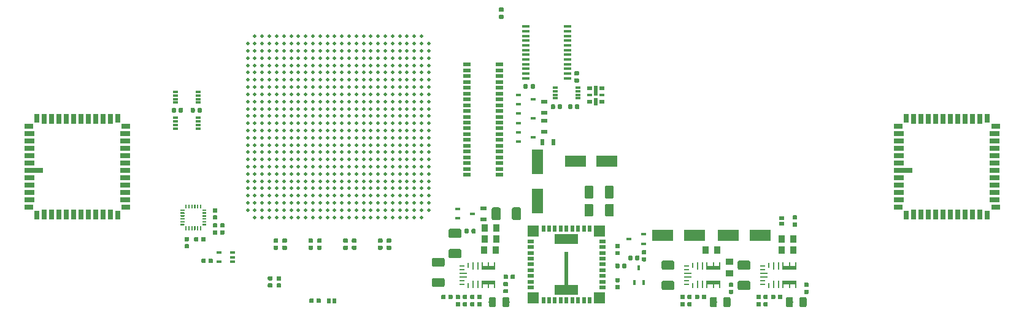
<source format=gtp>
G04 #@! TF.GenerationSoftware,KiCad,Pcbnew,6.0.0-rc1-unknown-8ecdf58~84~ubuntu16.04.1*
G04 #@! TF.CreationDate,2018-10-22T17:09:18+08:00*
G04 #@! TF.ProjectId,ovc2_stereo,6F7663325F73746572656F2E6B696361,rev?*
G04 #@! TF.SameCoordinates,Original*
G04 #@! TF.FileFunction,Paste,Top*
G04 #@! TF.FilePolarity,Positive*
%FSLAX46Y46*%
G04 Gerber Fmt 4.6, Leading zero omitted, Abs format (unit mm)*
G04 Created by KiCad (PCBNEW 6.0.0-rc1-unknown-8ecdf58~84~ubuntu16.04.1) date Mon 22 Oct 2018 05:09:18 PM +08*
%MOMM*%
%LPD*%
G01*
G04 APERTURE LIST*
%ADD10C,0.100000*%
%ADD11C,0.975000*%
%ADD12C,0.590000*%
%ADD13C,1.250000*%
%ADD14R,1.100000X0.400000*%
%ADD15R,0.800000X0.300000*%
%ADD16R,1.390000X0.670000*%
%ADD17R,1.190000X0.670000*%
%ADD18R,0.670000X1.190000*%
%ADD19R,0.670000X1.390000*%
%ADD20R,2.540000X0.670000*%
%ADD21C,0.200000*%
%ADD22R,0.950000X0.500000*%
%ADD23R,1.650000X1.650000*%
%ADD24R,0.500000X0.950000*%
%ADD25R,3.290000X1.400000*%
%ADD26R,0.525000X6.000000*%
%ADD27R,0.820000X1.000000*%
%ADD28R,0.250000X0.800000*%
%ADD29R,0.250000X1.100000*%
%ADD30R,1.950000X0.600000*%
%ADD31R,0.700000X0.250000*%
%ADD32R,1.100000X0.250000*%
%ADD33R,3.000000X1.600000*%
%ADD34R,1.000000X0.820000*%
%ADD35R,0.700000X0.450000*%
%ADD36R,0.900000X0.500000*%
%ADD37R,0.650000X0.575000*%
%ADD38R,0.575000X0.650000*%
%ADD39R,1.100000X0.500000*%
%ADD40R,0.800000X0.500000*%
%ADD41R,0.500000X1.480000*%
%ADD42R,0.500000X1.000000*%
%ADD43C,0.470000*%
%ADD44R,1.600000X3.500000*%
%ADD45R,0.650000X0.400000*%
%ADD46R,0.500000X0.900000*%
%ADD47R,0.450000X0.700000*%
G04 APERTURE END LIST*
D10*
G04 #@! TO.C,R21*
G36*
X137905142Y-105001174D02*
X137928803Y-105004684D01*
X137952007Y-105010496D01*
X137974529Y-105018554D01*
X137996153Y-105028782D01*
X138016670Y-105041079D01*
X138035883Y-105055329D01*
X138053607Y-105071393D01*
X138069671Y-105089117D01*
X138083921Y-105108330D01*
X138096218Y-105128847D01*
X138106446Y-105150471D01*
X138114504Y-105172993D01*
X138120316Y-105196197D01*
X138123826Y-105219858D01*
X138125000Y-105243750D01*
X138125000Y-106156250D01*
X138123826Y-106180142D01*
X138120316Y-106203803D01*
X138114504Y-106227007D01*
X138106446Y-106249529D01*
X138096218Y-106271153D01*
X138083921Y-106291670D01*
X138069671Y-106310883D01*
X138053607Y-106328607D01*
X138035883Y-106344671D01*
X138016670Y-106358921D01*
X137996153Y-106371218D01*
X137974529Y-106381446D01*
X137952007Y-106389504D01*
X137928803Y-106395316D01*
X137905142Y-106398826D01*
X137881250Y-106400000D01*
X137393750Y-106400000D01*
X137369858Y-106398826D01*
X137346197Y-106395316D01*
X137322993Y-106389504D01*
X137300471Y-106381446D01*
X137278847Y-106371218D01*
X137258330Y-106358921D01*
X137239117Y-106344671D01*
X137221393Y-106328607D01*
X137205329Y-106310883D01*
X137191079Y-106291670D01*
X137178782Y-106271153D01*
X137168554Y-106249529D01*
X137160496Y-106227007D01*
X137154684Y-106203803D01*
X137151174Y-106180142D01*
X137150000Y-106156250D01*
X137150000Y-105243750D01*
X137151174Y-105219858D01*
X137154684Y-105196197D01*
X137160496Y-105172993D01*
X137168554Y-105150471D01*
X137178782Y-105128847D01*
X137191079Y-105108330D01*
X137205329Y-105089117D01*
X137221393Y-105071393D01*
X137239117Y-105055329D01*
X137258330Y-105041079D01*
X137278847Y-105028782D01*
X137300471Y-105018554D01*
X137322993Y-105010496D01*
X137346197Y-105004684D01*
X137369858Y-105001174D01*
X137393750Y-105000000D01*
X137881250Y-105000000D01*
X137905142Y-105001174D01*
X137905142Y-105001174D01*
G37*
D11*
X137637500Y-105700000D03*
D10*
G36*
X136030142Y-105001174D02*
X136053803Y-105004684D01*
X136077007Y-105010496D01*
X136099529Y-105018554D01*
X136121153Y-105028782D01*
X136141670Y-105041079D01*
X136160883Y-105055329D01*
X136178607Y-105071393D01*
X136194671Y-105089117D01*
X136208921Y-105108330D01*
X136221218Y-105128847D01*
X136231446Y-105150471D01*
X136239504Y-105172993D01*
X136245316Y-105196197D01*
X136248826Y-105219858D01*
X136250000Y-105243750D01*
X136250000Y-106156250D01*
X136248826Y-106180142D01*
X136245316Y-106203803D01*
X136239504Y-106227007D01*
X136231446Y-106249529D01*
X136221218Y-106271153D01*
X136208921Y-106291670D01*
X136194671Y-106310883D01*
X136178607Y-106328607D01*
X136160883Y-106344671D01*
X136141670Y-106358921D01*
X136121153Y-106371218D01*
X136099529Y-106381446D01*
X136077007Y-106389504D01*
X136053803Y-106395316D01*
X136030142Y-106398826D01*
X136006250Y-106400000D01*
X135518750Y-106400000D01*
X135494858Y-106398826D01*
X135471197Y-106395316D01*
X135447993Y-106389504D01*
X135425471Y-106381446D01*
X135403847Y-106371218D01*
X135383330Y-106358921D01*
X135364117Y-106344671D01*
X135346393Y-106328607D01*
X135330329Y-106310883D01*
X135316079Y-106291670D01*
X135303782Y-106271153D01*
X135293554Y-106249529D01*
X135285496Y-106227007D01*
X135279684Y-106203803D01*
X135276174Y-106180142D01*
X135275000Y-106156250D01*
X135275000Y-105243750D01*
X135276174Y-105219858D01*
X135279684Y-105196197D01*
X135285496Y-105172993D01*
X135293554Y-105150471D01*
X135303782Y-105128847D01*
X135316079Y-105108330D01*
X135330329Y-105089117D01*
X135346393Y-105071393D01*
X135364117Y-105055329D01*
X135383330Y-105041079D01*
X135403847Y-105028782D01*
X135425471Y-105018554D01*
X135447993Y-105010496D01*
X135471197Y-105004684D01*
X135494858Y-105001174D01*
X135518750Y-105000000D01*
X136006250Y-105000000D01*
X136030142Y-105001174D01*
X136030142Y-105001174D01*
G37*
D11*
X135762500Y-105700000D03*
G04 #@! TD*
D10*
G04 #@! TO.C,R20*
G36*
X168405142Y-105001174D02*
X168428803Y-105004684D01*
X168452007Y-105010496D01*
X168474529Y-105018554D01*
X168496153Y-105028782D01*
X168516670Y-105041079D01*
X168535883Y-105055329D01*
X168553607Y-105071393D01*
X168569671Y-105089117D01*
X168583921Y-105108330D01*
X168596218Y-105128847D01*
X168606446Y-105150471D01*
X168614504Y-105172993D01*
X168620316Y-105196197D01*
X168623826Y-105219858D01*
X168625000Y-105243750D01*
X168625000Y-106156250D01*
X168623826Y-106180142D01*
X168620316Y-106203803D01*
X168614504Y-106227007D01*
X168606446Y-106249529D01*
X168596218Y-106271153D01*
X168583921Y-106291670D01*
X168569671Y-106310883D01*
X168553607Y-106328607D01*
X168535883Y-106344671D01*
X168516670Y-106358921D01*
X168496153Y-106371218D01*
X168474529Y-106381446D01*
X168452007Y-106389504D01*
X168428803Y-106395316D01*
X168405142Y-106398826D01*
X168381250Y-106400000D01*
X167893750Y-106400000D01*
X167869858Y-106398826D01*
X167846197Y-106395316D01*
X167822993Y-106389504D01*
X167800471Y-106381446D01*
X167778847Y-106371218D01*
X167758330Y-106358921D01*
X167739117Y-106344671D01*
X167721393Y-106328607D01*
X167705329Y-106310883D01*
X167691079Y-106291670D01*
X167678782Y-106271153D01*
X167668554Y-106249529D01*
X167660496Y-106227007D01*
X167654684Y-106203803D01*
X167651174Y-106180142D01*
X167650000Y-106156250D01*
X167650000Y-105243750D01*
X167651174Y-105219858D01*
X167654684Y-105196197D01*
X167660496Y-105172993D01*
X167668554Y-105150471D01*
X167678782Y-105128847D01*
X167691079Y-105108330D01*
X167705329Y-105089117D01*
X167721393Y-105071393D01*
X167739117Y-105055329D01*
X167758330Y-105041079D01*
X167778847Y-105028782D01*
X167800471Y-105018554D01*
X167822993Y-105010496D01*
X167846197Y-105004684D01*
X167869858Y-105001174D01*
X167893750Y-105000000D01*
X168381250Y-105000000D01*
X168405142Y-105001174D01*
X168405142Y-105001174D01*
G37*
D11*
X168137500Y-105700000D03*
D10*
G36*
X166530142Y-105001174D02*
X166553803Y-105004684D01*
X166577007Y-105010496D01*
X166599529Y-105018554D01*
X166621153Y-105028782D01*
X166641670Y-105041079D01*
X166660883Y-105055329D01*
X166678607Y-105071393D01*
X166694671Y-105089117D01*
X166708921Y-105108330D01*
X166721218Y-105128847D01*
X166731446Y-105150471D01*
X166739504Y-105172993D01*
X166745316Y-105196197D01*
X166748826Y-105219858D01*
X166750000Y-105243750D01*
X166750000Y-106156250D01*
X166748826Y-106180142D01*
X166745316Y-106203803D01*
X166739504Y-106227007D01*
X166731446Y-106249529D01*
X166721218Y-106271153D01*
X166708921Y-106291670D01*
X166694671Y-106310883D01*
X166678607Y-106328607D01*
X166660883Y-106344671D01*
X166641670Y-106358921D01*
X166621153Y-106371218D01*
X166599529Y-106381446D01*
X166577007Y-106389504D01*
X166553803Y-106395316D01*
X166530142Y-106398826D01*
X166506250Y-106400000D01*
X166018750Y-106400000D01*
X165994858Y-106398826D01*
X165971197Y-106395316D01*
X165947993Y-106389504D01*
X165925471Y-106381446D01*
X165903847Y-106371218D01*
X165883330Y-106358921D01*
X165864117Y-106344671D01*
X165846393Y-106328607D01*
X165830329Y-106310883D01*
X165816079Y-106291670D01*
X165803782Y-106271153D01*
X165793554Y-106249529D01*
X165785496Y-106227007D01*
X165779684Y-106203803D01*
X165776174Y-106180142D01*
X165775000Y-106156250D01*
X165775000Y-105243750D01*
X165776174Y-105219858D01*
X165779684Y-105196197D01*
X165785496Y-105172993D01*
X165793554Y-105150471D01*
X165803782Y-105128847D01*
X165816079Y-105108330D01*
X165830329Y-105089117D01*
X165846393Y-105071393D01*
X165864117Y-105055329D01*
X165883330Y-105041079D01*
X165903847Y-105028782D01*
X165925471Y-105018554D01*
X165947993Y-105010496D01*
X165971197Y-105004684D01*
X165994858Y-105001174D01*
X166018750Y-105000000D01*
X166506250Y-105000000D01*
X166530142Y-105001174D01*
X166530142Y-105001174D01*
G37*
D11*
X166262500Y-105700000D03*
G04 #@! TD*
D10*
G04 #@! TO.C,R17*
G36*
X178905142Y-105001174D02*
X178928803Y-105004684D01*
X178952007Y-105010496D01*
X178974529Y-105018554D01*
X178996153Y-105028782D01*
X179016670Y-105041079D01*
X179035883Y-105055329D01*
X179053607Y-105071393D01*
X179069671Y-105089117D01*
X179083921Y-105108330D01*
X179096218Y-105128847D01*
X179106446Y-105150471D01*
X179114504Y-105172993D01*
X179120316Y-105196197D01*
X179123826Y-105219858D01*
X179125000Y-105243750D01*
X179125000Y-106156250D01*
X179123826Y-106180142D01*
X179120316Y-106203803D01*
X179114504Y-106227007D01*
X179106446Y-106249529D01*
X179096218Y-106271153D01*
X179083921Y-106291670D01*
X179069671Y-106310883D01*
X179053607Y-106328607D01*
X179035883Y-106344671D01*
X179016670Y-106358921D01*
X178996153Y-106371218D01*
X178974529Y-106381446D01*
X178952007Y-106389504D01*
X178928803Y-106395316D01*
X178905142Y-106398826D01*
X178881250Y-106400000D01*
X178393750Y-106400000D01*
X178369858Y-106398826D01*
X178346197Y-106395316D01*
X178322993Y-106389504D01*
X178300471Y-106381446D01*
X178278847Y-106371218D01*
X178258330Y-106358921D01*
X178239117Y-106344671D01*
X178221393Y-106328607D01*
X178205329Y-106310883D01*
X178191079Y-106291670D01*
X178178782Y-106271153D01*
X178168554Y-106249529D01*
X178160496Y-106227007D01*
X178154684Y-106203803D01*
X178151174Y-106180142D01*
X178150000Y-106156250D01*
X178150000Y-105243750D01*
X178151174Y-105219858D01*
X178154684Y-105196197D01*
X178160496Y-105172993D01*
X178168554Y-105150471D01*
X178178782Y-105128847D01*
X178191079Y-105108330D01*
X178205329Y-105089117D01*
X178221393Y-105071393D01*
X178239117Y-105055329D01*
X178258330Y-105041079D01*
X178278847Y-105028782D01*
X178300471Y-105018554D01*
X178322993Y-105010496D01*
X178346197Y-105004684D01*
X178369858Y-105001174D01*
X178393750Y-105000000D01*
X178881250Y-105000000D01*
X178905142Y-105001174D01*
X178905142Y-105001174D01*
G37*
D11*
X178637500Y-105700000D03*
D10*
G36*
X177030142Y-105001174D02*
X177053803Y-105004684D01*
X177077007Y-105010496D01*
X177099529Y-105018554D01*
X177121153Y-105028782D01*
X177141670Y-105041079D01*
X177160883Y-105055329D01*
X177178607Y-105071393D01*
X177194671Y-105089117D01*
X177208921Y-105108330D01*
X177221218Y-105128847D01*
X177231446Y-105150471D01*
X177239504Y-105172993D01*
X177245316Y-105196197D01*
X177248826Y-105219858D01*
X177250000Y-105243750D01*
X177250000Y-106156250D01*
X177248826Y-106180142D01*
X177245316Y-106203803D01*
X177239504Y-106227007D01*
X177231446Y-106249529D01*
X177221218Y-106271153D01*
X177208921Y-106291670D01*
X177194671Y-106310883D01*
X177178607Y-106328607D01*
X177160883Y-106344671D01*
X177141670Y-106358921D01*
X177121153Y-106371218D01*
X177099529Y-106381446D01*
X177077007Y-106389504D01*
X177053803Y-106395316D01*
X177030142Y-106398826D01*
X177006250Y-106400000D01*
X176518750Y-106400000D01*
X176494858Y-106398826D01*
X176471197Y-106395316D01*
X176447993Y-106389504D01*
X176425471Y-106381446D01*
X176403847Y-106371218D01*
X176383330Y-106358921D01*
X176364117Y-106344671D01*
X176346393Y-106328607D01*
X176330329Y-106310883D01*
X176316079Y-106291670D01*
X176303782Y-106271153D01*
X176293554Y-106249529D01*
X176285496Y-106227007D01*
X176279684Y-106203803D01*
X176276174Y-106180142D01*
X176275000Y-106156250D01*
X176275000Y-105243750D01*
X176276174Y-105219858D01*
X176279684Y-105196197D01*
X176285496Y-105172993D01*
X176293554Y-105150471D01*
X176303782Y-105128847D01*
X176316079Y-105108330D01*
X176330329Y-105089117D01*
X176346393Y-105071393D01*
X176364117Y-105055329D01*
X176383330Y-105041079D01*
X176403847Y-105028782D01*
X176425471Y-105018554D01*
X176447993Y-105010496D01*
X176471197Y-105004684D01*
X176494858Y-105001174D01*
X176518750Y-105000000D01*
X177006250Y-105000000D01*
X177030142Y-105001174D01*
X177030142Y-105001174D01*
G37*
D11*
X176762500Y-105700000D03*
G04 #@! TD*
D10*
G04 #@! TO.C,C61*
G36*
X137776958Y-101880710D02*
X137791276Y-101882834D01*
X137805317Y-101886351D01*
X137818946Y-101891228D01*
X137832031Y-101897417D01*
X137844447Y-101904858D01*
X137856073Y-101913481D01*
X137866798Y-101923202D01*
X137876519Y-101933927D01*
X137885142Y-101945553D01*
X137892583Y-101957969D01*
X137898772Y-101971054D01*
X137903649Y-101984683D01*
X137907166Y-101998724D01*
X137909290Y-102013042D01*
X137910000Y-102027500D01*
X137910000Y-102372500D01*
X137909290Y-102386958D01*
X137907166Y-102401276D01*
X137903649Y-102415317D01*
X137898772Y-102428946D01*
X137892583Y-102442031D01*
X137885142Y-102454447D01*
X137876519Y-102466073D01*
X137866798Y-102476798D01*
X137856073Y-102486519D01*
X137844447Y-102495142D01*
X137832031Y-102502583D01*
X137818946Y-102508772D01*
X137805317Y-102513649D01*
X137791276Y-102517166D01*
X137776958Y-102519290D01*
X137762500Y-102520000D01*
X137467500Y-102520000D01*
X137453042Y-102519290D01*
X137438724Y-102517166D01*
X137424683Y-102513649D01*
X137411054Y-102508772D01*
X137397969Y-102502583D01*
X137385553Y-102495142D01*
X137373927Y-102486519D01*
X137363202Y-102476798D01*
X137353481Y-102466073D01*
X137344858Y-102454447D01*
X137337417Y-102442031D01*
X137331228Y-102428946D01*
X137326351Y-102415317D01*
X137322834Y-102401276D01*
X137320710Y-102386958D01*
X137320000Y-102372500D01*
X137320000Y-102027500D01*
X137320710Y-102013042D01*
X137322834Y-101998724D01*
X137326351Y-101984683D01*
X137331228Y-101971054D01*
X137337417Y-101957969D01*
X137344858Y-101945553D01*
X137353481Y-101933927D01*
X137363202Y-101923202D01*
X137373927Y-101913481D01*
X137385553Y-101904858D01*
X137397969Y-101897417D01*
X137411054Y-101891228D01*
X137424683Y-101886351D01*
X137438724Y-101882834D01*
X137453042Y-101880710D01*
X137467500Y-101880000D01*
X137762500Y-101880000D01*
X137776958Y-101880710D01*
X137776958Y-101880710D01*
G37*
D12*
X137615000Y-102200000D03*
D10*
G36*
X138746958Y-101880710D02*
X138761276Y-101882834D01*
X138775317Y-101886351D01*
X138788946Y-101891228D01*
X138802031Y-101897417D01*
X138814447Y-101904858D01*
X138826073Y-101913481D01*
X138836798Y-101923202D01*
X138846519Y-101933927D01*
X138855142Y-101945553D01*
X138862583Y-101957969D01*
X138868772Y-101971054D01*
X138873649Y-101984683D01*
X138877166Y-101998724D01*
X138879290Y-102013042D01*
X138880000Y-102027500D01*
X138880000Y-102372500D01*
X138879290Y-102386958D01*
X138877166Y-102401276D01*
X138873649Y-102415317D01*
X138868772Y-102428946D01*
X138862583Y-102442031D01*
X138855142Y-102454447D01*
X138846519Y-102466073D01*
X138836798Y-102476798D01*
X138826073Y-102486519D01*
X138814447Y-102495142D01*
X138802031Y-102502583D01*
X138788946Y-102508772D01*
X138775317Y-102513649D01*
X138761276Y-102517166D01*
X138746958Y-102519290D01*
X138732500Y-102520000D01*
X138437500Y-102520000D01*
X138423042Y-102519290D01*
X138408724Y-102517166D01*
X138394683Y-102513649D01*
X138381054Y-102508772D01*
X138367969Y-102502583D01*
X138355553Y-102495142D01*
X138343927Y-102486519D01*
X138333202Y-102476798D01*
X138323481Y-102466073D01*
X138314858Y-102454447D01*
X138307417Y-102442031D01*
X138301228Y-102428946D01*
X138296351Y-102415317D01*
X138292834Y-102401276D01*
X138290710Y-102386958D01*
X138290000Y-102372500D01*
X138290000Y-102027500D01*
X138290710Y-102013042D01*
X138292834Y-101998724D01*
X138296351Y-101984683D01*
X138301228Y-101971054D01*
X138307417Y-101957969D01*
X138314858Y-101945553D01*
X138323481Y-101933927D01*
X138333202Y-101923202D01*
X138343927Y-101913481D01*
X138355553Y-101904858D01*
X138367969Y-101897417D01*
X138381054Y-101891228D01*
X138394683Y-101886351D01*
X138408724Y-101882834D01*
X138423042Y-101880710D01*
X138437500Y-101880000D01*
X138732500Y-101880000D01*
X138746958Y-101880710D01*
X138746958Y-101880710D01*
G37*
D12*
X138585000Y-102200000D03*
G04 #@! TD*
D10*
G04 #@! TO.C,C159*
G36*
X131249504Y-98376204D02*
X131273773Y-98379804D01*
X131297571Y-98385765D01*
X131320671Y-98394030D01*
X131342849Y-98404520D01*
X131363893Y-98417133D01*
X131383598Y-98431747D01*
X131401777Y-98448223D01*
X131418253Y-98466402D01*
X131432867Y-98486107D01*
X131445480Y-98507151D01*
X131455970Y-98529329D01*
X131464235Y-98552429D01*
X131470196Y-98576227D01*
X131473796Y-98600496D01*
X131475000Y-98625000D01*
X131475000Y-99375000D01*
X131473796Y-99399504D01*
X131470196Y-99423773D01*
X131464235Y-99447571D01*
X131455970Y-99470671D01*
X131445480Y-99492849D01*
X131432867Y-99513893D01*
X131418253Y-99533598D01*
X131401777Y-99551777D01*
X131383598Y-99568253D01*
X131363893Y-99582867D01*
X131342849Y-99595480D01*
X131320671Y-99605970D01*
X131297571Y-99614235D01*
X131273773Y-99620196D01*
X131249504Y-99623796D01*
X131225000Y-99625000D01*
X129975000Y-99625000D01*
X129950496Y-99623796D01*
X129926227Y-99620196D01*
X129902429Y-99614235D01*
X129879329Y-99605970D01*
X129857151Y-99595480D01*
X129836107Y-99582867D01*
X129816402Y-99568253D01*
X129798223Y-99551777D01*
X129781747Y-99533598D01*
X129767133Y-99513893D01*
X129754520Y-99492849D01*
X129744030Y-99470671D01*
X129735765Y-99447571D01*
X129729804Y-99423773D01*
X129726204Y-99399504D01*
X129725000Y-99375000D01*
X129725000Y-98625000D01*
X129726204Y-98600496D01*
X129729804Y-98576227D01*
X129735765Y-98552429D01*
X129744030Y-98529329D01*
X129754520Y-98507151D01*
X129767133Y-98486107D01*
X129781747Y-98466402D01*
X129798223Y-98448223D01*
X129816402Y-98431747D01*
X129836107Y-98417133D01*
X129857151Y-98404520D01*
X129879329Y-98394030D01*
X129902429Y-98385765D01*
X129926227Y-98379804D01*
X129950496Y-98376204D01*
X129975000Y-98375000D01*
X131225000Y-98375000D01*
X131249504Y-98376204D01*
X131249504Y-98376204D01*
G37*
D13*
X130600000Y-99000000D03*
D10*
G36*
X131249504Y-95576204D02*
X131273773Y-95579804D01*
X131297571Y-95585765D01*
X131320671Y-95594030D01*
X131342849Y-95604520D01*
X131363893Y-95617133D01*
X131383598Y-95631747D01*
X131401777Y-95648223D01*
X131418253Y-95666402D01*
X131432867Y-95686107D01*
X131445480Y-95707151D01*
X131455970Y-95729329D01*
X131464235Y-95752429D01*
X131470196Y-95776227D01*
X131473796Y-95800496D01*
X131475000Y-95825000D01*
X131475000Y-96575000D01*
X131473796Y-96599504D01*
X131470196Y-96623773D01*
X131464235Y-96647571D01*
X131455970Y-96670671D01*
X131445480Y-96692849D01*
X131432867Y-96713893D01*
X131418253Y-96733598D01*
X131401777Y-96751777D01*
X131383598Y-96768253D01*
X131363893Y-96782867D01*
X131342849Y-96795480D01*
X131320671Y-96805970D01*
X131297571Y-96814235D01*
X131273773Y-96820196D01*
X131249504Y-96823796D01*
X131225000Y-96825000D01*
X129975000Y-96825000D01*
X129950496Y-96823796D01*
X129926227Y-96820196D01*
X129902429Y-96814235D01*
X129879329Y-96805970D01*
X129857151Y-96795480D01*
X129836107Y-96782867D01*
X129816402Y-96768253D01*
X129798223Y-96751777D01*
X129781747Y-96733598D01*
X129767133Y-96713893D01*
X129754520Y-96692849D01*
X129744030Y-96670671D01*
X129735765Y-96647571D01*
X129729804Y-96623773D01*
X129726204Y-96599504D01*
X129725000Y-96575000D01*
X129725000Y-95825000D01*
X129726204Y-95800496D01*
X129729804Y-95776227D01*
X129735765Y-95752429D01*
X129744030Y-95729329D01*
X129754520Y-95707151D01*
X129767133Y-95686107D01*
X129781747Y-95666402D01*
X129798223Y-95648223D01*
X129816402Y-95631747D01*
X129836107Y-95617133D01*
X129857151Y-95604520D01*
X129879329Y-95594030D01*
X129902429Y-95585765D01*
X129926227Y-95579804D01*
X129950496Y-95576204D01*
X129975000Y-95575000D01*
X131225000Y-95575000D01*
X131249504Y-95576204D01*
X131249504Y-95576204D01*
G37*
D13*
X130600000Y-96200000D03*
G04 #@! TD*
D10*
G04 #@! TO.C,C4*
G36*
X128949504Y-99576204D02*
X128973773Y-99579804D01*
X128997571Y-99585765D01*
X129020671Y-99594030D01*
X129042849Y-99604520D01*
X129063893Y-99617133D01*
X129083598Y-99631747D01*
X129101777Y-99648223D01*
X129118253Y-99666402D01*
X129132867Y-99686107D01*
X129145480Y-99707151D01*
X129155970Y-99729329D01*
X129164235Y-99752429D01*
X129170196Y-99776227D01*
X129173796Y-99800496D01*
X129175000Y-99825000D01*
X129175000Y-100575000D01*
X129173796Y-100599504D01*
X129170196Y-100623773D01*
X129164235Y-100647571D01*
X129155970Y-100670671D01*
X129145480Y-100692849D01*
X129132867Y-100713893D01*
X129118253Y-100733598D01*
X129101777Y-100751777D01*
X129083598Y-100768253D01*
X129063893Y-100782867D01*
X129042849Y-100795480D01*
X129020671Y-100805970D01*
X128997571Y-100814235D01*
X128973773Y-100820196D01*
X128949504Y-100823796D01*
X128925000Y-100825000D01*
X127675000Y-100825000D01*
X127650496Y-100823796D01*
X127626227Y-100820196D01*
X127602429Y-100814235D01*
X127579329Y-100805970D01*
X127557151Y-100795480D01*
X127536107Y-100782867D01*
X127516402Y-100768253D01*
X127498223Y-100751777D01*
X127481747Y-100733598D01*
X127467133Y-100713893D01*
X127454520Y-100692849D01*
X127444030Y-100670671D01*
X127435765Y-100647571D01*
X127429804Y-100623773D01*
X127426204Y-100599504D01*
X127425000Y-100575000D01*
X127425000Y-99825000D01*
X127426204Y-99800496D01*
X127429804Y-99776227D01*
X127435765Y-99752429D01*
X127444030Y-99729329D01*
X127454520Y-99707151D01*
X127467133Y-99686107D01*
X127481747Y-99666402D01*
X127498223Y-99648223D01*
X127516402Y-99631747D01*
X127536107Y-99617133D01*
X127557151Y-99604520D01*
X127579329Y-99594030D01*
X127602429Y-99585765D01*
X127626227Y-99579804D01*
X127650496Y-99576204D01*
X127675000Y-99575000D01*
X128925000Y-99575000D01*
X128949504Y-99576204D01*
X128949504Y-99576204D01*
G37*
D13*
X128300000Y-100200000D03*
D10*
G36*
X128949504Y-102376204D02*
X128973773Y-102379804D01*
X128997571Y-102385765D01*
X129020671Y-102394030D01*
X129042849Y-102404520D01*
X129063893Y-102417133D01*
X129083598Y-102431747D01*
X129101777Y-102448223D01*
X129118253Y-102466402D01*
X129132867Y-102486107D01*
X129145480Y-102507151D01*
X129155970Y-102529329D01*
X129164235Y-102552429D01*
X129170196Y-102576227D01*
X129173796Y-102600496D01*
X129175000Y-102625000D01*
X129175000Y-103375000D01*
X129173796Y-103399504D01*
X129170196Y-103423773D01*
X129164235Y-103447571D01*
X129155970Y-103470671D01*
X129145480Y-103492849D01*
X129132867Y-103513893D01*
X129118253Y-103533598D01*
X129101777Y-103551777D01*
X129083598Y-103568253D01*
X129063893Y-103582867D01*
X129042849Y-103595480D01*
X129020671Y-103605970D01*
X128997571Y-103614235D01*
X128973773Y-103620196D01*
X128949504Y-103623796D01*
X128925000Y-103625000D01*
X127675000Y-103625000D01*
X127650496Y-103623796D01*
X127626227Y-103620196D01*
X127602429Y-103614235D01*
X127579329Y-103605970D01*
X127557151Y-103595480D01*
X127536107Y-103582867D01*
X127516402Y-103568253D01*
X127498223Y-103551777D01*
X127481747Y-103533598D01*
X127467133Y-103513893D01*
X127454520Y-103492849D01*
X127444030Y-103470671D01*
X127435765Y-103447571D01*
X127429804Y-103423773D01*
X127426204Y-103399504D01*
X127425000Y-103375000D01*
X127425000Y-102625000D01*
X127426204Y-102600496D01*
X127429804Y-102576227D01*
X127435765Y-102552429D01*
X127444030Y-102529329D01*
X127454520Y-102507151D01*
X127467133Y-102486107D01*
X127481747Y-102466402D01*
X127498223Y-102448223D01*
X127516402Y-102431747D01*
X127536107Y-102417133D01*
X127557151Y-102404520D01*
X127579329Y-102394030D01*
X127602429Y-102385765D01*
X127626227Y-102379804D01*
X127650496Y-102376204D01*
X127675000Y-102375000D01*
X128925000Y-102375000D01*
X128949504Y-102376204D01*
X128949504Y-102376204D01*
G37*
D13*
X128300000Y-103000000D03*
G04 #@! TD*
D10*
G04 #@! TO.C,C38*
G36*
X160649504Y-99976204D02*
X160673773Y-99979804D01*
X160697571Y-99985765D01*
X160720671Y-99994030D01*
X160742849Y-100004520D01*
X160763893Y-100017133D01*
X160783598Y-100031747D01*
X160801777Y-100048223D01*
X160818253Y-100066402D01*
X160832867Y-100086107D01*
X160845480Y-100107151D01*
X160855970Y-100129329D01*
X160864235Y-100152429D01*
X160870196Y-100176227D01*
X160873796Y-100200496D01*
X160875000Y-100225000D01*
X160875000Y-100975000D01*
X160873796Y-100999504D01*
X160870196Y-101023773D01*
X160864235Y-101047571D01*
X160855970Y-101070671D01*
X160845480Y-101092849D01*
X160832867Y-101113893D01*
X160818253Y-101133598D01*
X160801777Y-101151777D01*
X160783598Y-101168253D01*
X160763893Y-101182867D01*
X160742849Y-101195480D01*
X160720671Y-101205970D01*
X160697571Y-101214235D01*
X160673773Y-101220196D01*
X160649504Y-101223796D01*
X160625000Y-101225000D01*
X159375000Y-101225000D01*
X159350496Y-101223796D01*
X159326227Y-101220196D01*
X159302429Y-101214235D01*
X159279329Y-101205970D01*
X159257151Y-101195480D01*
X159236107Y-101182867D01*
X159216402Y-101168253D01*
X159198223Y-101151777D01*
X159181747Y-101133598D01*
X159167133Y-101113893D01*
X159154520Y-101092849D01*
X159144030Y-101070671D01*
X159135765Y-101047571D01*
X159129804Y-101023773D01*
X159126204Y-100999504D01*
X159125000Y-100975000D01*
X159125000Y-100225000D01*
X159126204Y-100200496D01*
X159129804Y-100176227D01*
X159135765Y-100152429D01*
X159144030Y-100129329D01*
X159154520Y-100107151D01*
X159167133Y-100086107D01*
X159181747Y-100066402D01*
X159198223Y-100048223D01*
X159216402Y-100031747D01*
X159236107Y-100017133D01*
X159257151Y-100004520D01*
X159279329Y-99994030D01*
X159302429Y-99985765D01*
X159326227Y-99979804D01*
X159350496Y-99976204D01*
X159375000Y-99975000D01*
X160625000Y-99975000D01*
X160649504Y-99976204D01*
X160649504Y-99976204D01*
G37*
D13*
X160000000Y-100600000D03*
D10*
G36*
X160649504Y-102776204D02*
X160673773Y-102779804D01*
X160697571Y-102785765D01*
X160720671Y-102794030D01*
X160742849Y-102804520D01*
X160763893Y-102817133D01*
X160783598Y-102831747D01*
X160801777Y-102848223D01*
X160818253Y-102866402D01*
X160832867Y-102886107D01*
X160845480Y-102907151D01*
X160855970Y-102929329D01*
X160864235Y-102952429D01*
X160870196Y-102976227D01*
X160873796Y-103000496D01*
X160875000Y-103025000D01*
X160875000Y-103775000D01*
X160873796Y-103799504D01*
X160870196Y-103823773D01*
X160864235Y-103847571D01*
X160855970Y-103870671D01*
X160845480Y-103892849D01*
X160832867Y-103913893D01*
X160818253Y-103933598D01*
X160801777Y-103951777D01*
X160783598Y-103968253D01*
X160763893Y-103982867D01*
X160742849Y-103995480D01*
X160720671Y-104005970D01*
X160697571Y-104014235D01*
X160673773Y-104020196D01*
X160649504Y-104023796D01*
X160625000Y-104025000D01*
X159375000Y-104025000D01*
X159350496Y-104023796D01*
X159326227Y-104020196D01*
X159302429Y-104014235D01*
X159279329Y-104005970D01*
X159257151Y-103995480D01*
X159236107Y-103982867D01*
X159216402Y-103968253D01*
X159198223Y-103951777D01*
X159181747Y-103933598D01*
X159167133Y-103913893D01*
X159154520Y-103892849D01*
X159144030Y-103870671D01*
X159135765Y-103847571D01*
X159129804Y-103823773D01*
X159126204Y-103799504D01*
X159125000Y-103775000D01*
X159125000Y-103025000D01*
X159126204Y-103000496D01*
X159129804Y-102976227D01*
X159135765Y-102952429D01*
X159144030Y-102929329D01*
X159154520Y-102907151D01*
X159167133Y-102886107D01*
X159181747Y-102866402D01*
X159198223Y-102848223D01*
X159216402Y-102831747D01*
X159236107Y-102817133D01*
X159257151Y-102804520D01*
X159279329Y-102794030D01*
X159302429Y-102785765D01*
X159326227Y-102779804D01*
X159350496Y-102776204D01*
X159375000Y-102775000D01*
X160625000Y-102775000D01*
X160649504Y-102776204D01*
X160649504Y-102776204D01*
G37*
D13*
X160000000Y-103400000D03*
G04 #@! TD*
D10*
G04 #@! TO.C,C7*
G36*
X171149504Y-99976204D02*
X171173773Y-99979804D01*
X171197571Y-99985765D01*
X171220671Y-99994030D01*
X171242849Y-100004520D01*
X171263893Y-100017133D01*
X171283598Y-100031747D01*
X171301777Y-100048223D01*
X171318253Y-100066402D01*
X171332867Y-100086107D01*
X171345480Y-100107151D01*
X171355970Y-100129329D01*
X171364235Y-100152429D01*
X171370196Y-100176227D01*
X171373796Y-100200496D01*
X171375000Y-100225000D01*
X171375000Y-100975000D01*
X171373796Y-100999504D01*
X171370196Y-101023773D01*
X171364235Y-101047571D01*
X171355970Y-101070671D01*
X171345480Y-101092849D01*
X171332867Y-101113893D01*
X171318253Y-101133598D01*
X171301777Y-101151777D01*
X171283598Y-101168253D01*
X171263893Y-101182867D01*
X171242849Y-101195480D01*
X171220671Y-101205970D01*
X171197571Y-101214235D01*
X171173773Y-101220196D01*
X171149504Y-101223796D01*
X171125000Y-101225000D01*
X169875000Y-101225000D01*
X169850496Y-101223796D01*
X169826227Y-101220196D01*
X169802429Y-101214235D01*
X169779329Y-101205970D01*
X169757151Y-101195480D01*
X169736107Y-101182867D01*
X169716402Y-101168253D01*
X169698223Y-101151777D01*
X169681747Y-101133598D01*
X169667133Y-101113893D01*
X169654520Y-101092849D01*
X169644030Y-101070671D01*
X169635765Y-101047571D01*
X169629804Y-101023773D01*
X169626204Y-100999504D01*
X169625000Y-100975000D01*
X169625000Y-100225000D01*
X169626204Y-100200496D01*
X169629804Y-100176227D01*
X169635765Y-100152429D01*
X169644030Y-100129329D01*
X169654520Y-100107151D01*
X169667133Y-100086107D01*
X169681747Y-100066402D01*
X169698223Y-100048223D01*
X169716402Y-100031747D01*
X169736107Y-100017133D01*
X169757151Y-100004520D01*
X169779329Y-99994030D01*
X169802429Y-99985765D01*
X169826227Y-99979804D01*
X169850496Y-99976204D01*
X169875000Y-99975000D01*
X171125000Y-99975000D01*
X171149504Y-99976204D01*
X171149504Y-99976204D01*
G37*
D13*
X170500000Y-100600000D03*
D10*
G36*
X171149504Y-102776204D02*
X171173773Y-102779804D01*
X171197571Y-102785765D01*
X171220671Y-102794030D01*
X171242849Y-102804520D01*
X171263893Y-102817133D01*
X171283598Y-102831747D01*
X171301777Y-102848223D01*
X171318253Y-102866402D01*
X171332867Y-102886107D01*
X171345480Y-102907151D01*
X171355970Y-102929329D01*
X171364235Y-102952429D01*
X171370196Y-102976227D01*
X171373796Y-103000496D01*
X171375000Y-103025000D01*
X171375000Y-103775000D01*
X171373796Y-103799504D01*
X171370196Y-103823773D01*
X171364235Y-103847571D01*
X171355970Y-103870671D01*
X171345480Y-103892849D01*
X171332867Y-103913893D01*
X171318253Y-103933598D01*
X171301777Y-103951777D01*
X171283598Y-103968253D01*
X171263893Y-103982867D01*
X171242849Y-103995480D01*
X171220671Y-104005970D01*
X171197571Y-104014235D01*
X171173773Y-104020196D01*
X171149504Y-104023796D01*
X171125000Y-104025000D01*
X169875000Y-104025000D01*
X169850496Y-104023796D01*
X169826227Y-104020196D01*
X169802429Y-104014235D01*
X169779329Y-104005970D01*
X169757151Y-103995480D01*
X169736107Y-103982867D01*
X169716402Y-103968253D01*
X169698223Y-103951777D01*
X169681747Y-103933598D01*
X169667133Y-103913893D01*
X169654520Y-103892849D01*
X169644030Y-103870671D01*
X169635765Y-103847571D01*
X169629804Y-103823773D01*
X169626204Y-103799504D01*
X169625000Y-103775000D01*
X169625000Y-103025000D01*
X169626204Y-103000496D01*
X169629804Y-102976227D01*
X169635765Y-102952429D01*
X169644030Y-102929329D01*
X169654520Y-102907151D01*
X169667133Y-102886107D01*
X169681747Y-102866402D01*
X169698223Y-102848223D01*
X169716402Y-102831747D01*
X169736107Y-102817133D01*
X169757151Y-102804520D01*
X169779329Y-102794030D01*
X169802429Y-102785765D01*
X169826227Y-102779804D01*
X169850496Y-102776204D01*
X169875000Y-102775000D01*
X171125000Y-102775000D01*
X171149504Y-102776204D01*
X171149504Y-102776204D01*
G37*
D13*
X170500000Y-103400000D03*
G04 #@! TD*
D10*
G04 #@! TO.C,C60*
G36*
X136699504Y-92626204D02*
X136723773Y-92629804D01*
X136747571Y-92635765D01*
X136770671Y-92644030D01*
X136792849Y-92654520D01*
X136813893Y-92667133D01*
X136833598Y-92681747D01*
X136851777Y-92698223D01*
X136868253Y-92716402D01*
X136882867Y-92736107D01*
X136895480Y-92757151D01*
X136905970Y-92779329D01*
X136914235Y-92802429D01*
X136920196Y-92826227D01*
X136923796Y-92850496D01*
X136925000Y-92875000D01*
X136925000Y-94125000D01*
X136923796Y-94149504D01*
X136920196Y-94173773D01*
X136914235Y-94197571D01*
X136905970Y-94220671D01*
X136895480Y-94242849D01*
X136882867Y-94263893D01*
X136868253Y-94283598D01*
X136851777Y-94301777D01*
X136833598Y-94318253D01*
X136813893Y-94332867D01*
X136792849Y-94345480D01*
X136770671Y-94355970D01*
X136747571Y-94364235D01*
X136723773Y-94370196D01*
X136699504Y-94373796D01*
X136675000Y-94375000D01*
X135925000Y-94375000D01*
X135900496Y-94373796D01*
X135876227Y-94370196D01*
X135852429Y-94364235D01*
X135829329Y-94355970D01*
X135807151Y-94345480D01*
X135786107Y-94332867D01*
X135766402Y-94318253D01*
X135748223Y-94301777D01*
X135731747Y-94283598D01*
X135717133Y-94263893D01*
X135704520Y-94242849D01*
X135694030Y-94220671D01*
X135685765Y-94197571D01*
X135679804Y-94173773D01*
X135676204Y-94149504D01*
X135675000Y-94125000D01*
X135675000Y-92875000D01*
X135676204Y-92850496D01*
X135679804Y-92826227D01*
X135685765Y-92802429D01*
X135694030Y-92779329D01*
X135704520Y-92757151D01*
X135717133Y-92736107D01*
X135731747Y-92716402D01*
X135748223Y-92698223D01*
X135766402Y-92681747D01*
X135786107Y-92667133D01*
X135807151Y-92654520D01*
X135829329Y-92644030D01*
X135852429Y-92635765D01*
X135876227Y-92629804D01*
X135900496Y-92626204D01*
X135925000Y-92625000D01*
X136675000Y-92625000D01*
X136699504Y-92626204D01*
X136699504Y-92626204D01*
G37*
D13*
X136300000Y-93500000D03*
D10*
G36*
X139499504Y-92626204D02*
X139523773Y-92629804D01*
X139547571Y-92635765D01*
X139570671Y-92644030D01*
X139592849Y-92654520D01*
X139613893Y-92667133D01*
X139633598Y-92681747D01*
X139651777Y-92698223D01*
X139668253Y-92716402D01*
X139682867Y-92736107D01*
X139695480Y-92757151D01*
X139705970Y-92779329D01*
X139714235Y-92802429D01*
X139720196Y-92826227D01*
X139723796Y-92850496D01*
X139725000Y-92875000D01*
X139725000Y-94125000D01*
X139723796Y-94149504D01*
X139720196Y-94173773D01*
X139714235Y-94197571D01*
X139705970Y-94220671D01*
X139695480Y-94242849D01*
X139682867Y-94263893D01*
X139668253Y-94283598D01*
X139651777Y-94301777D01*
X139633598Y-94318253D01*
X139613893Y-94332867D01*
X139592849Y-94345480D01*
X139570671Y-94355970D01*
X139547571Y-94364235D01*
X139523773Y-94370196D01*
X139499504Y-94373796D01*
X139475000Y-94375000D01*
X138725000Y-94375000D01*
X138700496Y-94373796D01*
X138676227Y-94370196D01*
X138652429Y-94364235D01*
X138629329Y-94355970D01*
X138607151Y-94345480D01*
X138586107Y-94332867D01*
X138566402Y-94318253D01*
X138548223Y-94301777D01*
X138531747Y-94283598D01*
X138517133Y-94263893D01*
X138504520Y-94242849D01*
X138494030Y-94220671D01*
X138485765Y-94197571D01*
X138479804Y-94173773D01*
X138476204Y-94149504D01*
X138475000Y-94125000D01*
X138475000Y-92875000D01*
X138476204Y-92850496D01*
X138479804Y-92826227D01*
X138485765Y-92802429D01*
X138494030Y-92779329D01*
X138504520Y-92757151D01*
X138517133Y-92736107D01*
X138531747Y-92716402D01*
X138548223Y-92698223D01*
X138566402Y-92681747D01*
X138586107Y-92667133D01*
X138607151Y-92654520D01*
X138629329Y-92644030D01*
X138652429Y-92635765D01*
X138676227Y-92629804D01*
X138700496Y-92626204D01*
X138725000Y-92625000D01*
X139475000Y-92625000D01*
X139499504Y-92626204D01*
X139499504Y-92626204D01*
G37*
D13*
X139100000Y-93500000D03*
G04 #@! TD*
D10*
G04 #@! TO.C,C63*
G36*
X152299504Y-89626204D02*
X152323773Y-89629804D01*
X152347571Y-89635765D01*
X152370671Y-89644030D01*
X152392849Y-89654520D01*
X152413893Y-89667133D01*
X152433598Y-89681747D01*
X152451777Y-89698223D01*
X152468253Y-89716402D01*
X152482867Y-89736107D01*
X152495480Y-89757151D01*
X152505970Y-89779329D01*
X152514235Y-89802429D01*
X152520196Y-89826227D01*
X152523796Y-89850496D01*
X152525000Y-89875000D01*
X152525000Y-91125000D01*
X152523796Y-91149504D01*
X152520196Y-91173773D01*
X152514235Y-91197571D01*
X152505970Y-91220671D01*
X152495480Y-91242849D01*
X152482867Y-91263893D01*
X152468253Y-91283598D01*
X152451777Y-91301777D01*
X152433598Y-91318253D01*
X152413893Y-91332867D01*
X152392849Y-91345480D01*
X152370671Y-91355970D01*
X152347571Y-91364235D01*
X152323773Y-91370196D01*
X152299504Y-91373796D01*
X152275000Y-91375000D01*
X151525000Y-91375000D01*
X151500496Y-91373796D01*
X151476227Y-91370196D01*
X151452429Y-91364235D01*
X151429329Y-91355970D01*
X151407151Y-91345480D01*
X151386107Y-91332867D01*
X151366402Y-91318253D01*
X151348223Y-91301777D01*
X151331747Y-91283598D01*
X151317133Y-91263893D01*
X151304520Y-91242849D01*
X151294030Y-91220671D01*
X151285765Y-91197571D01*
X151279804Y-91173773D01*
X151276204Y-91149504D01*
X151275000Y-91125000D01*
X151275000Y-89875000D01*
X151276204Y-89850496D01*
X151279804Y-89826227D01*
X151285765Y-89802429D01*
X151294030Y-89779329D01*
X151304520Y-89757151D01*
X151317133Y-89736107D01*
X151331747Y-89716402D01*
X151348223Y-89698223D01*
X151366402Y-89681747D01*
X151386107Y-89667133D01*
X151407151Y-89654520D01*
X151429329Y-89644030D01*
X151452429Y-89635765D01*
X151476227Y-89629804D01*
X151500496Y-89626204D01*
X151525000Y-89625000D01*
X152275000Y-89625000D01*
X152299504Y-89626204D01*
X152299504Y-89626204D01*
G37*
D13*
X151900000Y-90500000D03*
D10*
G36*
X149499504Y-89626204D02*
X149523773Y-89629804D01*
X149547571Y-89635765D01*
X149570671Y-89644030D01*
X149592849Y-89654520D01*
X149613893Y-89667133D01*
X149633598Y-89681747D01*
X149651777Y-89698223D01*
X149668253Y-89716402D01*
X149682867Y-89736107D01*
X149695480Y-89757151D01*
X149705970Y-89779329D01*
X149714235Y-89802429D01*
X149720196Y-89826227D01*
X149723796Y-89850496D01*
X149725000Y-89875000D01*
X149725000Y-91125000D01*
X149723796Y-91149504D01*
X149720196Y-91173773D01*
X149714235Y-91197571D01*
X149705970Y-91220671D01*
X149695480Y-91242849D01*
X149682867Y-91263893D01*
X149668253Y-91283598D01*
X149651777Y-91301777D01*
X149633598Y-91318253D01*
X149613893Y-91332867D01*
X149592849Y-91345480D01*
X149570671Y-91355970D01*
X149547571Y-91364235D01*
X149523773Y-91370196D01*
X149499504Y-91373796D01*
X149475000Y-91375000D01*
X148725000Y-91375000D01*
X148700496Y-91373796D01*
X148676227Y-91370196D01*
X148652429Y-91364235D01*
X148629329Y-91355970D01*
X148607151Y-91345480D01*
X148586107Y-91332867D01*
X148566402Y-91318253D01*
X148548223Y-91301777D01*
X148531747Y-91283598D01*
X148517133Y-91263893D01*
X148504520Y-91242849D01*
X148494030Y-91220671D01*
X148485765Y-91197571D01*
X148479804Y-91173773D01*
X148476204Y-91149504D01*
X148475000Y-91125000D01*
X148475000Y-89875000D01*
X148476204Y-89850496D01*
X148479804Y-89826227D01*
X148485765Y-89802429D01*
X148494030Y-89779329D01*
X148504520Y-89757151D01*
X148517133Y-89736107D01*
X148531747Y-89716402D01*
X148548223Y-89698223D01*
X148566402Y-89681747D01*
X148586107Y-89667133D01*
X148607151Y-89654520D01*
X148629329Y-89644030D01*
X148652429Y-89635765D01*
X148676227Y-89629804D01*
X148700496Y-89626204D01*
X148725000Y-89625000D01*
X149475000Y-89625000D01*
X149499504Y-89626204D01*
X149499504Y-89626204D01*
G37*
D13*
X149100000Y-90500000D03*
G04 #@! TD*
D10*
G04 #@! TO.C,C64*
G36*
X152299504Y-92126204D02*
X152323773Y-92129804D01*
X152347571Y-92135765D01*
X152370671Y-92144030D01*
X152392849Y-92154520D01*
X152413893Y-92167133D01*
X152433598Y-92181747D01*
X152451777Y-92198223D01*
X152468253Y-92216402D01*
X152482867Y-92236107D01*
X152495480Y-92257151D01*
X152505970Y-92279329D01*
X152514235Y-92302429D01*
X152520196Y-92326227D01*
X152523796Y-92350496D01*
X152525000Y-92375000D01*
X152525000Y-93625000D01*
X152523796Y-93649504D01*
X152520196Y-93673773D01*
X152514235Y-93697571D01*
X152505970Y-93720671D01*
X152495480Y-93742849D01*
X152482867Y-93763893D01*
X152468253Y-93783598D01*
X152451777Y-93801777D01*
X152433598Y-93818253D01*
X152413893Y-93832867D01*
X152392849Y-93845480D01*
X152370671Y-93855970D01*
X152347571Y-93864235D01*
X152323773Y-93870196D01*
X152299504Y-93873796D01*
X152275000Y-93875000D01*
X151525000Y-93875000D01*
X151500496Y-93873796D01*
X151476227Y-93870196D01*
X151452429Y-93864235D01*
X151429329Y-93855970D01*
X151407151Y-93845480D01*
X151386107Y-93832867D01*
X151366402Y-93818253D01*
X151348223Y-93801777D01*
X151331747Y-93783598D01*
X151317133Y-93763893D01*
X151304520Y-93742849D01*
X151294030Y-93720671D01*
X151285765Y-93697571D01*
X151279804Y-93673773D01*
X151276204Y-93649504D01*
X151275000Y-93625000D01*
X151275000Y-92375000D01*
X151276204Y-92350496D01*
X151279804Y-92326227D01*
X151285765Y-92302429D01*
X151294030Y-92279329D01*
X151304520Y-92257151D01*
X151317133Y-92236107D01*
X151331747Y-92216402D01*
X151348223Y-92198223D01*
X151366402Y-92181747D01*
X151386107Y-92167133D01*
X151407151Y-92154520D01*
X151429329Y-92144030D01*
X151452429Y-92135765D01*
X151476227Y-92129804D01*
X151500496Y-92126204D01*
X151525000Y-92125000D01*
X152275000Y-92125000D01*
X152299504Y-92126204D01*
X152299504Y-92126204D01*
G37*
D13*
X151900000Y-93000000D03*
D10*
G36*
X149499504Y-92126204D02*
X149523773Y-92129804D01*
X149547571Y-92135765D01*
X149570671Y-92144030D01*
X149592849Y-92154520D01*
X149613893Y-92167133D01*
X149633598Y-92181747D01*
X149651777Y-92198223D01*
X149668253Y-92216402D01*
X149682867Y-92236107D01*
X149695480Y-92257151D01*
X149705970Y-92279329D01*
X149714235Y-92302429D01*
X149720196Y-92326227D01*
X149723796Y-92350496D01*
X149725000Y-92375000D01*
X149725000Y-93625000D01*
X149723796Y-93649504D01*
X149720196Y-93673773D01*
X149714235Y-93697571D01*
X149705970Y-93720671D01*
X149695480Y-93742849D01*
X149682867Y-93763893D01*
X149668253Y-93783598D01*
X149651777Y-93801777D01*
X149633598Y-93818253D01*
X149613893Y-93832867D01*
X149592849Y-93845480D01*
X149570671Y-93855970D01*
X149547571Y-93864235D01*
X149523773Y-93870196D01*
X149499504Y-93873796D01*
X149475000Y-93875000D01*
X148725000Y-93875000D01*
X148700496Y-93873796D01*
X148676227Y-93870196D01*
X148652429Y-93864235D01*
X148629329Y-93855970D01*
X148607151Y-93845480D01*
X148586107Y-93832867D01*
X148566402Y-93818253D01*
X148548223Y-93801777D01*
X148531747Y-93783598D01*
X148517133Y-93763893D01*
X148504520Y-93742849D01*
X148494030Y-93720671D01*
X148485765Y-93697571D01*
X148479804Y-93673773D01*
X148476204Y-93649504D01*
X148475000Y-93625000D01*
X148475000Y-92375000D01*
X148476204Y-92350496D01*
X148479804Y-92326227D01*
X148485765Y-92302429D01*
X148494030Y-92279329D01*
X148504520Y-92257151D01*
X148517133Y-92236107D01*
X148531747Y-92216402D01*
X148548223Y-92198223D01*
X148566402Y-92181747D01*
X148586107Y-92167133D01*
X148607151Y-92154520D01*
X148629329Y-92144030D01*
X148652429Y-92135765D01*
X148676227Y-92129804D01*
X148700496Y-92126204D01*
X148725000Y-92125000D01*
X149475000Y-92125000D01*
X149499504Y-92126204D01*
X149499504Y-92126204D01*
G37*
D13*
X149100000Y-93000000D03*
G04 #@! TD*
D10*
G04 #@! TO.C,FB1*
G36*
X98686958Y-95790710D02*
X98701276Y-95792834D01*
X98715317Y-95796351D01*
X98728946Y-95801228D01*
X98742031Y-95807417D01*
X98754447Y-95814858D01*
X98766073Y-95823481D01*
X98776798Y-95833202D01*
X98786519Y-95843927D01*
X98795142Y-95855553D01*
X98802583Y-95867969D01*
X98808772Y-95881054D01*
X98813649Y-95894683D01*
X98817166Y-95908724D01*
X98819290Y-95923042D01*
X98820000Y-95937500D01*
X98820000Y-96232500D01*
X98819290Y-96246958D01*
X98817166Y-96261276D01*
X98813649Y-96275317D01*
X98808772Y-96288946D01*
X98802583Y-96302031D01*
X98795142Y-96314447D01*
X98786519Y-96326073D01*
X98776798Y-96336798D01*
X98766073Y-96346519D01*
X98754447Y-96355142D01*
X98742031Y-96362583D01*
X98728946Y-96368772D01*
X98715317Y-96373649D01*
X98701276Y-96377166D01*
X98686958Y-96379290D01*
X98672500Y-96380000D01*
X98327500Y-96380000D01*
X98313042Y-96379290D01*
X98298724Y-96377166D01*
X98284683Y-96373649D01*
X98271054Y-96368772D01*
X98257969Y-96362583D01*
X98245553Y-96355142D01*
X98233927Y-96346519D01*
X98223202Y-96336798D01*
X98213481Y-96326073D01*
X98204858Y-96314447D01*
X98197417Y-96302031D01*
X98191228Y-96288946D01*
X98186351Y-96275317D01*
X98182834Y-96261276D01*
X98180710Y-96246958D01*
X98180000Y-96232500D01*
X98180000Y-95937500D01*
X98180710Y-95923042D01*
X98182834Y-95908724D01*
X98186351Y-95894683D01*
X98191228Y-95881054D01*
X98197417Y-95867969D01*
X98204858Y-95855553D01*
X98213481Y-95843927D01*
X98223202Y-95833202D01*
X98233927Y-95823481D01*
X98245553Y-95814858D01*
X98257969Y-95807417D01*
X98271054Y-95801228D01*
X98284683Y-95796351D01*
X98298724Y-95792834D01*
X98313042Y-95790710D01*
X98327500Y-95790000D01*
X98672500Y-95790000D01*
X98686958Y-95790710D01*
X98686958Y-95790710D01*
G37*
D12*
X98500000Y-96085000D03*
D10*
G36*
X98686958Y-94820710D02*
X98701276Y-94822834D01*
X98715317Y-94826351D01*
X98728946Y-94831228D01*
X98742031Y-94837417D01*
X98754447Y-94844858D01*
X98766073Y-94853481D01*
X98776798Y-94863202D01*
X98786519Y-94873927D01*
X98795142Y-94885553D01*
X98802583Y-94897969D01*
X98808772Y-94911054D01*
X98813649Y-94924683D01*
X98817166Y-94938724D01*
X98819290Y-94953042D01*
X98820000Y-94967500D01*
X98820000Y-95262500D01*
X98819290Y-95276958D01*
X98817166Y-95291276D01*
X98813649Y-95305317D01*
X98808772Y-95318946D01*
X98802583Y-95332031D01*
X98795142Y-95344447D01*
X98786519Y-95356073D01*
X98776798Y-95366798D01*
X98766073Y-95376519D01*
X98754447Y-95385142D01*
X98742031Y-95392583D01*
X98728946Y-95398772D01*
X98715317Y-95403649D01*
X98701276Y-95407166D01*
X98686958Y-95409290D01*
X98672500Y-95410000D01*
X98327500Y-95410000D01*
X98313042Y-95409290D01*
X98298724Y-95407166D01*
X98284683Y-95403649D01*
X98271054Y-95398772D01*
X98257969Y-95392583D01*
X98245553Y-95385142D01*
X98233927Y-95376519D01*
X98223202Y-95366798D01*
X98213481Y-95356073D01*
X98204858Y-95344447D01*
X98197417Y-95332031D01*
X98191228Y-95318946D01*
X98186351Y-95305317D01*
X98182834Y-95291276D01*
X98180710Y-95276958D01*
X98180000Y-95262500D01*
X98180000Y-94967500D01*
X98180710Y-94953042D01*
X98182834Y-94938724D01*
X98186351Y-94924683D01*
X98191228Y-94911054D01*
X98197417Y-94897969D01*
X98204858Y-94885553D01*
X98213481Y-94873927D01*
X98223202Y-94863202D01*
X98233927Y-94853481D01*
X98245553Y-94844858D01*
X98257969Y-94837417D01*
X98271054Y-94831228D01*
X98284683Y-94826351D01*
X98298724Y-94822834D01*
X98313042Y-94820710D01*
X98327500Y-94820000D01*
X98672500Y-94820000D01*
X98686958Y-94820710D01*
X98686958Y-94820710D01*
G37*
D12*
X98500000Y-95115000D03*
G04 #@! TD*
D10*
G04 #@! TO.C,R9*
G36*
X153217164Y-102370838D02*
X153231482Y-102372962D01*
X153245523Y-102376479D01*
X153259152Y-102381356D01*
X153272237Y-102387545D01*
X153284653Y-102394986D01*
X153296279Y-102403609D01*
X153307004Y-102413330D01*
X153316725Y-102424055D01*
X153325348Y-102435681D01*
X153332789Y-102448097D01*
X153338978Y-102461182D01*
X153343855Y-102474811D01*
X153347372Y-102488852D01*
X153349496Y-102503170D01*
X153350206Y-102517628D01*
X153350206Y-102812628D01*
X153349496Y-102827086D01*
X153347372Y-102841404D01*
X153343855Y-102855445D01*
X153338978Y-102869074D01*
X153332789Y-102882159D01*
X153325348Y-102894575D01*
X153316725Y-102906201D01*
X153307004Y-102916926D01*
X153296279Y-102926647D01*
X153284653Y-102935270D01*
X153272237Y-102942711D01*
X153259152Y-102948900D01*
X153245523Y-102953777D01*
X153231482Y-102957294D01*
X153217164Y-102959418D01*
X153202706Y-102960128D01*
X152857706Y-102960128D01*
X152843248Y-102959418D01*
X152828930Y-102957294D01*
X152814889Y-102953777D01*
X152801260Y-102948900D01*
X152788175Y-102942711D01*
X152775759Y-102935270D01*
X152764133Y-102926647D01*
X152753408Y-102916926D01*
X152743687Y-102906201D01*
X152735064Y-102894575D01*
X152727623Y-102882159D01*
X152721434Y-102869074D01*
X152716557Y-102855445D01*
X152713040Y-102841404D01*
X152710916Y-102827086D01*
X152710206Y-102812628D01*
X152710206Y-102517628D01*
X152710916Y-102503170D01*
X152713040Y-102488852D01*
X152716557Y-102474811D01*
X152721434Y-102461182D01*
X152727623Y-102448097D01*
X152735064Y-102435681D01*
X152743687Y-102424055D01*
X152753408Y-102413330D01*
X152764133Y-102403609D01*
X152775759Y-102394986D01*
X152788175Y-102387545D01*
X152801260Y-102381356D01*
X152814889Y-102376479D01*
X152828930Y-102372962D01*
X152843248Y-102370838D01*
X152857706Y-102370128D01*
X153202706Y-102370128D01*
X153217164Y-102370838D01*
X153217164Y-102370838D01*
G37*
D12*
X153030206Y-102665128D03*
D10*
G36*
X153217164Y-103340838D02*
X153231482Y-103342962D01*
X153245523Y-103346479D01*
X153259152Y-103351356D01*
X153272237Y-103357545D01*
X153284653Y-103364986D01*
X153296279Y-103373609D01*
X153307004Y-103383330D01*
X153316725Y-103394055D01*
X153325348Y-103405681D01*
X153332789Y-103418097D01*
X153338978Y-103431182D01*
X153343855Y-103444811D01*
X153347372Y-103458852D01*
X153349496Y-103473170D01*
X153350206Y-103487628D01*
X153350206Y-103782628D01*
X153349496Y-103797086D01*
X153347372Y-103811404D01*
X153343855Y-103825445D01*
X153338978Y-103839074D01*
X153332789Y-103852159D01*
X153325348Y-103864575D01*
X153316725Y-103876201D01*
X153307004Y-103886926D01*
X153296279Y-103896647D01*
X153284653Y-103905270D01*
X153272237Y-103912711D01*
X153259152Y-103918900D01*
X153245523Y-103923777D01*
X153231482Y-103927294D01*
X153217164Y-103929418D01*
X153202706Y-103930128D01*
X152857706Y-103930128D01*
X152843248Y-103929418D01*
X152828930Y-103927294D01*
X152814889Y-103923777D01*
X152801260Y-103918900D01*
X152788175Y-103912711D01*
X152775759Y-103905270D01*
X152764133Y-103896647D01*
X152753408Y-103886926D01*
X152743687Y-103876201D01*
X152735064Y-103864575D01*
X152727623Y-103852159D01*
X152721434Y-103839074D01*
X152716557Y-103825445D01*
X152713040Y-103811404D01*
X152710916Y-103797086D01*
X152710206Y-103782628D01*
X152710206Y-103487628D01*
X152710916Y-103473170D01*
X152713040Y-103458852D01*
X152716557Y-103444811D01*
X152721434Y-103431182D01*
X152727623Y-103418097D01*
X152735064Y-103405681D01*
X152743687Y-103394055D01*
X152753408Y-103383330D01*
X152764133Y-103373609D01*
X152775759Y-103364986D01*
X152788175Y-103357545D01*
X152801260Y-103351356D01*
X152814889Y-103346479D01*
X152828930Y-103342962D01*
X152843248Y-103340838D01*
X152857706Y-103340128D01*
X153202706Y-103340128D01*
X153217164Y-103340838D01*
X153217164Y-103340838D01*
G37*
D12*
X153030206Y-103635128D03*
G04 #@! TD*
D10*
G04 #@! TO.C,R10*
G36*
X154146958Y-100380710D02*
X154161276Y-100382834D01*
X154175317Y-100386351D01*
X154188946Y-100391228D01*
X154202031Y-100397417D01*
X154214447Y-100404858D01*
X154226073Y-100413481D01*
X154236798Y-100423202D01*
X154246519Y-100433927D01*
X154255142Y-100445553D01*
X154262583Y-100457969D01*
X154268772Y-100471054D01*
X154273649Y-100484683D01*
X154277166Y-100498724D01*
X154279290Y-100513042D01*
X154280000Y-100527500D01*
X154280000Y-100872500D01*
X154279290Y-100886958D01*
X154277166Y-100901276D01*
X154273649Y-100915317D01*
X154268772Y-100928946D01*
X154262583Y-100942031D01*
X154255142Y-100954447D01*
X154246519Y-100966073D01*
X154236798Y-100976798D01*
X154226073Y-100986519D01*
X154214447Y-100995142D01*
X154202031Y-101002583D01*
X154188946Y-101008772D01*
X154175317Y-101013649D01*
X154161276Y-101017166D01*
X154146958Y-101019290D01*
X154132500Y-101020000D01*
X153837500Y-101020000D01*
X153823042Y-101019290D01*
X153808724Y-101017166D01*
X153794683Y-101013649D01*
X153781054Y-101008772D01*
X153767969Y-101002583D01*
X153755553Y-100995142D01*
X153743927Y-100986519D01*
X153733202Y-100976798D01*
X153723481Y-100966073D01*
X153714858Y-100954447D01*
X153707417Y-100942031D01*
X153701228Y-100928946D01*
X153696351Y-100915317D01*
X153692834Y-100901276D01*
X153690710Y-100886958D01*
X153690000Y-100872500D01*
X153690000Y-100527500D01*
X153690710Y-100513042D01*
X153692834Y-100498724D01*
X153696351Y-100484683D01*
X153701228Y-100471054D01*
X153707417Y-100457969D01*
X153714858Y-100445553D01*
X153723481Y-100433927D01*
X153733202Y-100423202D01*
X153743927Y-100413481D01*
X153755553Y-100404858D01*
X153767969Y-100397417D01*
X153781054Y-100391228D01*
X153794683Y-100386351D01*
X153808724Y-100382834D01*
X153823042Y-100380710D01*
X153837500Y-100380000D01*
X154132500Y-100380000D01*
X154146958Y-100380710D01*
X154146958Y-100380710D01*
G37*
D12*
X153985000Y-100700000D03*
D10*
G36*
X153176958Y-100380710D02*
X153191276Y-100382834D01*
X153205317Y-100386351D01*
X153218946Y-100391228D01*
X153232031Y-100397417D01*
X153244447Y-100404858D01*
X153256073Y-100413481D01*
X153266798Y-100423202D01*
X153276519Y-100433927D01*
X153285142Y-100445553D01*
X153292583Y-100457969D01*
X153298772Y-100471054D01*
X153303649Y-100484683D01*
X153307166Y-100498724D01*
X153309290Y-100513042D01*
X153310000Y-100527500D01*
X153310000Y-100872500D01*
X153309290Y-100886958D01*
X153307166Y-100901276D01*
X153303649Y-100915317D01*
X153298772Y-100928946D01*
X153292583Y-100942031D01*
X153285142Y-100954447D01*
X153276519Y-100966073D01*
X153266798Y-100976798D01*
X153256073Y-100986519D01*
X153244447Y-100995142D01*
X153232031Y-101002583D01*
X153218946Y-101008772D01*
X153205317Y-101013649D01*
X153191276Y-101017166D01*
X153176958Y-101019290D01*
X153162500Y-101020000D01*
X152867500Y-101020000D01*
X152853042Y-101019290D01*
X152838724Y-101017166D01*
X152824683Y-101013649D01*
X152811054Y-101008772D01*
X152797969Y-101002583D01*
X152785553Y-100995142D01*
X152773927Y-100986519D01*
X152763202Y-100976798D01*
X152753481Y-100966073D01*
X152744858Y-100954447D01*
X152737417Y-100942031D01*
X152731228Y-100928946D01*
X152726351Y-100915317D01*
X152722834Y-100901276D01*
X152720710Y-100886958D01*
X152720000Y-100872500D01*
X152720000Y-100527500D01*
X152720710Y-100513042D01*
X152722834Y-100498724D01*
X152726351Y-100484683D01*
X152731228Y-100471054D01*
X152737417Y-100457969D01*
X152744858Y-100445553D01*
X152753481Y-100433927D01*
X152763202Y-100423202D01*
X152773927Y-100413481D01*
X152785553Y-100404858D01*
X152797969Y-100397417D01*
X152811054Y-100391228D01*
X152824683Y-100386351D01*
X152838724Y-100382834D01*
X152853042Y-100380710D01*
X152867500Y-100380000D01*
X153162500Y-100380000D01*
X153176958Y-100380710D01*
X153176958Y-100380710D01*
G37*
D12*
X153015000Y-100700000D03*
G04 #@! TD*
D10*
G04 #@! TO.C,R16*
G36*
X175646958Y-104680710D02*
X175661276Y-104682834D01*
X175675317Y-104686351D01*
X175688946Y-104691228D01*
X175702031Y-104697417D01*
X175714447Y-104704858D01*
X175726073Y-104713481D01*
X175736798Y-104723202D01*
X175746519Y-104733927D01*
X175755142Y-104745553D01*
X175762583Y-104757969D01*
X175768772Y-104771054D01*
X175773649Y-104784683D01*
X175777166Y-104798724D01*
X175779290Y-104813042D01*
X175780000Y-104827500D01*
X175780000Y-105172500D01*
X175779290Y-105186958D01*
X175777166Y-105201276D01*
X175773649Y-105215317D01*
X175768772Y-105228946D01*
X175762583Y-105242031D01*
X175755142Y-105254447D01*
X175746519Y-105266073D01*
X175736798Y-105276798D01*
X175726073Y-105286519D01*
X175714447Y-105295142D01*
X175702031Y-105302583D01*
X175688946Y-105308772D01*
X175675317Y-105313649D01*
X175661276Y-105317166D01*
X175646958Y-105319290D01*
X175632500Y-105320000D01*
X175337500Y-105320000D01*
X175323042Y-105319290D01*
X175308724Y-105317166D01*
X175294683Y-105313649D01*
X175281054Y-105308772D01*
X175267969Y-105302583D01*
X175255553Y-105295142D01*
X175243927Y-105286519D01*
X175233202Y-105276798D01*
X175223481Y-105266073D01*
X175214858Y-105254447D01*
X175207417Y-105242031D01*
X175201228Y-105228946D01*
X175196351Y-105215317D01*
X175192834Y-105201276D01*
X175190710Y-105186958D01*
X175190000Y-105172500D01*
X175190000Y-104827500D01*
X175190710Y-104813042D01*
X175192834Y-104798724D01*
X175196351Y-104784683D01*
X175201228Y-104771054D01*
X175207417Y-104757969D01*
X175214858Y-104745553D01*
X175223481Y-104733927D01*
X175233202Y-104723202D01*
X175243927Y-104713481D01*
X175255553Y-104704858D01*
X175267969Y-104697417D01*
X175281054Y-104691228D01*
X175294683Y-104686351D01*
X175308724Y-104682834D01*
X175323042Y-104680710D01*
X175337500Y-104680000D01*
X175632500Y-104680000D01*
X175646958Y-104680710D01*
X175646958Y-104680710D01*
G37*
D12*
X175485000Y-105000000D03*
D10*
G36*
X174676958Y-104680710D02*
X174691276Y-104682834D01*
X174705317Y-104686351D01*
X174718946Y-104691228D01*
X174732031Y-104697417D01*
X174744447Y-104704858D01*
X174756073Y-104713481D01*
X174766798Y-104723202D01*
X174776519Y-104733927D01*
X174785142Y-104745553D01*
X174792583Y-104757969D01*
X174798772Y-104771054D01*
X174803649Y-104784683D01*
X174807166Y-104798724D01*
X174809290Y-104813042D01*
X174810000Y-104827500D01*
X174810000Y-105172500D01*
X174809290Y-105186958D01*
X174807166Y-105201276D01*
X174803649Y-105215317D01*
X174798772Y-105228946D01*
X174792583Y-105242031D01*
X174785142Y-105254447D01*
X174776519Y-105266073D01*
X174766798Y-105276798D01*
X174756073Y-105286519D01*
X174744447Y-105295142D01*
X174732031Y-105302583D01*
X174718946Y-105308772D01*
X174705317Y-105313649D01*
X174691276Y-105317166D01*
X174676958Y-105319290D01*
X174662500Y-105320000D01*
X174367500Y-105320000D01*
X174353042Y-105319290D01*
X174338724Y-105317166D01*
X174324683Y-105313649D01*
X174311054Y-105308772D01*
X174297969Y-105302583D01*
X174285553Y-105295142D01*
X174273927Y-105286519D01*
X174263202Y-105276798D01*
X174253481Y-105266073D01*
X174244858Y-105254447D01*
X174237417Y-105242031D01*
X174231228Y-105228946D01*
X174226351Y-105215317D01*
X174222834Y-105201276D01*
X174220710Y-105186958D01*
X174220000Y-105172500D01*
X174220000Y-104827500D01*
X174220710Y-104813042D01*
X174222834Y-104798724D01*
X174226351Y-104784683D01*
X174231228Y-104771054D01*
X174237417Y-104757969D01*
X174244858Y-104745553D01*
X174253481Y-104733927D01*
X174263202Y-104723202D01*
X174273927Y-104713481D01*
X174285553Y-104704858D01*
X174297969Y-104697417D01*
X174311054Y-104691228D01*
X174324683Y-104686351D01*
X174338724Y-104682834D01*
X174353042Y-104680710D01*
X174367500Y-104680000D01*
X174662500Y-104680000D01*
X174676958Y-104680710D01*
X174676958Y-104680710D01*
G37*
D12*
X174515000Y-105000000D03*
G04 #@! TD*
D10*
G04 #@! TO.C,R14*
G36*
X156886958Y-99490710D02*
X156901276Y-99492834D01*
X156915317Y-99496351D01*
X156928946Y-99501228D01*
X156942031Y-99507417D01*
X156954447Y-99514858D01*
X156966073Y-99523481D01*
X156976798Y-99533202D01*
X156986519Y-99543927D01*
X156995142Y-99555553D01*
X157002583Y-99567969D01*
X157008772Y-99581054D01*
X157013649Y-99594683D01*
X157017166Y-99608724D01*
X157019290Y-99623042D01*
X157020000Y-99637500D01*
X157020000Y-99932500D01*
X157019290Y-99946958D01*
X157017166Y-99961276D01*
X157013649Y-99975317D01*
X157008772Y-99988946D01*
X157002583Y-100002031D01*
X156995142Y-100014447D01*
X156986519Y-100026073D01*
X156976798Y-100036798D01*
X156966073Y-100046519D01*
X156954447Y-100055142D01*
X156942031Y-100062583D01*
X156928946Y-100068772D01*
X156915317Y-100073649D01*
X156901276Y-100077166D01*
X156886958Y-100079290D01*
X156872500Y-100080000D01*
X156527500Y-100080000D01*
X156513042Y-100079290D01*
X156498724Y-100077166D01*
X156484683Y-100073649D01*
X156471054Y-100068772D01*
X156457969Y-100062583D01*
X156445553Y-100055142D01*
X156433927Y-100046519D01*
X156423202Y-100036798D01*
X156413481Y-100026073D01*
X156404858Y-100014447D01*
X156397417Y-100002031D01*
X156391228Y-99988946D01*
X156386351Y-99975317D01*
X156382834Y-99961276D01*
X156380710Y-99946958D01*
X156380000Y-99932500D01*
X156380000Y-99637500D01*
X156380710Y-99623042D01*
X156382834Y-99608724D01*
X156386351Y-99594683D01*
X156391228Y-99581054D01*
X156397417Y-99567969D01*
X156404858Y-99555553D01*
X156413481Y-99543927D01*
X156423202Y-99533202D01*
X156433927Y-99523481D01*
X156445553Y-99514858D01*
X156457969Y-99507417D01*
X156471054Y-99501228D01*
X156484683Y-99496351D01*
X156498724Y-99492834D01*
X156513042Y-99490710D01*
X156527500Y-99490000D01*
X156872500Y-99490000D01*
X156886958Y-99490710D01*
X156886958Y-99490710D01*
G37*
D12*
X156700000Y-99785000D03*
D10*
G36*
X156886958Y-98520710D02*
X156901276Y-98522834D01*
X156915317Y-98526351D01*
X156928946Y-98531228D01*
X156942031Y-98537417D01*
X156954447Y-98544858D01*
X156966073Y-98553481D01*
X156976798Y-98563202D01*
X156986519Y-98573927D01*
X156995142Y-98585553D01*
X157002583Y-98597969D01*
X157008772Y-98611054D01*
X157013649Y-98624683D01*
X157017166Y-98638724D01*
X157019290Y-98653042D01*
X157020000Y-98667500D01*
X157020000Y-98962500D01*
X157019290Y-98976958D01*
X157017166Y-98991276D01*
X157013649Y-99005317D01*
X157008772Y-99018946D01*
X157002583Y-99032031D01*
X156995142Y-99044447D01*
X156986519Y-99056073D01*
X156976798Y-99066798D01*
X156966073Y-99076519D01*
X156954447Y-99085142D01*
X156942031Y-99092583D01*
X156928946Y-99098772D01*
X156915317Y-99103649D01*
X156901276Y-99107166D01*
X156886958Y-99109290D01*
X156872500Y-99110000D01*
X156527500Y-99110000D01*
X156513042Y-99109290D01*
X156498724Y-99107166D01*
X156484683Y-99103649D01*
X156471054Y-99098772D01*
X156457969Y-99092583D01*
X156445553Y-99085142D01*
X156433927Y-99076519D01*
X156423202Y-99066798D01*
X156413481Y-99056073D01*
X156404858Y-99044447D01*
X156397417Y-99032031D01*
X156391228Y-99018946D01*
X156386351Y-99005317D01*
X156382834Y-98991276D01*
X156380710Y-98976958D01*
X156380000Y-98962500D01*
X156380000Y-98667500D01*
X156380710Y-98653042D01*
X156382834Y-98638724D01*
X156386351Y-98624683D01*
X156391228Y-98611054D01*
X156397417Y-98597969D01*
X156404858Y-98585553D01*
X156413481Y-98573927D01*
X156423202Y-98563202D01*
X156433927Y-98553481D01*
X156445553Y-98544858D01*
X156457969Y-98537417D01*
X156471054Y-98531228D01*
X156484683Y-98526351D01*
X156498724Y-98522834D01*
X156513042Y-98520710D01*
X156527500Y-98520000D01*
X156872500Y-98520000D01*
X156886958Y-98520710D01*
X156886958Y-98520710D01*
G37*
D12*
X156700000Y-98815000D03*
G04 #@! TD*
D10*
G04 #@! TO.C,R15*
G36*
X173646958Y-104680710D02*
X173661276Y-104682834D01*
X173675317Y-104686351D01*
X173688946Y-104691228D01*
X173702031Y-104697417D01*
X173714447Y-104704858D01*
X173726073Y-104713481D01*
X173736798Y-104723202D01*
X173746519Y-104733927D01*
X173755142Y-104745553D01*
X173762583Y-104757969D01*
X173768772Y-104771054D01*
X173773649Y-104784683D01*
X173777166Y-104798724D01*
X173779290Y-104813042D01*
X173780000Y-104827500D01*
X173780000Y-105172500D01*
X173779290Y-105186958D01*
X173777166Y-105201276D01*
X173773649Y-105215317D01*
X173768772Y-105228946D01*
X173762583Y-105242031D01*
X173755142Y-105254447D01*
X173746519Y-105266073D01*
X173736798Y-105276798D01*
X173726073Y-105286519D01*
X173714447Y-105295142D01*
X173702031Y-105302583D01*
X173688946Y-105308772D01*
X173675317Y-105313649D01*
X173661276Y-105317166D01*
X173646958Y-105319290D01*
X173632500Y-105320000D01*
X173337500Y-105320000D01*
X173323042Y-105319290D01*
X173308724Y-105317166D01*
X173294683Y-105313649D01*
X173281054Y-105308772D01*
X173267969Y-105302583D01*
X173255553Y-105295142D01*
X173243927Y-105286519D01*
X173233202Y-105276798D01*
X173223481Y-105266073D01*
X173214858Y-105254447D01*
X173207417Y-105242031D01*
X173201228Y-105228946D01*
X173196351Y-105215317D01*
X173192834Y-105201276D01*
X173190710Y-105186958D01*
X173190000Y-105172500D01*
X173190000Y-104827500D01*
X173190710Y-104813042D01*
X173192834Y-104798724D01*
X173196351Y-104784683D01*
X173201228Y-104771054D01*
X173207417Y-104757969D01*
X173214858Y-104745553D01*
X173223481Y-104733927D01*
X173233202Y-104723202D01*
X173243927Y-104713481D01*
X173255553Y-104704858D01*
X173267969Y-104697417D01*
X173281054Y-104691228D01*
X173294683Y-104686351D01*
X173308724Y-104682834D01*
X173323042Y-104680710D01*
X173337500Y-104680000D01*
X173632500Y-104680000D01*
X173646958Y-104680710D01*
X173646958Y-104680710D01*
G37*
D12*
X173485000Y-105000000D03*
D10*
G36*
X172676958Y-104680710D02*
X172691276Y-104682834D01*
X172705317Y-104686351D01*
X172718946Y-104691228D01*
X172732031Y-104697417D01*
X172744447Y-104704858D01*
X172756073Y-104713481D01*
X172766798Y-104723202D01*
X172776519Y-104733927D01*
X172785142Y-104745553D01*
X172792583Y-104757969D01*
X172798772Y-104771054D01*
X172803649Y-104784683D01*
X172807166Y-104798724D01*
X172809290Y-104813042D01*
X172810000Y-104827500D01*
X172810000Y-105172500D01*
X172809290Y-105186958D01*
X172807166Y-105201276D01*
X172803649Y-105215317D01*
X172798772Y-105228946D01*
X172792583Y-105242031D01*
X172785142Y-105254447D01*
X172776519Y-105266073D01*
X172766798Y-105276798D01*
X172756073Y-105286519D01*
X172744447Y-105295142D01*
X172732031Y-105302583D01*
X172718946Y-105308772D01*
X172705317Y-105313649D01*
X172691276Y-105317166D01*
X172676958Y-105319290D01*
X172662500Y-105320000D01*
X172367500Y-105320000D01*
X172353042Y-105319290D01*
X172338724Y-105317166D01*
X172324683Y-105313649D01*
X172311054Y-105308772D01*
X172297969Y-105302583D01*
X172285553Y-105295142D01*
X172273927Y-105286519D01*
X172263202Y-105276798D01*
X172253481Y-105266073D01*
X172244858Y-105254447D01*
X172237417Y-105242031D01*
X172231228Y-105228946D01*
X172226351Y-105215317D01*
X172222834Y-105201276D01*
X172220710Y-105186958D01*
X172220000Y-105172500D01*
X172220000Y-104827500D01*
X172220710Y-104813042D01*
X172222834Y-104798724D01*
X172226351Y-104784683D01*
X172231228Y-104771054D01*
X172237417Y-104757969D01*
X172244858Y-104745553D01*
X172253481Y-104733927D01*
X172263202Y-104723202D01*
X172273927Y-104713481D01*
X172285553Y-104704858D01*
X172297969Y-104697417D01*
X172311054Y-104691228D01*
X172324683Y-104686351D01*
X172338724Y-104682834D01*
X172353042Y-104680710D01*
X172367500Y-104680000D01*
X172662500Y-104680000D01*
X172676958Y-104680710D01*
X172676958Y-104680710D01*
G37*
D12*
X172515000Y-105000000D03*
G04 #@! TD*
D10*
G04 #@! TO.C,R19*
G36*
X165146958Y-104680710D02*
X165161276Y-104682834D01*
X165175317Y-104686351D01*
X165188946Y-104691228D01*
X165202031Y-104697417D01*
X165214447Y-104704858D01*
X165226073Y-104713481D01*
X165236798Y-104723202D01*
X165246519Y-104733927D01*
X165255142Y-104745553D01*
X165262583Y-104757969D01*
X165268772Y-104771054D01*
X165273649Y-104784683D01*
X165277166Y-104798724D01*
X165279290Y-104813042D01*
X165280000Y-104827500D01*
X165280000Y-105172500D01*
X165279290Y-105186958D01*
X165277166Y-105201276D01*
X165273649Y-105215317D01*
X165268772Y-105228946D01*
X165262583Y-105242031D01*
X165255142Y-105254447D01*
X165246519Y-105266073D01*
X165236798Y-105276798D01*
X165226073Y-105286519D01*
X165214447Y-105295142D01*
X165202031Y-105302583D01*
X165188946Y-105308772D01*
X165175317Y-105313649D01*
X165161276Y-105317166D01*
X165146958Y-105319290D01*
X165132500Y-105320000D01*
X164837500Y-105320000D01*
X164823042Y-105319290D01*
X164808724Y-105317166D01*
X164794683Y-105313649D01*
X164781054Y-105308772D01*
X164767969Y-105302583D01*
X164755553Y-105295142D01*
X164743927Y-105286519D01*
X164733202Y-105276798D01*
X164723481Y-105266073D01*
X164714858Y-105254447D01*
X164707417Y-105242031D01*
X164701228Y-105228946D01*
X164696351Y-105215317D01*
X164692834Y-105201276D01*
X164690710Y-105186958D01*
X164690000Y-105172500D01*
X164690000Y-104827500D01*
X164690710Y-104813042D01*
X164692834Y-104798724D01*
X164696351Y-104784683D01*
X164701228Y-104771054D01*
X164707417Y-104757969D01*
X164714858Y-104745553D01*
X164723481Y-104733927D01*
X164733202Y-104723202D01*
X164743927Y-104713481D01*
X164755553Y-104704858D01*
X164767969Y-104697417D01*
X164781054Y-104691228D01*
X164794683Y-104686351D01*
X164808724Y-104682834D01*
X164823042Y-104680710D01*
X164837500Y-104680000D01*
X165132500Y-104680000D01*
X165146958Y-104680710D01*
X165146958Y-104680710D01*
G37*
D12*
X164985000Y-105000000D03*
D10*
G36*
X164176958Y-104680710D02*
X164191276Y-104682834D01*
X164205317Y-104686351D01*
X164218946Y-104691228D01*
X164232031Y-104697417D01*
X164244447Y-104704858D01*
X164256073Y-104713481D01*
X164266798Y-104723202D01*
X164276519Y-104733927D01*
X164285142Y-104745553D01*
X164292583Y-104757969D01*
X164298772Y-104771054D01*
X164303649Y-104784683D01*
X164307166Y-104798724D01*
X164309290Y-104813042D01*
X164310000Y-104827500D01*
X164310000Y-105172500D01*
X164309290Y-105186958D01*
X164307166Y-105201276D01*
X164303649Y-105215317D01*
X164298772Y-105228946D01*
X164292583Y-105242031D01*
X164285142Y-105254447D01*
X164276519Y-105266073D01*
X164266798Y-105276798D01*
X164256073Y-105286519D01*
X164244447Y-105295142D01*
X164232031Y-105302583D01*
X164218946Y-105308772D01*
X164205317Y-105313649D01*
X164191276Y-105317166D01*
X164176958Y-105319290D01*
X164162500Y-105320000D01*
X163867500Y-105320000D01*
X163853042Y-105319290D01*
X163838724Y-105317166D01*
X163824683Y-105313649D01*
X163811054Y-105308772D01*
X163797969Y-105302583D01*
X163785553Y-105295142D01*
X163773927Y-105286519D01*
X163763202Y-105276798D01*
X163753481Y-105266073D01*
X163744858Y-105254447D01*
X163737417Y-105242031D01*
X163731228Y-105228946D01*
X163726351Y-105215317D01*
X163722834Y-105201276D01*
X163720710Y-105186958D01*
X163720000Y-105172500D01*
X163720000Y-104827500D01*
X163720710Y-104813042D01*
X163722834Y-104798724D01*
X163726351Y-104784683D01*
X163731228Y-104771054D01*
X163737417Y-104757969D01*
X163744858Y-104745553D01*
X163753481Y-104733927D01*
X163763202Y-104723202D01*
X163773927Y-104713481D01*
X163785553Y-104704858D01*
X163797969Y-104697417D01*
X163811054Y-104691228D01*
X163824683Y-104686351D01*
X163838724Y-104682834D01*
X163853042Y-104680710D01*
X163867500Y-104680000D01*
X164162500Y-104680000D01*
X164176958Y-104680710D01*
X164176958Y-104680710D01*
G37*
D12*
X164015000Y-105000000D03*
G04 #@! TD*
D10*
G04 #@! TO.C,R18*
G36*
X163146958Y-104680710D02*
X163161276Y-104682834D01*
X163175317Y-104686351D01*
X163188946Y-104691228D01*
X163202031Y-104697417D01*
X163214447Y-104704858D01*
X163226073Y-104713481D01*
X163236798Y-104723202D01*
X163246519Y-104733927D01*
X163255142Y-104745553D01*
X163262583Y-104757969D01*
X163268772Y-104771054D01*
X163273649Y-104784683D01*
X163277166Y-104798724D01*
X163279290Y-104813042D01*
X163280000Y-104827500D01*
X163280000Y-105172500D01*
X163279290Y-105186958D01*
X163277166Y-105201276D01*
X163273649Y-105215317D01*
X163268772Y-105228946D01*
X163262583Y-105242031D01*
X163255142Y-105254447D01*
X163246519Y-105266073D01*
X163236798Y-105276798D01*
X163226073Y-105286519D01*
X163214447Y-105295142D01*
X163202031Y-105302583D01*
X163188946Y-105308772D01*
X163175317Y-105313649D01*
X163161276Y-105317166D01*
X163146958Y-105319290D01*
X163132500Y-105320000D01*
X162837500Y-105320000D01*
X162823042Y-105319290D01*
X162808724Y-105317166D01*
X162794683Y-105313649D01*
X162781054Y-105308772D01*
X162767969Y-105302583D01*
X162755553Y-105295142D01*
X162743927Y-105286519D01*
X162733202Y-105276798D01*
X162723481Y-105266073D01*
X162714858Y-105254447D01*
X162707417Y-105242031D01*
X162701228Y-105228946D01*
X162696351Y-105215317D01*
X162692834Y-105201276D01*
X162690710Y-105186958D01*
X162690000Y-105172500D01*
X162690000Y-104827500D01*
X162690710Y-104813042D01*
X162692834Y-104798724D01*
X162696351Y-104784683D01*
X162701228Y-104771054D01*
X162707417Y-104757969D01*
X162714858Y-104745553D01*
X162723481Y-104733927D01*
X162733202Y-104723202D01*
X162743927Y-104713481D01*
X162755553Y-104704858D01*
X162767969Y-104697417D01*
X162781054Y-104691228D01*
X162794683Y-104686351D01*
X162808724Y-104682834D01*
X162823042Y-104680710D01*
X162837500Y-104680000D01*
X163132500Y-104680000D01*
X163146958Y-104680710D01*
X163146958Y-104680710D01*
G37*
D12*
X162985000Y-105000000D03*
D10*
G36*
X162176958Y-104680710D02*
X162191276Y-104682834D01*
X162205317Y-104686351D01*
X162218946Y-104691228D01*
X162232031Y-104697417D01*
X162244447Y-104704858D01*
X162256073Y-104713481D01*
X162266798Y-104723202D01*
X162276519Y-104733927D01*
X162285142Y-104745553D01*
X162292583Y-104757969D01*
X162298772Y-104771054D01*
X162303649Y-104784683D01*
X162307166Y-104798724D01*
X162309290Y-104813042D01*
X162310000Y-104827500D01*
X162310000Y-105172500D01*
X162309290Y-105186958D01*
X162307166Y-105201276D01*
X162303649Y-105215317D01*
X162298772Y-105228946D01*
X162292583Y-105242031D01*
X162285142Y-105254447D01*
X162276519Y-105266073D01*
X162266798Y-105276798D01*
X162256073Y-105286519D01*
X162244447Y-105295142D01*
X162232031Y-105302583D01*
X162218946Y-105308772D01*
X162205317Y-105313649D01*
X162191276Y-105317166D01*
X162176958Y-105319290D01*
X162162500Y-105320000D01*
X161867500Y-105320000D01*
X161853042Y-105319290D01*
X161838724Y-105317166D01*
X161824683Y-105313649D01*
X161811054Y-105308772D01*
X161797969Y-105302583D01*
X161785553Y-105295142D01*
X161773927Y-105286519D01*
X161763202Y-105276798D01*
X161753481Y-105266073D01*
X161744858Y-105254447D01*
X161737417Y-105242031D01*
X161731228Y-105228946D01*
X161726351Y-105215317D01*
X161722834Y-105201276D01*
X161720710Y-105186958D01*
X161720000Y-105172500D01*
X161720000Y-104827500D01*
X161720710Y-104813042D01*
X161722834Y-104798724D01*
X161726351Y-104784683D01*
X161731228Y-104771054D01*
X161737417Y-104757969D01*
X161744858Y-104745553D01*
X161753481Y-104733927D01*
X161763202Y-104723202D01*
X161773927Y-104713481D01*
X161785553Y-104704858D01*
X161797969Y-104697417D01*
X161811054Y-104691228D01*
X161824683Y-104686351D01*
X161838724Y-104682834D01*
X161853042Y-104680710D01*
X161867500Y-104680000D01*
X162162500Y-104680000D01*
X162176958Y-104680710D01*
X162176958Y-104680710D01*
G37*
D12*
X162015000Y-105000000D03*
G04 #@! TD*
D10*
G04 #@! TO.C,R30*
G36*
X155946958Y-99280710D02*
X155961276Y-99282834D01*
X155975317Y-99286351D01*
X155988946Y-99291228D01*
X156002031Y-99297417D01*
X156014447Y-99304858D01*
X156026073Y-99313481D01*
X156036798Y-99323202D01*
X156046519Y-99333927D01*
X156055142Y-99345553D01*
X156062583Y-99357969D01*
X156068772Y-99371054D01*
X156073649Y-99384683D01*
X156077166Y-99398724D01*
X156079290Y-99413042D01*
X156080000Y-99427500D01*
X156080000Y-99772500D01*
X156079290Y-99786958D01*
X156077166Y-99801276D01*
X156073649Y-99815317D01*
X156068772Y-99828946D01*
X156062583Y-99842031D01*
X156055142Y-99854447D01*
X156046519Y-99866073D01*
X156036798Y-99876798D01*
X156026073Y-99886519D01*
X156014447Y-99895142D01*
X156002031Y-99902583D01*
X155988946Y-99908772D01*
X155975317Y-99913649D01*
X155961276Y-99917166D01*
X155946958Y-99919290D01*
X155932500Y-99920000D01*
X155637500Y-99920000D01*
X155623042Y-99919290D01*
X155608724Y-99917166D01*
X155594683Y-99913649D01*
X155581054Y-99908772D01*
X155567969Y-99902583D01*
X155555553Y-99895142D01*
X155543927Y-99886519D01*
X155533202Y-99876798D01*
X155523481Y-99866073D01*
X155514858Y-99854447D01*
X155507417Y-99842031D01*
X155501228Y-99828946D01*
X155496351Y-99815317D01*
X155492834Y-99801276D01*
X155490710Y-99786958D01*
X155490000Y-99772500D01*
X155490000Y-99427500D01*
X155490710Y-99413042D01*
X155492834Y-99398724D01*
X155496351Y-99384683D01*
X155501228Y-99371054D01*
X155507417Y-99357969D01*
X155514858Y-99345553D01*
X155523481Y-99333927D01*
X155533202Y-99323202D01*
X155543927Y-99313481D01*
X155555553Y-99304858D01*
X155567969Y-99297417D01*
X155581054Y-99291228D01*
X155594683Y-99286351D01*
X155608724Y-99282834D01*
X155623042Y-99280710D01*
X155637500Y-99280000D01*
X155932500Y-99280000D01*
X155946958Y-99280710D01*
X155946958Y-99280710D01*
G37*
D12*
X155785000Y-99600000D03*
D10*
G36*
X154976958Y-99280710D02*
X154991276Y-99282834D01*
X155005317Y-99286351D01*
X155018946Y-99291228D01*
X155032031Y-99297417D01*
X155044447Y-99304858D01*
X155056073Y-99313481D01*
X155066798Y-99323202D01*
X155076519Y-99333927D01*
X155085142Y-99345553D01*
X155092583Y-99357969D01*
X155098772Y-99371054D01*
X155103649Y-99384683D01*
X155107166Y-99398724D01*
X155109290Y-99413042D01*
X155110000Y-99427500D01*
X155110000Y-99772500D01*
X155109290Y-99786958D01*
X155107166Y-99801276D01*
X155103649Y-99815317D01*
X155098772Y-99828946D01*
X155092583Y-99842031D01*
X155085142Y-99854447D01*
X155076519Y-99866073D01*
X155066798Y-99876798D01*
X155056073Y-99886519D01*
X155044447Y-99895142D01*
X155032031Y-99902583D01*
X155018946Y-99908772D01*
X155005317Y-99913649D01*
X154991276Y-99917166D01*
X154976958Y-99919290D01*
X154962500Y-99920000D01*
X154667500Y-99920000D01*
X154653042Y-99919290D01*
X154638724Y-99917166D01*
X154624683Y-99913649D01*
X154611054Y-99908772D01*
X154597969Y-99902583D01*
X154585553Y-99895142D01*
X154573927Y-99886519D01*
X154563202Y-99876798D01*
X154553481Y-99866073D01*
X154544858Y-99854447D01*
X154537417Y-99842031D01*
X154531228Y-99828946D01*
X154526351Y-99815317D01*
X154522834Y-99801276D01*
X154520710Y-99786958D01*
X154520000Y-99772500D01*
X154520000Y-99427500D01*
X154520710Y-99413042D01*
X154522834Y-99398724D01*
X154526351Y-99384683D01*
X154531228Y-99371054D01*
X154537417Y-99357969D01*
X154544858Y-99345553D01*
X154553481Y-99333927D01*
X154563202Y-99323202D01*
X154573927Y-99313481D01*
X154585553Y-99304858D01*
X154597969Y-99297417D01*
X154611054Y-99291228D01*
X154624683Y-99286351D01*
X154638724Y-99282834D01*
X154653042Y-99280710D01*
X154667500Y-99280000D01*
X154962500Y-99280000D01*
X154976958Y-99280710D01*
X154976958Y-99280710D01*
G37*
D12*
X154815000Y-99600000D03*
G04 #@! TD*
D10*
G04 #@! TO.C,R7*
G36*
X110976958Y-105180710D02*
X110991276Y-105182834D01*
X111005317Y-105186351D01*
X111018946Y-105191228D01*
X111032031Y-105197417D01*
X111044447Y-105204858D01*
X111056073Y-105213481D01*
X111066798Y-105223202D01*
X111076519Y-105233927D01*
X111085142Y-105245553D01*
X111092583Y-105257969D01*
X111098772Y-105271054D01*
X111103649Y-105284683D01*
X111107166Y-105298724D01*
X111109290Y-105313042D01*
X111110000Y-105327500D01*
X111110000Y-105672500D01*
X111109290Y-105686958D01*
X111107166Y-105701276D01*
X111103649Y-105715317D01*
X111098772Y-105728946D01*
X111092583Y-105742031D01*
X111085142Y-105754447D01*
X111076519Y-105766073D01*
X111066798Y-105776798D01*
X111056073Y-105786519D01*
X111044447Y-105795142D01*
X111032031Y-105802583D01*
X111018946Y-105808772D01*
X111005317Y-105813649D01*
X110991276Y-105817166D01*
X110976958Y-105819290D01*
X110962500Y-105820000D01*
X110667500Y-105820000D01*
X110653042Y-105819290D01*
X110638724Y-105817166D01*
X110624683Y-105813649D01*
X110611054Y-105808772D01*
X110597969Y-105802583D01*
X110585553Y-105795142D01*
X110573927Y-105786519D01*
X110563202Y-105776798D01*
X110553481Y-105766073D01*
X110544858Y-105754447D01*
X110537417Y-105742031D01*
X110531228Y-105728946D01*
X110526351Y-105715317D01*
X110522834Y-105701276D01*
X110520710Y-105686958D01*
X110520000Y-105672500D01*
X110520000Y-105327500D01*
X110520710Y-105313042D01*
X110522834Y-105298724D01*
X110526351Y-105284683D01*
X110531228Y-105271054D01*
X110537417Y-105257969D01*
X110544858Y-105245553D01*
X110553481Y-105233927D01*
X110563202Y-105223202D01*
X110573927Y-105213481D01*
X110585553Y-105204858D01*
X110597969Y-105197417D01*
X110611054Y-105191228D01*
X110624683Y-105186351D01*
X110638724Y-105182834D01*
X110653042Y-105180710D01*
X110667500Y-105180000D01*
X110962500Y-105180000D01*
X110976958Y-105180710D01*
X110976958Y-105180710D01*
G37*
D12*
X110815000Y-105500000D03*
D10*
G36*
X111946958Y-105180710D02*
X111961276Y-105182834D01*
X111975317Y-105186351D01*
X111988946Y-105191228D01*
X112002031Y-105197417D01*
X112014447Y-105204858D01*
X112026073Y-105213481D01*
X112036798Y-105223202D01*
X112046519Y-105233927D01*
X112055142Y-105245553D01*
X112062583Y-105257969D01*
X112068772Y-105271054D01*
X112073649Y-105284683D01*
X112077166Y-105298724D01*
X112079290Y-105313042D01*
X112080000Y-105327500D01*
X112080000Y-105672500D01*
X112079290Y-105686958D01*
X112077166Y-105701276D01*
X112073649Y-105715317D01*
X112068772Y-105728946D01*
X112062583Y-105742031D01*
X112055142Y-105754447D01*
X112046519Y-105766073D01*
X112036798Y-105776798D01*
X112026073Y-105786519D01*
X112014447Y-105795142D01*
X112002031Y-105802583D01*
X111988946Y-105808772D01*
X111975317Y-105813649D01*
X111961276Y-105817166D01*
X111946958Y-105819290D01*
X111932500Y-105820000D01*
X111637500Y-105820000D01*
X111623042Y-105819290D01*
X111608724Y-105817166D01*
X111594683Y-105813649D01*
X111581054Y-105808772D01*
X111567969Y-105802583D01*
X111555553Y-105795142D01*
X111543927Y-105786519D01*
X111533202Y-105776798D01*
X111523481Y-105766073D01*
X111514858Y-105754447D01*
X111507417Y-105742031D01*
X111501228Y-105728946D01*
X111496351Y-105715317D01*
X111492834Y-105701276D01*
X111490710Y-105686958D01*
X111490000Y-105672500D01*
X111490000Y-105327500D01*
X111490710Y-105313042D01*
X111492834Y-105298724D01*
X111496351Y-105284683D01*
X111501228Y-105271054D01*
X111507417Y-105257969D01*
X111514858Y-105245553D01*
X111523481Y-105233927D01*
X111533202Y-105223202D01*
X111543927Y-105213481D01*
X111555553Y-105204858D01*
X111567969Y-105197417D01*
X111581054Y-105191228D01*
X111594683Y-105186351D01*
X111608724Y-105182834D01*
X111623042Y-105180710D01*
X111637500Y-105180000D01*
X111932500Y-105180000D01*
X111946958Y-105180710D01*
X111946958Y-105180710D01*
G37*
D12*
X111785000Y-105500000D03*
G04 #@! TD*
D10*
G04 #@! TO.C,FB26*
G36*
X133346958Y-95580710D02*
X133361276Y-95582834D01*
X133375317Y-95586351D01*
X133388946Y-95591228D01*
X133402031Y-95597417D01*
X133414447Y-95604858D01*
X133426073Y-95613481D01*
X133436798Y-95623202D01*
X133446519Y-95633927D01*
X133455142Y-95645553D01*
X133462583Y-95657969D01*
X133468772Y-95671054D01*
X133473649Y-95684683D01*
X133477166Y-95698724D01*
X133479290Y-95713042D01*
X133480000Y-95727500D01*
X133480000Y-96072500D01*
X133479290Y-96086958D01*
X133477166Y-96101276D01*
X133473649Y-96115317D01*
X133468772Y-96128946D01*
X133462583Y-96142031D01*
X133455142Y-96154447D01*
X133446519Y-96166073D01*
X133436798Y-96176798D01*
X133426073Y-96186519D01*
X133414447Y-96195142D01*
X133402031Y-96202583D01*
X133388946Y-96208772D01*
X133375317Y-96213649D01*
X133361276Y-96217166D01*
X133346958Y-96219290D01*
X133332500Y-96220000D01*
X133037500Y-96220000D01*
X133023042Y-96219290D01*
X133008724Y-96217166D01*
X132994683Y-96213649D01*
X132981054Y-96208772D01*
X132967969Y-96202583D01*
X132955553Y-96195142D01*
X132943927Y-96186519D01*
X132933202Y-96176798D01*
X132923481Y-96166073D01*
X132914858Y-96154447D01*
X132907417Y-96142031D01*
X132901228Y-96128946D01*
X132896351Y-96115317D01*
X132892834Y-96101276D01*
X132890710Y-96086958D01*
X132890000Y-96072500D01*
X132890000Y-95727500D01*
X132890710Y-95713042D01*
X132892834Y-95698724D01*
X132896351Y-95684683D01*
X132901228Y-95671054D01*
X132907417Y-95657969D01*
X132914858Y-95645553D01*
X132923481Y-95633927D01*
X132933202Y-95623202D01*
X132943927Y-95613481D01*
X132955553Y-95604858D01*
X132967969Y-95597417D01*
X132981054Y-95591228D01*
X132994683Y-95586351D01*
X133008724Y-95582834D01*
X133023042Y-95580710D01*
X133037500Y-95580000D01*
X133332500Y-95580000D01*
X133346958Y-95580710D01*
X133346958Y-95580710D01*
G37*
D12*
X133185000Y-95900000D03*
D10*
G36*
X132376958Y-95580710D02*
X132391276Y-95582834D01*
X132405317Y-95586351D01*
X132418946Y-95591228D01*
X132432031Y-95597417D01*
X132444447Y-95604858D01*
X132456073Y-95613481D01*
X132466798Y-95623202D01*
X132476519Y-95633927D01*
X132485142Y-95645553D01*
X132492583Y-95657969D01*
X132498772Y-95671054D01*
X132503649Y-95684683D01*
X132507166Y-95698724D01*
X132509290Y-95713042D01*
X132510000Y-95727500D01*
X132510000Y-96072500D01*
X132509290Y-96086958D01*
X132507166Y-96101276D01*
X132503649Y-96115317D01*
X132498772Y-96128946D01*
X132492583Y-96142031D01*
X132485142Y-96154447D01*
X132476519Y-96166073D01*
X132466798Y-96176798D01*
X132456073Y-96186519D01*
X132444447Y-96195142D01*
X132432031Y-96202583D01*
X132418946Y-96208772D01*
X132405317Y-96213649D01*
X132391276Y-96217166D01*
X132376958Y-96219290D01*
X132362500Y-96220000D01*
X132067500Y-96220000D01*
X132053042Y-96219290D01*
X132038724Y-96217166D01*
X132024683Y-96213649D01*
X132011054Y-96208772D01*
X131997969Y-96202583D01*
X131985553Y-96195142D01*
X131973927Y-96186519D01*
X131963202Y-96176798D01*
X131953481Y-96166073D01*
X131944858Y-96154447D01*
X131937417Y-96142031D01*
X131931228Y-96128946D01*
X131926351Y-96115317D01*
X131922834Y-96101276D01*
X131920710Y-96086958D01*
X131920000Y-96072500D01*
X131920000Y-95727500D01*
X131920710Y-95713042D01*
X131922834Y-95698724D01*
X131926351Y-95684683D01*
X131931228Y-95671054D01*
X131937417Y-95657969D01*
X131944858Y-95645553D01*
X131953481Y-95633927D01*
X131963202Y-95623202D01*
X131973927Y-95613481D01*
X131985553Y-95604858D01*
X131997969Y-95597417D01*
X132011054Y-95591228D01*
X132024683Y-95586351D01*
X132038724Y-95582834D01*
X132053042Y-95580710D01*
X132067500Y-95580000D01*
X132362500Y-95580000D01*
X132376958Y-95580710D01*
X132376958Y-95580710D01*
G37*
D12*
X132215000Y-95900000D03*
G04 #@! TD*
D10*
G04 #@! TO.C,R1*
G36*
X177686958Y-94690710D02*
X177701276Y-94692834D01*
X177715317Y-94696351D01*
X177728946Y-94701228D01*
X177742031Y-94707417D01*
X177754447Y-94714858D01*
X177766073Y-94723481D01*
X177776798Y-94733202D01*
X177786519Y-94743927D01*
X177795142Y-94755553D01*
X177802583Y-94767969D01*
X177808772Y-94781054D01*
X177813649Y-94794683D01*
X177817166Y-94808724D01*
X177819290Y-94823042D01*
X177820000Y-94837500D01*
X177820000Y-95132500D01*
X177819290Y-95146958D01*
X177817166Y-95161276D01*
X177813649Y-95175317D01*
X177808772Y-95188946D01*
X177802583Y-95202031D01*
X177795142Y-95214447D01*
X177786519Y-95226073D01*
X177776798Y-95236798D01*
X177766073Y-95246519D01*
X177754447Y-95255142D01*
X177742031Y-95262583D01*
X177728946Y-95268772D01*
X177715317Y-95273649D01*
X177701276Y-95277166D01*
X177686958Y-95279290D01*
X177672500Y-95280000D01*
X177327500Y-95280000D01*
X177313042Y-95279290D01*
X177298724Y-95277166D01*
X177284683Y-95273649D01*
X177271054Y-95268772D01*
X177257969Y-95262583D01*
X177245553Y-95255142D01*
X177233927Y-95246519D01*
X177223202Y-95236798D01*
X177213481Y-95226073D01*
X177204858Y-95214447D01*
X177197417Y-95202031D01*
X177191228Y-95188946D01*
X177186351Y-95175317D01*
X177182834Y-95161276D01*
X177180710Y-95146958D01*
X177180000Y-95132500D01*
X177180000Y-94837500D01*
X177180710Y-94823042D01*
X177182834Y-94808724D01*
X177186351Y-94794683D01*
X177191228Y-94781054D01*
X177197417Y-94767969D01*
X177204858Y-94755553D01*
X177213481Y-94743927D01*
X177223202Y-94733202D01*
X177233927Y-94723481D01*
X177245553Y-94714858D01*
X177257969Y-94707417D01*
X177271054Y-94701228D01*
X177284683Y-94696351D01*
X177298724Y-94692834D01*
X177313042Y-94690710D01*
X177327500Y-94690000D01*
X177672500Y-94690000D01*
X177686958Y-94690710D01*
X177686958Y-94690710D01*
G37*
D12*
X177500000Y-94985000D03*
D10*
G36*
X177686958Y-93720710D02*
X177701276Y-93722834D01*
X177715317Y-93726351D01*
X177728946Y-93731228D01*
X177742031Y-93737417D01*
X177754447Y-93744858D01*
X177766073Y-93753481D01*
X177776798Y-93763202D01*
X177786519Y-93773927D01*
X177795142Y-93785553D01*
X177802583Y-93797969D01*
X177808772Y-93811054D01*
X177813649Y-93824683D01*
X177817166Y-93838724D01*
X177819290Y-93853042D01*
X177820000Y-93867500D01*
X177820000Y-94162500D01*
X177819290Y-94176958D01*
X177817166Y-94191276D01*
X177813649Y-94205317D01*
X177808772Y-94218946D01*
X177802583Y-94232031D01*
X177795142Y-94244447D01*
X177786519Y-94256073D01*
X177776798Y-94266798D01*
X177766073Y-94276519D01*
X177754447Y-94285142D01*
X177742031Y-94292583D01*
X177728946Y-94298772D01*
X177715317Y-94303649D01*
X177701276Y-94307166D01*
X177686958Y-94309290D01*
X177672500Y-94310000D01*
X177327500Y-94310000D01*
X177313042Y-94309290D01*
X177298724Y-94307166D01*
X177284683Y-94303649D01*
X177271054Y-94298772D01*
X177257969Y-94292583D01*
X177245553Y-94285142D01*
X177233927Y-94276519D01*
X177223202Y-94266798D01*
X177213481Y-94256073D01*
X177204858Y-94244447D01*
X177197417Y-94232031D01*
X177191228Y-94218946D01*
X177186351Y-94205317D01*
X177182834Y-94191276D01*
X177180710Y-94176958D01*
X177180000Y-94162500D01*
X177180000Y-93867500D01*
X177180710Y-93853042D01*
X177182834Y-93838724D01*
X177186351Y-93824683D01*
X177191228Y-93811054D01*
X177197417Y-93797969D01*
X177204858Y-93785553D01*
X177213481Y-93773927D01*
X177223202Y-93763202D01*
X177233927Y-93753481D01*
X177245553Y-93744858D01*
X177257969Y-93737417D01*
X177271054Y-93731228D01*
X177284683Y-93726351D01*
X177298724Y-93722834D01*
X177313042Y-93720710D01*
X177327500Y-93720000D01*
X177672500Y-93720000D01*
X177686958Y-93720710D01*
X177686958Y-93720710D01*
G37*
D12*
X177500000Y-94015000D03*
G04 #@! TD*
D10*
G04 #@! TO.C,R8*
G36*
X130146958Y-104680710D02*
X130161276Y-104682834D01*
X130175317Y-104686351D01*
X130188946Y-104691228D01*
X130202031Y-104697417D01*
X130214447Y-104704858D01*
X130226073Y-104713481D01*
X130236798Y-104723202D01*
X130246519Y-104733927D01*
X130255142Y-104745553D01*
X130262583Y-104757969D01*
X130268772Y-104771054D01*
X130273649Y-104784683D01*
X130277166Y-104798724D01*
X130279290Y-104813042D01*
X130280000Y-104827500D01*
X130280000Y-105172500D01*
X130279290Y-105186958D01*
X130277166Y-105201276D01*
X130273649Y-105215317D01*
X130268772Y-105228946D01*
X130262583Y-105242031D01*
X130255142Y-105254447D01*
X130246519Y-105266073D01*
X130236798Y-105276798D01*
X130226073Y-105286519D01*
X130214447Y-105295142D01*
X130202031Y-105302583D01*
X130188946Y-105308772D01*
X130175317Y-105313649D01*
X130161276Y-105317166D01*
X130146958Y-105319290D01*
X130132500Y-105320000D01*
X129837500Y-105320000D01*
X129823042Y-105319290D01*
X129808724Y-105317166D01*
X129794683Y-105313649D01*
X129781054Y-105308772D01*
X129767969Y-105302583D01*
X129755553Y-105295142D01*
X129743927Y-105286519D01*
X129733202Y-105276798D01*
X129723481Y-105266073D01*
X129714858Y-105254447D01*
X129707417Y-105242031D01*
X129701228Y-105228946D01*
X129696351Y-105215317D01*
X129692834Y-105201276D01*
X129690710Y-105186958D01*
X129690000Y-105172500D01*
X129690000Y-104827500D01*
X129690710Y-104813042D01*
X129692834Y-104798724D01*
X129696351Y-104784683D01*
X129701228Y-104771054D01*
X129707417Y-104757969D01*
X129714858Y-104745553D01*
X129723481Y-104733927D01*
X129733202Y-104723202D01*
X129743927Y-104713481D01*
X129755553Y-104704858D01*
X129767969Y-104697417D01*
X129781054Y-104691228D01*
X129794683Y-104686351D01*
X129808724Y-104682834D01*
X129823042Y-104680710D01*
X129837500Y-104680000D01*
X130132500Y-104680000D01*
X130146958Y-104680710D01*
X130146958Y-104680710D01*
G37*
D12*
X129985000Y-105000000D03*
D10*
G36*
X129176958Y-104680710D02*
X129191276Y-104682834D01*
X129205317Y-104686351D01*
X129218946Y-104691228D01*
X129232031Y-104697417D01*
X129244447Y-104704858D01*
X129256073Y-104713481D01*
X129266798Y-104723202D01*
X129276519Y-104733927D01*
X129285142Y-104745553D01*
X129292583Y-104757969D01*
X129298772Y-104771054D01*
X129303649Y-104784683D01*
X129307166Y-104798724D01*
X129309290Y-104813042D01*
X129310000Y-104827500D01*
X129310000Y-105172500D01*
X129309290Y-105186958D01*
X129307166Y-105201276D01*
X129303649Y-105215317D01*
X129298772Y-105228946D01*
X129292583Y-105242031D01*
X129285142Y-105254447D01*
X129276519Y-105266073D01*
X129266798Y-105276798D01*
X129256073Y-105286519D01*
X129244447Y-105295142D01*
X129232031Y-105302583D01*
X129218946Y-105308772D01*
X129205317Y-105313649D01*
X129191276Y-105317166D01*
X129176958Y-105319290D01*
X129162500Y-105320000D01*
X128867500Y-105320000D01*
X128853042Y-105319290D01*
X128838724Y-105317166D01*
X128824683Y-105313649D01*
X128811054Y-105308772D01*
X128797969Y-105302583D01*
X128785553Y-105295142D01*
X128773927Y-105286519D01*
X128763202Y-105276798D01*
X128753481Y-105266073D01*
X128744858Y-105254447D01*
X128737417Y-105242031D01*
X128731228Y-105228946D01*
X128726351Y-105215317D01*
X128722834Y-105201276D01*
X128720710Y-105186958D01*
X128720000Y-105172500D01*
X128720000Y-104827500D01*
X128720710Y-104813042D01*
X128722834Y-104798724D01*
X128726351Y-104784683D01*
X128731228Y-104771054D01*
X128737417Y-104757969D01*
X128744858Y-104745553D01*
X128753481Y-104733927D01*
X128763202Y-104723202D01*
X128773927Y-104713481D01*
X128785553Y-104704858D01*
X128797969Y-104697417D01*
X128811054Y-104691228D01*
X128824683Y-104686351D01*
X128838724Y-104682834D01*
X128853042Y-104680710D01*
X128867500Y-104680000D01*
X129162500Y-104680000D01*
X129176958Y-104680710D01*
X129176958Y-104680710D01*
G37*
D12*
X129015000Y-105000000D03*
G04 #@! TD*
D10*
G04 #@! TO.C,R11*
G36*
X131176958Y-104680710D02*
X131191276Y-104682834D01*
X131205317Y-104686351D01*
X131218946Y-104691228D01*
X131232031Y-104697417D01*
X131244447Y-104704858D01*
X131256073Y-104713481D01*
X131266798Y-104723202D01*
X131276519Y-104733927D01*
X131285142Y-104745553D01*
X131292583Y-104757969D01*
X131298772Y-104771054D01*
X131303649Y-104784683D01*
X131307166Y-104798724D01*
X131309290Y-104813042D01*
X131310000Y-104827500D01*
X131310000Y-105172500D01*
X131309290Y-105186958D01*
X131307166Y-105201276D01*
X131303649Y-105215317D01*
X131298772Y-105228946D01*
X131292583Y-105242031D01*
X131285142Y-105254447D01*
X131276519Y-105266073D01*
X131266798Y-105276798D01*
X131256073Y-105286519D01*
X131244447Y-105295142D01*
X131232031Y-105302583D01*
X131218946Y-105308772D01*
X131205317Y-105313649D01*
X131191276Y-105317166D01*
X131176958Y-105319290D01*
X131162500Y-105320000D01*
X130867500Y-105320000D01*
X130853042Y-105319290D01*
X130838724Y-105317166D01*
X130824683Y-105313649D01*
X130811054Y-105308772D01*
X130797969Y-105302583D01*
X130785553Y-105295142D01*
X130773927Y-105286519D01*
X130763202Y-105276798D01*
X130753481Y-105266073D01*
X130744858Y-105254447D01*
X130737417Y-105242031D01*
X130731228Y-105228946D01*
X130726351Y-105215317D01*
X130722834Y-105201276D01*
X130720710Y-105186958D01*
X130720000Y-105172500D01*
X130720000Y-104827500D01*
X130720710Y-104813042D01*
X130722834Y-104798724D01*
X130726351Y-104784683D01*
X130731228Y-104771054D01*
X130737417Y-104757969D01*
X130744858Y-104745553D01*
X130753481Y-104733927D01*
X130763202Y-104723202D01*
X130773927Y-104713481D01*
X130785553Y-104704858D01*
X130797969Y-104697417D01*
X130811054Y-104691228D01*
X130824683Y-104686351D01*
X130838724Y-104682834D01*
X130853042Y-104680710D01*
X130867500Y-104680000D01*
X131162500Y-104680000D01*
X131176958Y-104680710D01*
X131176958Y-104680710D01*
G37*
D12*
X131015000Y-105000000D03*
D10*
G36*
X132146958Y-104680710D02*
X132161276Y-104682834D01*
X132175317Y-104686351D01*
X132188946Y-104691228D01*
X132202031Y-104697417D01*
X132214447Y-104704858D01*
X132226073Y-104713481D01*
X132236798Y-104723202D01*
X132246519Y-104733927D01*
X132255142Y-104745553D01*
X132262583Y-104757969D01*
X132268772Y-104771054D01*
X132273649Y-104784683D01*
X132277166Y-104798724D01*
X132279290Y-104813042D01*
X132280000Y-104827500D01*
X132280000Y-105172500D01*
X132279290Y-105186958D01*
X132277166Y-105201276D01*
X132273649Y-105215317D01*
X132268772Y-105228946D01*
X132262583Y-105242031D01*
X132255142Y-105254447D01*
X132246519Y-105266073D01*
X132236798Y-105276798D01*
X132226073Y-105286519D01*
X132214447Y-105295142D01*
X132202031Y-105302583D01*
X132188946Y-105308772D01*
X132175317Y-105313649D01*
X132161276Y-105317166D01*
X132146958Y-105319290D01*
X132132500Y-105320000D01*
X131837500Y-105320000D01*
X131823042Y-105319290D01*
X131808724Y-105317166D01*
X131794683Y-105313649D01*
X131781054Y-105308772D01*
X131767969Y-105302583D01*
X131755553Y-105295142D01*
X131743927Y-105286519D01*
X131733202Y-105276798D01*
X131723481Y-105266073D01*
X131714858Y-105254447D01*
X131707417Y-105242031D01*
X131701228Y-105228946D01*
X131696351Y-105215317D01*
X131692834Y-105201276D01*
X131690710Y-105186958D01*
X131690000Y-105172500D01*
X131690000Y-104827500D01*
X131690710Y-104813042D01*
X131692834Y-104798724D01*
X131696351Y-104784683D01*
X131701228Y-104771054D01*
X131707417Y-104757969D01*
X131714858Y-104745553D01*
X131723481Y-104733927D01*
X131733202Y-104723202D01*
X131743927Y-104713481D01*
X131755553Y-104704858D01*
X131767969Y-104697417D01*
X131781054Y-104691228D01*
X131794683Y-104686351D01*
X131808724Y-104682834D01*
X131823042Y-104680710D01*
X131837500Y-104680000D01*
X132132500Y-104680000D01*
X132146958Y-104680710D01*
X132146958Y-104680710D01*
G37*
D12*
X131985000Y-105000000D03*
G04 #@! TD*
D10*
G04 #@! TO.C,R13*
G36*
X134146958Y-104680710D02*
X134161276Y-104682834D01*
X134175317Y-104686351D01*
X134188946Y-104691228D01*
X134202031Y-104697417D01*
X134214447Y-104704858D01*
X134226073Y-104713481D01*
X134236798Y-104723202D01*
X134246519Y-104733927D01*
X134255142Y-104745553D01*
X134262583Y-104757969D01*
X134268772Y-104771054D01*
X134273649Y-104784683D01*
X134277166Y-104798724D01*
X134279290Y-104813042D01*
X134280000Y-104827500D01*
X134280000Y-105172500D01*
X134279290Y-105186958D01*
X134277166Y-105201276D01*
X134273649Y-105215317D01*
X134268772Y-105228946D01*
X134262583Y-105242031D01*
X134255142Y-105254447D01*
X134246519Y-105266073D01*
X134236798Y-105276798D01*
X134226073Y-105286519D01*
X134214447Y-105295142D01*
X134202031Y-105302583D01*
X134188946Y-105308772D01*
X134175317Y-105313649D01*
X134161276Y-105317166D01*
X134146958Y-105319290D01*
X134132500Y-105320000D01*
X133837500Y-105320000D01*
X133823042Y-105319290D01*
X133808724Y-105317166D01*
X133794683Y-105313649D01*
X133781054Y-105308772D01*
X133767969Y-105302583D01*
X133755553Y-105295142D01*
X133743927Y-105286519D01*
X133733202Y-105276798D01*
X133723481Y-105266073D01*
X133714858Y-105254447D01*
X133707417Y-105242031D01*
X133701228Y-105228946D01*
X133696351Y-105215317D01*
X133692834Y-105201276D01*
X133690710Y-105186958D01*
X133690000Y-105172500D01*
X133690000Y-104827500D01*
X133690710Y-104813042D01*
X133692834Y-104798724D01*
X133696351Y-104784683D01*
X133701228Y-104771054D01*
X133707417Y-104757969D01*
X133714858Y-104745553D01*
X133723481Y-104733927D01*
X133733202Y-104723202D01*
X133743927Y-104713481D01*
X133755553Y-104704858D01*
X133767969Y-104697417D01*
X133781054Y-104691228D01*
X133794683Y-104686351D01*
X133808724Y-104682834D01*
X133823042Y-104680710D01*
X133837500Y-104680000D01*
X134132500Y-104680000D01*
X134146958Y-104680710D01*
X134146958Y-104680710D01*
G37*
D12*
X133985000Y-105000000D03*
D10*
G36*
X133176958Y-104680710D02*
X133191276Y-104682834D01*
X133205317Y-104686351D01*
X133218946Y-104691228D01*
X133232031Y-104697417D01*
X133244447Y-104704858D01*
X133256073Y-104713481D01*
X133266798Y-104723202D01*
X133276519Y-104733927D01*
X133285142Y-104745553D01*
X133292583Y-104757969D01*
X133298772Y-104771054D01*
X133303649Y-104784683D01*
X133307166Y-104798724D01*
X133309290Y-104813042D01*
X133310000Y-104827500D01*
X133310000Y-105172500D01*
X133309290Y-105186958D01*
X133307166Y-105201276D01*
X133303649Y-105215317D01*
X133298772Y-105228946D01*
X133292583Y-105242031D01*
X133285142Y-105254447D01*
X133276519Y-105266073D01*
X133266798Y-105276798D01*
X133256073Y-105286519D01*
X133244447Y-105295142D01*
X133232031Y-105302583D01*
X133218946Y-105308772D01*
X133205317Y-105313649D01*
X133191276Y-105317166D01*
X133176958Y-105319290D01*
X133162500Y-105320000D01*
X132867500Y-105320000D01*
X132853042Y-105319290D01*
X132838724Y-105317166D01*
X132824683Y-105313649D01*
X132811054Y-105308772D01*
X132797969Y-105302583D01*
X132785553Y-105295142D01*
X132773927Y-105286519D01*
X132763202Y-105276798D01*
X132753481Y-105266073D01*
X132744858Y-105254447D01*
X132737417Y-105242031D01*
X132731228Y-105228946D01*
X132726351Y-105215317D01*
X132722834Y-105201276D01*
X132720710Y-105186958D01*
X132720000Y-105172500D01*
X132720000Y-104827500D01*
X132720710Y-104813042D01*
X132722834Y-104798724D01*
X132726351Y-104784683D01*
X132731228Y-104771054D01*
X132737417Y-104757969D01*
X132744858Y-104745553D01*
X132753481Y-104733927D01*
X132763202Y-104723202D01*
X132773927Y-104713481D01*
X132785553Y-104704858D01*
X132797969Y-104697417D01*
X132811054Y-104691228D01*
X132824683Y-104686351D01*
X132838724Y-104682834D01*
X132853042Y-104680710D01*
X132867500Y-104680000D01*
X133162500Y-104680000D01*
X133176958Y-104680710D01*
X133176958Y-104680710D01*
G37*
D12*
X133015000Y-105000000D03*
G04 #@! TD*
D10*
G04 #@! TO.C,R12*
G36*
X132146958Y-105680710D02*
X132161276Y-105682834D01*
X132175317Y-105686351D01*
X132188946Y-105691228D01*
X132202031Y-105697417D01*
X132214447Y-105704858D01*
X132226073Y-105713481D01*
X132236798Y-105723202D01*
X132246519Y-105733927D01*
X132255142Y-105745553D01*
X132262583Y-105757969D01*
X132268772Y-105771054D01*
X132273649Y-105784683D01*
X132277166Y-105798724D01*
X132279290Y-105813042D01*
X132280000Y-105827500D01*
X132280000Y-106172500D01*
X132279290Y-106186958D01*
X132277166Y-106201276D01*
X132273649Y-106215317D01*
X132268772Y-106228946D01*
X132262583Y-106242031D01*
X132255142Y-106254447D01*
X132246519Y-106266073D01*
X132236798Y-106276798D01*
X132226073Y-106286519D01*
X132214447Y-106295142D01*
X132202031Y-106302583D01*
X132188946Y-106308772D01*
X132175317Y-106313649D01*
X132161276Y-106317166D01*
X132146958Y-106319290D01*
X132132500Y-106320000D01*
X131837500Y-106320000D01*
X131823042Y-106319290D01*
X131808724Y-106317166D01*
X131794683Y-106313649D01*
X131781054Y-106308772D01*
X131767969Y-106302583D01*
X131755553Y-106295142D01*
X131743927Y-106286519D01*
X131733202Y-106276798D01*
X131723481Y-106266073D01*
X131714858Y-106254447D01*
X131707417Y-106242031D01*
X131701228Y-106228946D01*
X131696351Y-106215317D01*
X131692834Y-106201276D01*
X131690710Y-106186958D01*
X131690000Y-106172500D01*
X131690000Y-105827500D01*
X131690710Y-105813042D01*
X131692834Y-105798724D01*
X131696351Y-105784683D01*
X131701228Y-105771054D01*
X131707417Y-105757969D01*
X131714858Y-105745553D01*
X131723481Y-105733927D01*
X131733202Y-105723202D01*
X131743927Y-105713481D01*
X131755553Y-105704858D01*
X131767969Y-105697417D01*
X131781054Y-105691228D01*
X131794683Y-105686351D01*
X131808724Y-105682834D01*
X131823042Y-105680710D01*
X131837500Y-105680000D01*
X132132500Y-105680000D01*
X132146958Y-105680710D01*
X132146958Y-105680710D01*
G37*
D12*
X131985000Y-106000000D03*
D10*
G36*
X131176958Y-105680710D02*
X131191276Y-105682834D01*
X131205317Y-105686351D01*
X131218946Y-105691228D01*
X131232031Y-105697417D01*
X131244447Y-105704858D01*
X131256073Y-105713481D01*
X131266798Y-105723202D01*
X131276519Y-105733927D01*
X131285142Y-105745553D01*
X131292583Y-105757969D01*
X131298772Y-105771054D01*
X131303649Y-105784683D01*
X131307166Y-105798724D01*
X131309290Y-105813042D01*
X131310000Y-105827500D01*
X131310000Y-106172500D01*
X131309290Y-106186958D01*
X131307166Y-106201276D01*
X131303649Y-106215317D01*
X131298772Y-106228946D01*
X131292583Y-106242031D01*
X131285142Y-106254447D01*
X131276519Y-106266073D01*
X131266798Y-106276798D01*
X131256073Y-106286519D01*
X131244447Y-106295142D01*
X131232031Y-106302583D01*
X131218946Y-106308772D01*
X131205317Y-106313649D01*
X131191276Y-106317166D01*
X131176958Y-106319290D01*
X131162500Y-106320000D01*
X130867500Y-106320000D01*
X130853042Y-106319290D01*
X130838724Y-106317166D01*
X130824683Y-106313649D01*
X130811054Y-106308772D01*
X130797969Y-106302583D01*
X130785553Y-106295142D01*
X130773927Y-106286519D01*
X130763202Y-106276798D01*
X130753481Y-106266073D01*
X130744858Y-106254447D01*
X130737417Y-106242031D01*
X130731228Y-106228946D01*
X130726351Y-106215317D01*
X130722834Y-106201276D01*
X130720710Y-106186958D01*
X130720000Y-106172500D01*
X130720000Y-105827500D01*
X130720710Y-105813042D01*
X130722834Y-105798724D01*
X130726351Y-105784683D01*
X130731228Y-105771054D01*
X130737417Y-105757969D01*
X130744858Y-105745553D01*
X130753481Y-105733927D01*
X130763202Y-105723202D01*
X130773927Y-105713481D01*
X130785553Y-105704858D01*
X130797969Y-105697417D01*
X130811054Y-105691228D01*
X130824683Y-105686351D01*
X130838724Y-105682834D01*
X130853042Y-105680710D01*
X130867500Y-105680000D01*
X131162500Y-105680000D01*
X131176958Y-105680710D01*
X131176958Y-105680710D01*
G37*
D12*
X131015000Y-106000000D03*
G04 #@! TD*
D10*
G04 #@! TO.C,C94*
G36*
X137186958Y-65990710D02*
X137201276Y-65992834D01*
X137215317Y-65996351D01*
X137228946Y-66001228D01*
X137242031Y-66007417D01*
X137254447Y-66014858D01*
X137266073Y-66023481D01*
X137276798Y-66033202D01*
X137286519Y-66043927D01*
X137295142Y-66055553D01*
X137302583Y-66067969D01*
X137308772Y-66081054D01*
X137313649Y-66094683D01*
X137317166Y-66108724D01*
X137319290Y-66123042D01*
X137320000Y-66137500D01*
X137320000Y-66432500D01*
X137319290Y-66446958D01*
X137317166Y-66461276D01*
X137313649Y-66475317D01*
X137308772Y-66488946D01*
X137302583Y-66502031D01*
X137295142Y-66514447D01*
X137286519Y-66526073D01*
X137276798Y-66536798D01*
X137266073Y-66546519D01*
X137254447Y-66555142D01*
X137242031Y-66562583D01*
X137228946Y-66568772D01*
X137215317Y-66573649D01*
X137201276Y-66577166D01*
X137186958Y-66579290D01*
X137172500Y-66580000D01*
X136827500Y-66580000D01*
X136813042Y-66579290D01*
X136798724Y-66577166D01*
X136784683Y-66573649D01*
X136771054Y-66568772D01*
X136757969Y-66562583D01*
X136745553Y-66555142D01*
X136733927Y-66546519D01*
X136723202Y-66536798D01*
X136713481Y-66526073D01*
X136704858Y-66514447D01*
X136697417Y-66502031D01*
X136691228Y-66488946D01*
X136686351Y-66475317D01*
X136682834Y-66461276D01*
X136680710Y-66446958D01*
X136680000Y-66432500D01*
X136680000Y-66137500D01*
X136680710Y-66123042D01*
X136682834Y-66108724D01*
X136686351Y-66094683D01*
X136691228Y-66081054D01*
X136697417Y-66067969D01*
X136704858Y-66055553D01*
X136713481Y-66043927D01*
X136723202Y-66033202D01*
X136733927Y-66023481D01*
X136745553Y-66014858D01*
X136757969Y-66007417D01*
X136771054Y-66001228D01*
X136784683Y-65996351D01*
X136798724Y-65992834D01*
X136813042Y-65990710D01*
X136827500Y-65990000D01*
X137172500Y-65990000D01*
X137186958Y-65990710D01*
X137186958Y-65990710D01*
G37*
D12*
X137000000Y-66285000D03*
D10*
G36*
X137186958Y-65020710D02*
X137201276Y-65022834D01*
X137215317Y-65026351D01*
X137228946Y-65031228D01*
X137242031Y-65037417D01*
X137254447Y-65044858D01*
X137266073Y-65053481D01*
X137276798Y-65063202D01*
X137286519Y-65073927D01*
X137295142Y-65085553D01*
X137302583Y-65097969D01*
X137308772Y-65111054D01*
X137313649Y-65124683D01*
X137317166Y-65138724D01*
X137319290Y-65153042D01*
X137320000Y-65167500D01*
X137320000Y-65462500D01*
X137319290Y-65476958D01*
X137317166Y-65491276D01*
X137313649Y-65505317D01*
X137308772Y-65518946D01*
X137302583Y-65532031D01*
X137295142Y-65544447D01*
X137286519Y-65556073D01*
X137276798Y-65566798D01*
X137266073Y-65576519D01*
X137254447Y-65585142D01*
X137242031Y-65592583D01*
X137228946Y-65598772D01*
X137215317Y-65603649D01*
X137201276Y-65607166D01*
X137186958Y-65609290D01*
X137172500Y-65610000D01*
X136827500Y-65610000D01*
X136813042Y-65609290D01*
X136798724Y-65607166D01*
X136784683Y-65603649D01*
X136771054Y-65598772D01*
X136757969Y-65592583D01*
X136745553Y-65585142D01*
X136733927Y-65576519D01*
X136723202Y-65566798D01*
X136713481Y-65556073D01*
X136704858Y-65544447D01*
X136697417Y-65532031D01*
X136691228Y-65518946D01*
X136686351Y-65505317D01*
X136682834Y-65491276D01*
X136680710Y-65476958D01*
X136680000Y-65462500D01*
X136680000Y-65167500D01*
X136680710Y-65153042D01*
X136682834Y-65138724D01*
X136686351Y-65124683D01*
X136691228Y-65111054D01*
X136697417Y-65097969D01*
X136704858Y-65085553D01*
X136713481Y-65073927D01*
X136723202Y-65063202D01*
X136733927Y-65053481D01*
X136745553Y-65044858D01*
X136757969Y-65037417D01*
X136771054Y-65031228D01*
X136784683Y-65026351D01*
X136798724Y-65022834D01*
X136813042Y-65020710D01*
X136827500Y-65020000D01*
X137172500Y-65020000D01*
X137186958Y-65020710D01*
X137186958Y-65020710D01*
G37*
D12*
X137000000Y-65315000D03*
G04 #@! TD*
D10*
G04 #@! TO.C,C93*
G36*
X141496958Y-75580710D02*
X141511276Y-75582834D01*
X141525317Y-75586351D01*
X141538946Y-75591228D01*
X141552031Y-75597417D01*
X141564447Y-75604858D01*
X141576073Y-75613481D01*
X141586798Y-75623202D01*
X141596519Y-75633927D01*
X141605142Y-75645553D01*
X141612583Y-75657969D01*
X141618772Y-75671054D01*
X141623649Y-75684683D01*
X141627166Y-75698724D01*
X141629290Y-75713042D01*
X141630000Y-75727500D01*
X141630000Y-76072500D01*
X141629290Y-76086958D01*
X141627166Y-76101276D01*
X141623649Y-76115317D01*
X141618772Y-76128946D01*
X141612583Y-76142031D01*
X141605142Y-76154447D01*
X141596519Y-76166073D01*
X141586798Y-76176798D01*
X141576073Y-76186519D01*
X141564447Y-76195142D01*
X141552031Y-76202583D01*
X141538946Y-76208772D01*
X141525317Y-76213649D01*
X141511276Y-76217166D01*
X141496958Y-76219290D01*
X141482500Y-76220000D01*
X141187500Y-76220000D01*
X141173042Y-76219290D01*
X141158724Y-76217166D01*
X141144683Y-76213649D01*
X141131054Y-76208772D01*
X141117969Y-76202583D01*
X141105553Y-76195142D01*
X141093927Y-76186519D01*
X141083202Y-76176798D01*
X141073481Y-76166073D01*
X141064858Y-76154447D01*
X141057417Y-76142031D01*
X141051228Y-76128946D01*
X141046351Y-76115317D01*
X141042834Y-76101276D01*
X141040710Y-76086958D01*
X141040000Y-76072500D01*
X141040000Y-75727500D01*
X141040710Y-75713042D01*
X141042834Y-75698724D01*
X141046351Y-75684683D01*
X141051228Y-75671054D01*
X141057417Y-75657969D01*
X141064858Y-75645553D01*
X141073481Y-75633927D01*
X141083202Y-75623202D01*
X141093927Y-75613481D01*
X141105553Y-75604858D01*
X141117969Y-75597417D01*
X141131054Y-75591228D01*
X141144683Y-75586351D01*
X141158724Y-75582834D01*
X141173042Y-75580710D01*
X141187500Y-75580000D01*
X141482500Y-75580000D01*
X141496958Y-75580710D01*
X141496958Y-75580710D01*
G37*
D12*
X141335000Y-75900000D03*
D10*
G36*
X140526958Y-75580710D02*
X140541276Y-75582834D01*
X140555317Y-75586351D01*
X140568946Y-75591228D01*
X140582031Y-75597417D01*
X140594447Y-75604858D01*
X140606073Y-75613481D01*
X140616798Y-75623202D01*
X140626519Y-75633927D01*
X140635142Y-75645553D01*
X140642583Y-75657969D01*
X140648772Y-75671054D01*
X140653649Y-75684683D01*
X140657166Y-75698724D01*
X140659290Y-75713042D01*
X140660000Y-75727500D01*
X140660000Y-76072500D01*
X140659290Y-76086958D01*
X140657166Y-76101276D01*
X140653649Y-76115317D01*
X140648772Y-76128946D01*
X140642583Y-76142031D01*
X140635142Y-76154447D01*
X140626519Y-76166073D01*
X140616798Y-76176798D01*
X140606073Y-76186519D01*
X140594447Y-76195142D01*
X140582031Y-76202583D01*
X140568946Y-76208772D01*
X140555317Y-76213649D01*
X140541276Y-76217166D01*
X140526958Y-76219290D01*
X140512500Y-76220000D01*
X140217500Y-76220000D01*
X140203042Y-76219290D01*
X140188724Y-76217166D01*
X140174683Y-76213649D01*
X140161054Y-76208772D01*
X140147969Y-76202583D01*
X140135553Y-76195142D01*
X140123927Y-76186519D01*
X140113202Y-76176798D01*
X140103481Y-76166073D01*
X140094858Y-76154447D01*
X140087417Y-76142031D01*
X140081228Y-76128946D01*
X140076351Y-76115317D01*
X140072834Y-76101276D01*
X140070710Y-76086958D01*
X140070000Y-76072500D01*
X140070000Y-75727500D01*
X140070710Y-75713042D01*
X140072834Y-75698724D01*
X140076351Y-75684683D01*
X140081228Y-75671054D01*
X140087417Y-75657969D01*
X140094858Y-75645553D01*
X140103481Y-75633927D01*
X140113202Y-75623202D01*
X140123927Y-75613481D01*
X140135553Y-75604858D01*
X140147969Y-75597417D01*
X140161054Y-75591228D01*
X140174683Y-75586351D01*
X140188724Y-75582834D01*
X140203042Y-75580710D01*
X140217500Y-75580000D01*
X140512500Y-75580000D01*
X140526958Y-75580710D01*
X140526958Y-75580710D01*
G37*
D12*
X140365000Y-75900000D03*
G04 #@! TD*
D10*
G04 #@! TO.C,C92*
G36*
X147586958Y-73820710D02*
X147601276Y-73822834D01*
X147615317Y-73826351D01*
X147628946Y-73831228D01*
X147642031Y-73837417D01*
X147654447Y-73844858D01*
X147666073Y-73853481D01*
X147676798Y-73863202D01*
X147686519Y-73873927D01*
X147695142Y-73885553D01*
X147702583Y-73897969D01*
X147708772Y-73911054D01*
X147713649Y-73924683D01*
X147717166Y-73938724D01*
X147719290Y-73953042D01*
X147720000Y-73967500D01*
X147720000Y-74262500D01*
X147719290Y-74276958D01*
X147717166Y-74291276D01*
X147713649Y-74305317D01*
X147708772Y-74318946D01*
X147702583Y-74332031D01*
X147695142Y-74344447D01*
X147686519Y-74356073D01*
X147676798Y-74366798D01*
X147666073Y-74376519D01*
X147654447Y-74385142D01*
X147642031Y-74392583D01*
X147628946Y-74398772D01*
X147615317Y-74403649D01*
X147601276Y-74407166D01*
X147586958Y-74409290D01*
X147572500Y-74410000D01*
X147227500Y-74410000D01*
X147213042Y-74409290D01*
X147198724Y-74407166D01*
X147184683Y-74403649D01*
X147171054Y-74398772D01*
X147157969Y-74392583D01*
X147145553Y-74385142D01*
X147133927Y-74376519D01*
X147123202Y-74366798D01*
X147113481Y-74356073D01*
X147104858Y-74344447D01*
X147097417Y-74332031D01*
X147091228Y-74318946D01*
X147086351Y-74305317D01*
X147082834Y-74291276D01*
X147080710Y-74276958D01*
X147080000Y-74262500D01*
X147080000Y-73967500D01*
X147080710Y-73953042D01*
X147082834Y-73938724D01*
X147086351Y-73924683D01*
X147091228Y-73911054D01*
X147097417Y-73897969D01*
X147104858Y-73885553D01*
X147113481Y-73873927D01*
X147123202Y-73863202D01*
X147133927Y-73853481D01*
X147145553Y-73844858D01*
X147157969Y-73837417D01*
X147171054Y-73831228D01*
X147184683Y-73826351D01*
X147198724Y-73822834D01*
X147213042Y-73820710D01*
X147227500Y-73820000D01*
X147572500Y-73820000D01*
X147586958Y-73820710D01*
X147586958Y-73820710D01*
G37*
D12*
X147400000Y-74115000D03*
D10*
G36*
X147586958Y-74790710D02*
X147601276Y-74792834D01*
X147615317Y-74796351D01*
X147628946Y-74801228D01*
X147642031Y-74807417D01*
X147654447Y-74814858D01*
X147666073Y-74823481D01*
X147676798Y-74833202D01*
X147686519Y-74843927D01*
X147695142Y-74855553D01*
X147702583Y-74867969D01*
X147708772Y-74881054D01*
X147713649Y-74894683D01*
X147717166Y-74908724D01*
X147719290Y-74923042D01*
X147720000Y-74937500D01*
X147720000Y-75232500D01*
X147719290Y-75246958D01*
X147717166Y-75261276D01*
X147713649Y-75275317D01*
X147708772Y-75288946D01*
X147702583Y-75302031D01*
X147695142Y-75314447D01*
X147686519Y-75326073D01*
X147676798Y-75336798D01*
X147666073Y-75346519D01*
X147654447Y-75355142D01*
X147642031Y-75362583D01*
X147628946Y-75368772D01*
X147615317Y-75373649D01*
X147601276Y-75377166D01*
X147586958Y-75379290D01*
X147572500Y-75380000D01*
X147227500Y-75380000D01*
X147213042Y-75379290D01*
X147198724Y-75377166D01*
X147184683Y-75373649D01*
X147171054Y-75368772D01*
X147157969Y-75362583D01*
X147145553Y-75355142D01*
X147133927Y-75346519D01*
X147123202Y-75336798D01*
X147113481Y-75326073D01*
X147104858Y-75314447D01*
X147097417Y-75302031D01*
X147091228Y-75288946D01*
X147086351Y-75275317D01*
X147082834Y-75261276D01*
X147080710Y-75246958D01*
X147080000Y-75232500D01*
X147080000Y-74937500D01*
X147080710Y-74923042D01*
X147082834Y-74908724D01*
X147086351Y-74894683D01*
X147091228Y-74881054D01*
X147097417Y-74867969D01*
X147104858Y-74855553D01*
X147113481Y-74843927D01*
X147123202Y-74833202D01*
X147133927Y-74823481D01*
X147145553Y-74814858D01*
X147157969Y-74807417D01*
X147171054Y-74801228D01*
X147184683Y-74796351D01*
X147198724Y-74792834D01*
X147213042Y-74790710D01*
X147227500Y-74790000D01*
X147572500Y-74790000D01*
X147586958Y-74790710D01*
X147586958Y-74790710D01*
G37*
D12*
X147400000Y-75085000D03*
G04 #@! TD*
D10*
G04 #@! TO.C,C91*
G36*
X96046958Y-96710216D02*
X96061276Y-96712340D01*
X96075317Y-96715857D01*
X96088946Y-96720734D01*
X96102031Y-96726923D01*
X96114447Y-96734364D01*
X96126073Y-96742987D01*
X96136798Y-96752708D01*
X96146519Y-96763433D01*
X96155142Y-96775059D01*
X96162583Y-96787475D01*
X96168772Y-96800560D01*
X96173649Y-96814189D01*
X96177166Y-96828230D01*
X96179290Y-96842548D01*
X96180000Y-96857006D01*
X96180000Y-97202006D01*
X96179290Y-97216464D01*
X96177166Y-97230782D01*
X96173649Y-97244823D01*
X96168772Y-97258452D01*
X96162583Y-97271537D01*
X96155142Y-97283953D01*
X96146519Y-97295579D01*
X96136798Y-97306304D01*
X96126073Y-97316025D01*
X96114447Y-97324648D01*
X96102031Y-97332089D01*
X96088946Y-97338278D01*
X96075317Y-97343155D01*
X96061276Y-97346672D01*
X96046958Y-97348796D01*
X96032500Y-97349506D01*
X95737500Y-97349506D01*
X95723042Y-97348796D01*
X95708724Y-97346672D01*
X95694683Y-97343155D01*
X95681054Y-97338278D01*
X95667969Y-97332089D01*
X95655553Y-97324648D01*
X95643927Y-97316025D01*
X95633202Y-97306304D01*
X95623481Y-97295579D01*
X95614858Y-97283953D01*
X95607417Y-97271537D01*
X95601228Y-97258452D01*
X95596351Y-97244823D01*
X95592834Y-97230782D01*
X95590710Y-97216464D01*
X95590000Y-97202006D01*
X95590000Y-96857006D01*
X95590710Y-96842548D01*
X95592834Y-96828230D01*
X95596351Y-96814189D01*
X95601228Y-96800560D01*
X95607417Y-96787475D01*
X95614858Y-96775059D01*
X95623481Y-96763433D01*
X95633202Y-96752708D01*
X95643927Y-96742987D01*
X95655553Y-96734364D01*
X95667969Y-96726923D01*
X95681054Y-96720734D01*
X95694683Y-96715857D01*
X95708724Y-96712340D01*
X95723042Y-96710216D01*
X95737500Y-96709506D01*
X96032500Y-96709506D01*
X96046958Y-96710216D01*
X96046958Y-96710216D01*
G37*
D12*
X95885000Y-97029506D03*
D10*
G36*
X95076958Y-96710216D02*
X95091276Y-96712340D01*
X95105317Y-96715857D01*
X95118946Y-96720734D01*
X95132031Y-96726923D01*
X95144447Y-96734364D01*
X95156073Y-96742987D01*
X95166798Y-96752708D01*
X95176519Y-96763433D01*
X95185142Y-96775059D01*
X95192583Y-96787475D01*
X95198772Y-96800560D01*
X95203649Y-96814189D01*
X95207166Y-96828230D01*
X95209290Y-96842548D01*
X95210000Y-96857006D01*
X95210000Y-97202006D01*
X95209290Y-97216464D01*
X95207166Y-97230782D01*
X95203649Y-97244823D01*
X95198772Y-97258452D01*
X95192583Y-97271537D01*
X95185142Y-97283953D01*
X95176519Y-97295579D01*
X95166798Y-97306304D01*
X95156073Y-97316025D01*
X95144447Y-97324648D01*
X95132031Y-97332089D01*
X95118946Y-97338278D01*
X95105317Y-97343155D01*
X95091276Y-97346672D01*
X95076958Y-97348796D01*
X95062500Y-97349506D01*
X94767500Y-97349506D01*
X94753042Y-97348796D01*
X94738724Y-97346672D01*
X94724683Y-97343155D01*
X94711054Y-97338278D01*
X94697969Y-97332089D01*
X94685553Y-97324648D01*
X94673927Y-97316025D01*
X94663202Y-97306304D01*
X94653481Y-97295579D01*
X94644858Y-97283953D01*
X94637417Y-97271537D01*
X94631228Y-97258452D01*
X94626351Y-97244823D01*
X94622834Y-97230782D01*
X94620710Y-97216464D01*
X94620000Y-97202006D01*
X94620000Y-96857006D01*
X94620710Y-96842548D01*
X94622834Y-96828230D01*
X94626351Y-96814189D01*
X94631228Y-96800560D01*
X94637417Y-96787475D01*
X94644858Y-96775059D01*
X94653481Y-96763433D01*
X94663202Y-96752708D01*
X94673927Y-96742987D01*
X94685553Y-96734364D01*
X94697969Y-96726923D01*
X94711054Y-96720734D01*
X94724683Y-96715857D01*
X94738724Y-96712340D01*
X94753042Y-96710216D01*
X94767500Y-96709506D01*
X95062500Y-96709506D01*
X95076958Y-96710216D01*
X95076958Y-96710216D01*
G37*
D12*
X94915000Y-97029506D03*
G04 #@! TD*
D10*
G04 #@! TO.C,C90*
G36*
X97680169Y-95790710D02*
X97694487Y-95792834D01*
X97708528Y-95796351D01*
X97722157Y-95801228D01*
X97735242Y-95807417D01*
X97747658Y-95814858D01*
X97759284Y-95823481D01*
X97770009Y-95833202D01*
X97779730Y-95843927D01*
X97788353Y-95855553D01*
X97795794Y-95867969D01*
X97801983Y-95881054D01*
X97806860Y-95894683D01*
X97810377Y-95908724D01*
X97812501Y-95923042D01*
X97813211Y-95937500D01*
X97813211Y-96232500D01*
X97812501Y-96246958D01*
X97810377Y-96261276D01*
X97806860Y-96275317D01*
X97801983Y-96288946D01*
X97795794Y-96302031D01*
X97788353Y-96314447D01*
X97779730Y-96326073D01*
X97770009Y-96336798D01*
X97759284Y-96346519D01*
X97747658Y-96355142D01*
X97735242Y-96362583D01*
X97722157Y-96368772D01*
X97708528Y-96373649D01*
X97694487Y-96377166D01*
X97680169Y-96379290D01*
X97665711Y-96380000D01*
X97320711Y-96380000D01*
X97306253Y-96379290D01*
X97291935Y-96377166D01*
X97277894Y-96373649D01*
X97264265Y-96368772D01*
X97251180Y-96362583D01*
X97238764Y-96355142D01*
X97227138Y-96346519D01*
X97216413Y-96336798D01*
X97206692Y-96326073D01*
X97198069Y-96314447D01*
X97190628Y-96302031D01*
X97184439Y-96288946D01*
X97179562Y-96275317D01*
X97176045Y-96261276D01*
X97173921Y-96246958D01*
X97173211Y-96232500D01*
X97173211Y-95937500D01*
X97173921Y-95923042D01*
X97176045Y-95908724D01*
X97179562Y-95894683D01*
X97184439Y-95881054D01*
X97190628Y-95867969D01*
X97198069Y-95855553D01*
X97206692Y-95843927D01*
X97216413Y-95833202D01*
X97227138Y-95823481D01*
X97238764Y-95814858D01*
X97251180Y-95807417D01*
X97264265Y-95801228D01*
X97277894Y-95796351D01*
X97291935Y-95792834D01*
X97306253Y-95790710D01*
X97320711Y-95790000D01*
X97665711Y-95790000D01*
X97680169Y-95790710D01*
X97680169Y-95790710D01*
G37*
D12*
X97493211Y-96085000D03*
D10*
G36*
X97680169Y-94820710D02*
X97694487Y-94822834D01*
X97708528Y-94826351D01*
X97722157Y-94831228D01*
X97735242Y-94837417D01*
X97747658Y-94844858D01*
X97759284Y-94853481D01*
X97770009Y-94863202D01*
X97779730Y-94873927D01*
X97788353Y-94885553D01*
X97795794Y-94897969D01*
X97801983Y-94911054D01*
X97806860Y-94924683D01*
X97810377Y-94938724D01*
X97812501Y-94953042D01*
X97813211Y-94967500D01*
X97813211Y-95262500D01*
X97812501Y-95276958D01*
X97810377Y-95291276D01*
X97806860Y-95305317D01*
X97801983Y-95318946D01*
X97795794Y-95332031D01*
X97788353Y-95344447D01*
X97779730Y-95356073D01*
X97770009Y-95366798D01*
X97759284Y-95376519D01*
X97747658Y-95385142D01*
X97735242Y-95392583D01*
X97722157Y-95398772D01*
X97708528Y-95403649D01*
X97694487Y-95407166D01*
X97680169Y-95409290D01*
X97665711Y-95410000D01*
X97320711Y-95410000D01*
X97306253Y-95409290D01*
X97291935Y-95407166D01*
X97277894Y-95403649D01*
X97264265Y-95398772D01*
X97251180Y-95392583D01*
X97238764Y-95385142D01*
X97227138Y-95376519D01*
X97216413Y-95366798D01*
X97206692Y-95356073D01*
X97198069Y-95344447D01*
X97190628Y-95332031D01*
X97184439Y-95318946D01*
X97179562Y-95305317D01*
X97176045Y-95291276D01*
X97173921Y-95276958D01*
X97173211Y-95262500D01*
X97173211Y-94967500D01*
X97173921Y-94953042D01*
X97176045Y-94938724D01*
X97179562Y-94924683D01*
X97184439Y-94911054D01*
X97190628Y-94897969D01*
X97198069Y-94885553D01*
X97206692Y-94873927D01*
X97216413Y-94863202D01*
X97227138Y-94853481D01*
X97238764Y-94844858D01*
X97251180Y-94837417D01*
X97264265Y-94831228D01*
X97277894Y-94826351D01*
X97291935Y-94822834D01*
X97306253Y-94820710D01*
X97320711Y-94820000D01*
X97665711Y-94820000D01*
X97680169Y-94820710D01*
X97680169Y-94820710D01*
G37*
D12*
X97493211Y-95115000D03*
G04 #@! TD*
D10*
G04 #@! TO.C,C89*
G36*
X97686958Y-92750216D02*
X97701276Y-92752340D01*
X97715317Y-92755857D01*
X97728946Y-92760734D01*
X97742031Y-92766923D01*
X97754447Y-92774364D01*
X97766073Y-92782987D01*
X97776798Y-92792708D01*
X97786519Y-92803433D01*
X97795142Y-92815059D01*
X97802583Y-92827475D01*
X97808772Y-92840560D01*
X97813649Y-92854189D01*
X97817166Y-92868230D01*
X97819290Y-92882548D01*
X97820000Y-92897006D01*
X97820000Y-93192006D01*
X97819290Y-93206464D01*
X97817166Y-93220782D01*
X97813649Y-93234823D01*
X97808772Y-93248452D01*
X97802583Y-93261537D01*
X97795142Y-93273953D01*
X97786519Y-93285579D01*
X97776798Y-93296304D01*
X97766073Y-93306025D01*
X97754447Y-93314648D01*
X97742031Y-93322089D01*
X97728946Y-93328278D01*
X97715317Y-93333155D01*
X97701276Y-93336672D01*
X97686958Y-93338796D01*
X97672500Y-93339506D01*
X97327500Y-93339506D01*
X97313042Y-93338796D01*
X97298724Y-93336672D01*
X97284683Y-93333155D01*
X97271054Y-93328278D01*
X97257969Y-93322089D01*
X97245553Y-93314648D01*
X97233927Y-93306025D01*
X97223202Y-93296304D01*
X97213481Y-93285579D01*
X97204858Y-93273953D01*
X97197417Y-93261537D01*
X97191228Y-93248452D01*
X97186351Y-93234823D01*
X97182834Y-93220782D01*
X97180710Y-93206464D01*
X97180000Y-93192006D01*
X97180000Y-92897006D01*
X97180710Y-92882548D01*
X97182834Y-92868230D01*
X97186351Y-92854189D01*
X97191228Y-92840560D01*
X97197417Y-92827475D01*
X97204858Y-92815059D01*
X97213481Y-92803433D01*
X97223202Y-92792708D01*
X97233927Y-92782987D01*
X97245553Y-92774364D01*
X97257969Y-92766923D01*
X97271054Y-92760734D01*
X97284683Y-92755857D01*
X97298724Y-92752340D01*
X97313042Y-92750216D01*
X97327500Y-92749506D01*
X97672500Y-92749506D01*
X97686958Y-92750216D01*
X97686958Y-92750216D01*
G37*
D12*
X97500000Y-93044506D03*
D10*
G36*
X97686958Y-93720216D02*
X97701276Y-93722340D01*
X97715317Y-93725857D01*
X97728946Y-93730734D01*
X97742031Y-93736923D01*
X97754447Y-93744364D01*
X97766073Y-93752987D01*
X97776798Y-93762708D01*
X97786519Y-93773433D01*
X97795142Y-93785059D01*
X97802583Y-93797475D01*
X97808772Y-93810560D01*
X97813649Y-93824189D01*
X97817166Y-93838230D01*
X97819290Y-93852548D01*
X97820000Y-93867006D01*
X97820000Y-94162006D01*
X97819290Y-94176464D01*
X97817166Y-94190782D01*
X97813649Y-94204823D01*
X97808772Y-94218452D01*
X97802583Y-94231537D01*
X97795142Y-94243953D01*
X97786519Y-94255579D01*
X97776798Y-94266304D01*
X97766073Y-94276025D01*
X97754447Y-94284648D01*
X97742031Y-94292089D01*
X97728946Y-94298278D01*
X97715317Y-94303155D01*
X97701276Y-94306672D01*
X97686958Y-94308796D01*
X97672500Y-94309506D01*
X97327500Y-94309506D01*
X97313042Y-94308796D01*
X97298724Y-94306672D01*
X97284683Y-94303155D01*
X97271054Y-94298278D01*
X97257969Y-94292089D01*
X97245553Y-94284648D01*
X97233927Y-94276025D01*
X97223202Y-94266304D01*
X97213481Y-94255579D01*
X97204858Y-94243953D01*
X97197417Y-94231537D01*
X97191228Y-94218452D01*
X97186351Y-94204823D01*
X97182834Y-94190782D01*
X97180710Y-94176464D01*
X97180000Y-94162006D01*
X97180000Y-93867006D01*
X97180710Y-93852548D01*
X97182834Y-93838230D01*
X97186351Y-93824189D01*
X97191228Y-93810560D01*
X97197417Y-93797475D01*
X97204858Y-93785059D01*
X97213481Y-93773433D01*
X97223202Y-93762708D01*
X97233927Y-93752987D01*
X97245553Y-93744364D01*
X97257969Y-93736923D01*
X97271054Y-93730734D01*
X97284683Y-93725857D01*
X97298724Y-93722340D01*
X97313042Y-93720216D01*
X97327500Y-93719506D01*
X97672500Y-93719506D01*
X97686958Y-93720216D01*
X97686958Y-93720216D01*
G37*
D12*
X97500000Y-94014506D03*
G04 #@! TD*
D10*
G04 #@! TO.C,C88*
G36*
X93786958Y-97690710D02*
X93801276Y-97692834D01*
X93815317Y-97696351D01*
X93828946Y-97701228D01*
X93842031Y-97707417D01*
X93854447Y-97714858D01*
X93866073Y-97723481D01*
X93876798Y-97733202D01*
X93886519Y-97743927D01*
X93895142Y-97755553D01*
X93902583Y-97767969D01*
X93908772Y-97781054D01*
X93913649Y-97794683D01*
X93917166Y-97808724D01*
X93919290Y-97823042D01*
X93920000Y-97837500D01*
X93920000Y-98132500D01*
X93919290Y-98146958D01*
X93917166Y-98161276D01*
X93913649Y-98175317D01*
X93908772Y-98188946D01*
X93902583Y-98202031D01*
X93895142Y-98214447D01*
X93886519Y-98226073D01*
X93876798Y-98236798D01*
X93866073Y-98246519D01*
X93854447Y-98255142D01*
X93842031Y-98262583D01*
X93828946Y-98268772D01*
X93815317Y-98273649D01*
X93801276Y-98277166D01*
X93786958Y-98279290D01*
X93772500Y-98280000D01*
X93427500Y-98280000D01*
X93413042Y-98279290D01*
X93398724Y-98277166D01*
X93384683Y-98273649D01*
X93371054Y-98268772D01*
X93357969Y-98262583D01*
X93345553Y-98255142D01*
X93333927Y-98246519D01*
X93323202Y-98236798D01*
X93313481Y-98226073D01*
X93304858Y-98214447D01*
X93297417Y-98202031D01*
X93291228Y-98188946D01*
X93286351Y-98175317D01*
X93282834Y-98161276D01*
X93280710Y-98146958D01*
X93280000Y-98132500D01*
X93280000Y-97837500D01*
X93280710Y-97823042D01*
X93282834Y-97808724D01*
X93286351Y-97794683D01*
X93291228Y-97781054D01*
X93297417Y-97767969D01*
X93304858Y-97755553D01*
X93313481Y-97743927D01*
X93323202Y-97733202D01*
X93333927Y-97723481D01*
X93345553Y-97714858D01*
X93357969Y-97707417D01*
X93371054Y-97701228D01*
X93384683Y-97696351D01*
X93398724Y-97692834D01*
X93413042Y-97690710D01*
X93427500Y-97690000D01*
X93772500Y-97690000D01*
X93786958Y-97690710D01*
X93786958Y-97690710D01*
G37*
D12*
X93600000Y-97985000D03*
D10*
G36*
X93786958Y-96720710D02*
X93801276Y-96722834D01*
X93815317Y-96726351D01*
X93828946Y-96731228D01*
X93842031Y-96737417D01*
X93854447Y-96744858D01*
X93866073Y-96753481D01*
X93876798Y-96763202D01*
X93886519Y-96773927D01*
X93895142Y-96785553D01*
X93902583Y-96797969D01*
X93908772Y-96811054D01*
X93913649Y-96824683D01*
X93917166Y-96838724D01*
X93919290Y-96853042D01*
X93920000Y-96867500D01*
X93920000Y-97162500D01*
X93919290Y-97176958D01*
X93917166Y-97191276D01*
X93913649Y-97205317D01*
X93908772Y-97218946D01*
X93902583Y-97232031D01*
X93895142Y-97244447D01*
X93886519Y-97256073D01*
X93876798Y-97266798D01*
X93866073Y-97276519D01*
X93854447Y-97285142D01*
X93842031Y-97292583D01*
X93828946Y-97298772D01*
X93815317Y-97303649D01*
X93801276Y-97307166D01*
X93786958Y-97309290D01*
X93772500Y-97310000D01*
X93427500Y-97310000D01*
X93413042Y-97309290D01*
X93398724Y-97307166D01*
X93384683Y-97303649D01*
X93371054Y-97298772D01*
X93357969Y-97292583D01*
X93345553Y-97285142D01*
X93333927Y-97276519D01*
X93323202Y-97266798D01*
X93313481Y-97256073D01*
X93304858Y-97244447D01*
X93297417Y-97232031D01*
X93291228Y-97218946D01*
X93286351Y-97205317D01*
X93282834Y-97191276D01*
X93280710Y-97176958D01*
X93280000Y-97162500D01*
X93280000Y-96867500D01*
X93280710Y-96853042D01*
X93282834Y-96838724D01*
X93286351Y-96824683D01*
X93291228Y-96811054D01*
X93297417Y-96797969D01*
X93304858Y-96785553D01*
X93313481Y-96773927D01*
X93323202Y-96763202D01*
X93333927Y-96753481D01*
X93345553Y-96744858D01*
X93357969Y-96737417D01*
X93371054Y-96731228D01*
X93384683Y-96726351D01*
X93398724Y-96722834D01*
X93413042Y-96720710D01*
X93427500Y-96720000D01*
X93772500Y-96720000D01*
X93786958Y-96720710D01*
X93786958Y-96720710D01*
G37*
D12*
X93600000Y-97015000D03*
G04 #@! TD*
D10*
G04 #@! TO.C,C87*
G36*
X92946958Y-78880710D02*
X92961276Y-78882834D01*
X92975317Y-78886351D01*
X92988946Y-78891228D01*
X93002031Y-78897417D01*
X93014447Y-78904858D01*
X93026073Y-78913481D01*
X93036798Y-78923202D01*
X93046519Y-78933927D01*
X93055142Y-78945553D01*
X93062583Y-78957969D01*
X93068772Y-78971054D01*
X93073649Y-78984683D01*
X93077166Y-78998724D01*
X93079290Y-79013042D01*
X93080000Y-79027500D01*
X93080000Y-79372500D01*
X93079290Y-79386958D01*
X93077166Y-79401276D01*
X93073649Y-79415317D01*
X93068772Y-79428946D01*
X93062583Y-79442031D01*
X93055142Y-79454447D01*
X93046519Y-79466073D01*
X93036798Y-79476798D01*
X93026073Y-79486519D01*
X93014447Y-79495142D01*
X93002031Y-79502583D01*
X92988946Y-79508772D01*
X92975317Y-79513649D01*
X92961276Y-79517166D01*
X92946958Y-79519290D01*
X92932500Y-79520000D01*
X92637500Y-79520000D01*
X92623042Y-79519290D01*
X92608724Y-79517166D01*
X92594683Y-79513649D01*
X92581054Y-79508772D01*
X92567969Y-79502583D01*
X92555553Y-79495142D01*
X92543927Y-79486519D01*
X92533202Y-79476798D01*
X92523481Y-79466073D01*
X92514858Y-79454447D01*
X92507417Y-79442031D01*
X92501228Y-79428946D01*
X92496351Y-79415317D01*
X92492834Y-79401276D01*
X92490710Y-79386958D01*
X92490000Y-79372500D01*
X92490000Y-79027500D01*
X92490710Y-79013042D01*
X92492834Y-78998724D01*
X92496351Y-78984683D01*
X92501228Y-78971054D01*
X92507417Y-78957969D01*
X92514858Y-78945553D01*
X92523481Y-78933927D01*
X92533202Y-78923202D01*
X92543927Y-78913481D01*
X92555553Y-78904858D01*
X92567969Y-78897417D01*
X92581054Y-78891228D01*
X92594683Y-78886351D01*
X92608724Y-78882834D01*
X92623042Y-78880710D01*
X92637500Y-78880000D01*
X92932500Y-78880000D01*
X92946958Y-78880710D01*
X92946958Y-78880710D01*
G37*
D12*
X92785000Y-79200000D03*
D10*
G36*
X91976958Y-78880710D02*
X91991276Y-78882834D01*
X92005317Y-78886351D01*
X92018946Y-78891228D01*
X92032031Y-78897417D01*
X92044447Y-78904858D01*
X92056073Y-78913481D01*
X92066798Y-78923202D01*
X92076519Y-78933927D01*
X92085142Y-78945553D01*
X92092583Y-78957969D01*
X92098772Y-78971054D01*
X92103649Y-78984683D01*
X92107166Y-78998724D01*
X92109290Y-79013042D01*
X92110000Y-79027500D01*
X92110000Y-79372500D01*
X92109290Y-79386958D01*
X92107166Y-79401276D01*
X92103649Y-79415317D01*
X92098772Y-79428946D01*
X92092583Y-79442031D01*
X92085142Y-79454447D01*
X92076519Y-79466073D01*
X92066798Y-79476798D01*
X92056073Y-79486519D01*
X92044447Y-79495142D01*
X92032031Y-79502583D01*
X92018946Y-79508772D01*
X92005317Y-79513649D01*
X91991276Y-79517166D01*
X91976958Y-79519290D01*
X91962500Y-79520000D01*
X91667500Y-79520000D01*
X91653042Y-79519290D01*
X91638724Y-79517166D01*
X91624683Y-79513649D01*
X91611054Y-79508772D01*
X91597969Y-79502583D01*
X91585553Y-79495142D01*
X91573927Y-79486519D01*
X91563202Y-79476798D01*
X91553481Y-79466073D01*
X91544858Y-79454447D01*
X91537417Y-79442031D01*
X91531228Y-79428946D01*
X91526351Y-79415317D01*
X91522834Y-79401276D01*
X91520710Y-79386958D01*
X91520000Y-79372500D01*
X91520000Y-79027500D01*
X91520710Y-79013042D01*
X91522834Y-78998724D01*
X91526351Y-78984683D01*
X91531228Y-78971054D01*
X91537417Y-78957969D01*
X91544858Y-78945553D01*
X91553481Y-78933927D01*
X91563202Y-78923202D01*
X91573927Y-78913481D01*
X91585553Y-78904858D01*
X91597969Y-78897417D01*
X91611054Y-78891228D01*
X91624683Y-78886351D01*
X91638724Y-78882834D01*
X91653042Y-78880710D01*
X91667500Y-78880000D01*
X91962500Y-78880000D01*
X91976958Y-78880710D01*
X91976958Y-78880710D01*
G37*
D12*
X91815000Y-79200000D03*
G04 #@! TD*
D10*
G04 #@! TO.C,C86*
G36*
X94576958Y-78880710D02*
X94591276Y-78882834D01*
X94605317Y-78886351D01*
X94618946Y-78891228D01*
X94632031Y-78897417D01*
X94644447Y-78904858D01*
X94656073Y-78913481D01*
X94666798Y-78923202D01*
X94676519Y-78933927D01*
X94685142Y-78945553D01*
X94692583Y-78957969D01*
X94698772Y-78971054D01*
X94703649Y-78984683D01*
X94707166Y-78998724D01*
X94709290Y-79013042D01*
X94710000Y-79027500D01*
X94710000Y-79372500D01*
X94709290Y-79386958D01*
X94707166Y-79401276D01*
X94703649Y-79415317D01*
X94698772Y-79428946D01*
X94692583Y-79442031D01*
X94685142Y-79454447D01*
X94676519Y-79466073D01*
X94666798Y-79476798D01*
X94656073Y-79486519D01*
X94644447Y-79495142D01*
X94632031Y-79502583D01*
X94618946Y-79508772D01*
X94605317Y-79513649D01*
X94591276Y-79517166D01*
X94576958Y-79519290D01*
X94562500Y-79520000D01*
X94267500Y-79520000D01*
X94253042Y-79519290D01*
X94238724Y-79517166D01*
X94224683Y-79513649D01*
X94211054Y-79508772D01*
X94197969Y-79502583D01*
X94185553Y-79495142D01*
X94173927Y-79486519D01*
X94163202Y-79476798D01*
X94153481Y-79466073D01*
X94144858Y-79454447D01*
X94137417Y-79442031D01*
X94131228Y-79428946D01*
X94126351Y-79415317D01*
X94122834Y-79401276D01*
X94120710Y-79386958D01*
X94120000Y-79372500D01*
X94120000Y-79027500D01*
X94120710Y-79013042D01*
X94122834Y-78998724D01*
X94126351Y-78984683D01*
X94131228Y-78971054D01*
X94137417Y-78957969D01*
X94144858Y-78945553D01*
X94153481Y-78933927D01*
X94163202Y-78923202D01*
X94173927Y-78913481D01*
X94185553Y-78904858D01*
X94197969Y-78897417D01*
X94211054Y-78891228D01*
X94224683Y-78886351D01*
X94238724Y-78882834D01*
X94253042Y-78880710D01*
X94267500Y-78880000D01*
X94562500Y-78880000D01*
X94576958Y-78880710D01*
X94576958Y-78880710D01*
G37*
D12*
X94415000Y-79200000D03*
D10*
G36*
X95546958Y-78880710D02*
X95561276Y-78882834D01*
X95575317Y-78886351D01*
X95588946Y-78891228D01*
X95602031Y-78897417D01*
X95614447Y-78904858D01*
X95626073Y-78913481D01*
X95636798Y-78923202D01*
X95646519Y-78933927D01*
X95655142Y-78945553D01*
X95662583Y-78957969D01*
X95668772Y-78971054D01*
X95673649Y-78984683D01*
X95677166Y-78998724D01*
X95679290Y-79013042D01*
X95680000Y-79027500D01*
X95680000Y-79372500D01*
X95679290Y-79386958D01*
X95677166Y-79401276D01*
X95673649Y-79415317D01*
X95668772Y-79428946D01*
X95662583Y-79442031D01*
X95655142Y-79454447D01*
X95646519Y-79466073D01*
X95636798Y-79476798D01*
X95626073Y-79486519D01*
X95614447Y-79495142D01*
X95602031Y-79502583D01*
X95588946Y-79508772D01*
X95575317Y-79513649D01*
X95561276Y-79517166D01*
X95546958Y-79519290D01*
X95532500Y-79520000D01*
X95237500Y-79520000D01*
X95223042Y-79519290D01*
X95208724Y-79517166D01*
X95194683Y-79513649D01*
X95181054Y-79508772D01*
X95167969Y-79502583D01*
X95155553Y-79495142D01*
X95143927Y-79486519D01*
X95133202Y-79476798D01*
X95123481Y-79466073D01*
X95114858Y-79454447D01*
X95107417Y-79442031D01*
X95101228Y-79428946D01*
X95096351Y-79415317D01*
X95092834Y-79401276D01*
X95090710Y-79386958D01*
X95090000Y-79372500D01*
X95090000Y-79027500D01*
X95090710Y-79013042D01*
X95092834Y-78998724D01*
X95096351Y-78984683D01*
X95101228Y-78971054D01*
X95107417Y-78957969D01*
X95114858Y-78945553D01*
X95123481Y-78933927D01*
X95133202Y-78923202D01*
X95143927Y-78913481D01*
X95155553Y-78904858D01*
X95167969Y-78897417D01*
X95181054Y-78891228D01*
X95194683Y-78886351D01*
X95208724Y-78882834D01*
X95223042Y-78880710D01*
X95237500Y-78880000D01*
X95532500Y-78880000D01*
X95546958Y-78880710D01*
X95546958Y-78880710D01*
G37*
D12*
X95385000Y-79200000D03*
G04 #@! TD*
D10*
G04 #@! TO.C,C78*
G36*
X146676958Y-78380710D02*
X146691276Y-78382834D01*
X146705317Y-78386351D01*
X146718946Y-78391228D01*
X146732031Y-78397417D01*
X146744447Y-78404858D01*
X146756073Y-78413481D01*
X146766798Y-78423202D01*
X146776519Y-78433927D01*
X146785142Y-78445553D01*
X146792583Y-78457969D01*
X146798772Y-78471054D01*
X146803649Y-78484683D01*
X146807166Y-78498724D01*
X146809290Y-78513042D01*
X146810000Y-78527500D01*
X146810000Y-78872500D01*
X146809290Y-78886958D01*
X146807166Y-78901276D01*
X146803649Y-78915317D01*
X146798772Y-78928946D01*
X146792583Y-78942031D01*
X146785142Y-78954447D01*
X146776519Y-78966073D01*
X146766798Y-78976798D01*
X146756073Y-78986519D01*
X146744447Y-78995142D01*
X146732031Y-79002583D01*
X146718946Y-79008772D01*
X146705317Y-79013649D01*
X146691276Y-79017166D01*
X146676958Y-79019290D01*
X146662500Y-79020000D01*
X146367500Y-79020000D01*
X146353042Y-79019290D01*
X146338724Y-79017166D01*
X146324683Y-79013649D01*
X146311054Y-79008772D01*
X146297969Y-79002583D01*
X146285553Y-78995142D01*
X146273927Y-78986519D01*
X146263202Y-78976798D01*
X146253481Y-78966073D01*
X146244858Y-78954447D01*
X146237417Y-78942031D01*
X146231228Y-78928946D01*
X146226351Y-78915317D01*
X146222834Y-78901276D01*
X146220710Y-78886958D01*
X146220000Y-78872500D01*
X146220000Y-78527500D01*
X146220710Y-78513042D01*
X146222834Y-78498724D01*
X146226351Y-78484683D01*
X146231228Y-78471054D01*
X146237417Y-78457969D01*
X146244858Y-78445553D01*
X146253481Y-78433927D01*
X146263202Y-78423202D01*
X146273927Y-78413481D01*
X146285553Y-78404858D01*
X146297969Y-78397417D01*
X146311054Y-78391228D01*
X146324683Y-78386351D01*
X146338724Y-78382834D01*
X146353042Y-78380710D01*
X146367500Y-78380000D01*
X146662500Y-78380000D01*
X146676958Y-78380710D01*
X146676958Y-78380710D01*
G37*
D12*
X146515000Y-78700000D03*
D10*
G36*
X147646958Y-78380710D02*
X147661276Y-78382834D01*
X147675317Y-78386351D01*
X147688946Y-78391228D01*
X147702031Y-78397417D01*
X147714447Y-78404858D01*
X147726073Y-78413481D01*
X147736798Y-78423202D01*
X147746519Y-78433927D01*
X147755142Y-78445553D01*
X147762583Y-78457969D01*
X147768772Y-78471054D01*
X147773649Y-78484683D01*
X147777166Y-78498724D01*
X147779290Y-78513042D01*
X147780000Y-78527500D01*
X147780000Y-78872500D01*
X147779290Y-78886958D01*
X147777166Y-78901276D01*
X147773649Y-78915317D01*
X147768772Y-78928946D01*
X147762583Y-78942031D01*
X147755142Y-78954447D01*
X147746519Y-78966073D01*
X147736798Y-78976798D01*
X147726073Y-78986519D01*
X147714447Y-78995142D01*
X147702031Y-79002583D01*
X147688946Y-79008772D01*
X147675317Y-79013649D01*
X147661276Y-79017166D01*
X147646958Y-79019290D01*
X147632500Y-79020000D01*
X147337500Y-79020000D01*
X147323042Y-79019290D01*
X147308724Y-79017166D01*
X147294683Y-79013649D01*
X147281054Y-79008772D01*
X147267969Y-79002583D01*
X147255553Y-78995142D01*
X147243927Y-78986519D01*
X147233202Y-78976798D01*
X147223481Y-78966073D01*
X147214858Y-78954447D01*
X147207417Y-78942031D01*
X147201228Y-78928946D01*
X147196351Y-78915317D01*
X147192834Y-78901276D01*
X147190710Y-78886958D01*
X147190000Y-78872500D01*
X147190000Y-78527500D01*
X147190710Y-78513042D01*
X147192834Y-78498724D01*
X147196351Y-78484683D01*
X147201228Y-78471054D01*
X147207417Y-78457969D01*
X147214858Y-78445553D01*
X147223481Y-78433927D01*
X147233202Y-78423202D01*
X147243927Y-78413481D01*
X147255553Y-78404858D01*
X147267969Y-78397417D01*
X147281054Y-78391228D01*
X147294683Y-78386351D01*
X147308724Y-78382834D01*
X147323042Y-78380710D01*
X147337500Y-78380000D01*
X147632500Y-78380000D01*
X147646958Y-78380710D01*
X147646958Y-78380710D01*
G37*
D12*
X147485000Y-78700000D03*
G04 #@! TD*
D10*
G04 #@! TO.C,C85*
G36*
X145246958Y-78380710D02*
X145261276Y-78382834D01*
X145275317Y-78386351D01*
X145288946Y-78391228D01*
X145302031Y-78397417D01*
X145314447Y-78404858D01*
X145326073Y-78413481D01*
X145336798Y-78423202D01*
X145346519Y-78433927D01*
X145355142Y-78445553D01*
X145362583Y-78457969D01*
X145368772Y-78471054D01*
X145373649Y-78484683D01*
X145377166Y-78498724D01*
X145379290Y-78513042D01*
X145380000Y-78527500D01*
X145380000Y-78872500D01*
X145379290Y-78886958D01*
X145377166Y-78901276D01*
X145373649Y-78915317D01*
X145368772Y-78928946D01*
X145362583Y-78942031D01*
X145355142Y-78954447D01*
X145346519Y-78966073D01*
X145336798Y-78976798D01*
X145326073Y-78986519D01*
X145314447Y-78995142D01*
X145302031Y-79002583D01*
X145288946Y-79008772D01*
X145275317Y-79013649D01*
X145261276Y-79017166D01*
X145246958Y-79019290D01*
X145232500Y-79020000D01*
X144937500Y-79020000D01*
X144923042Y-79019290D01*
X144908724Y-79017166D01*
X144894683Y-79013649D01*
X144881054Y-79008772D01*
X144867969Y-79002583D01*
X144855553Y-78995142D01*
X144843927Y-78986519D01*
X144833202Y-78976798D01*
X144823481Y-78966073D01*
X144814858Y-78954447D01*
X144807417Y-78942031D01*
X144801228Y-78928946D01*
X144796351Y-78915317D01*
X144792834Y-78901276D01*
X144790710Y-78886958D01*
X144790000Y-78872500D01*
X144790000Y-78527500D01*
X144790710Y-78513042D01*
X144792834Y-78498724D01*
X144796351Y-78484683D01*
X144801228Y-78471054D01*
X144807417Y-78457969D01*
X144814858Y-78445553D01*
X144823481Y-78433927D01*
X144833202Y-78423202D01*
X144843927Y-78413481D01*
X144855553Y-78404858D01*
X144867969Y-78397417D01*
X144881054Y-78391228D01*
X144894683Y-78386351D01*
X144908724Y-78382834D01*
X144923042Y-78380710D01*
X144937500Y-78380000D01*
X145232500Y-78380000D01*
X145246958Y-78380710D01*
X145246958Y-78380710D01*
G37*
D12*
X145085000Y-78700000D03*
D10*
G36*
X144276958Y-78380710D02*
X144291276Y-78382834D01*
X144305317Y-78386351D01*
X144318946Y-78391228D01*
X144332031Y-78397417D01*
X144344447Y-78404858D01*
X144356073Y-78413481D01*
X144366798Y-78423202D01*
X144376519Y-78433927D01*
X144385142Y-78445553D01*
X144392583Y-78457969D01*
X144398772Y-78471054D01*
X144403649Y-78484683D01*
X144407166Y-78498724D01*
X144409290Y-78513042D01*
X144410000Y-78527500D01*
X144410000Y-78872500D01*
X144409290Y-78886958D01*
X144407166Y-78901276D01*
X144403649Y-78915317D01*
X144398772Y-78928946D01*
X144392583Y-78942031D01*
X144385142Y-78954447D01*
X144376519Y-78966073D01*
X144366798Y-78976798D01*
X144356073Y-78986519D01*
X144344447Y-78995142D01*
X144332031Y-79002583D01*
X144318946Y-79008772D01*
X144305317Y-79013649D01*
X144291276Y-79017166D01*
X144276958Y-79019290D01*
X144262500Y-79020000D01*
X143967500Y-79020000D01*
X143953042Y-79019290D01*
X143938724Y-79017166D01*
X143924683Y-79013649D01*
X143911054Y-79008772D01*
X143897969Y-79002583D01*
X143885553Y-78995142D01*
X143873927Y-78986519D01*
X143863202Y-78976798D01*
X143853481Y-78966073D01*
X143844858Y-78954447D01*
X143837417Y-78942031D01*
X143831228Y-78928946D01*
X143826351Y-78915317D01*
X143822834Y-78901276D01*
X143820710Y-78886958D01*
X143820000Y-78872500D01*
X143820000Y-78527500D01*
X143820710Y-78513042D01*
X143822834Y-78498724D01*
X143826351Y-78484683D01*
X143831228Y-78471054D01*
X143837417Y-78457969D01*
X143844858Y-78445553D01*
X143853481Y-78433927D01*
X143863202Y-78423202D01*
X143873927Y-78413481D01*
X143885553Y-78404858D01*
X143897969Y-78397417D01*
X143911054Y-78391228D01*
X143924683Y-78386351D01*
X143938724Y-78382834D01*
X143953042Y-78380710D01*
X143967500Y-78380000D01*
X144262500Y-78380000D01*
X144276958Y-78380710D01*
X144276958Y-78380710D01*
G37*
D12*
X144115000Y-78700000D03*
G04 #@! TD*
D10*
G04 #@! TO.C,C2*
G36*
X116886958Y-96920710D02*
X116901276Y-96922834D01*
X116915317Y-96926351D01*
X116928946Y-96931228D01*
X116942031Y-96937417D01*
X116954447Y-96944858D01*
X116966073Y-96953481D01*
X116976798Y-96963202D01*
X116986519Y-96973927D01*
X116995142Y-96985553D01*
X117002583Y-96997969D01*
X117008772Y-97011054D01*
X117013649Y-97024683D01*
X117017166Y-97038724D01*
X117019290Y-97053042D01*
X117020000Y-97067500D01*
X117020000Y-97362500D01*
X117019290Y-97376958D01*
X117017166Y-97391276D01*
X117013649Y-97405317D01*
X117008772Y-97418946D01*
X117002583Y-97432031D01*
X116995142Y-97444447D01*
X116986519Y-97456073D01*
X116976798Y-97466798D01*
X116966073Y-97476519D01*
X116954447Y-97485142D01*
X116942031Y-97492583D01*
X116928946Y-97498772D01*
X116915317Y-97503649D01*
X116901276Y-97507166D01*
X116886958Y-97509290D01*
X116872500Y-97510000D01*
X116527500Y-97510000D01*
X116513042Y-97509290D01*
X116498724Y-97507166D01*
X116484683Y-97503649D01*
X116471054Y-97498772D01*
X116457969Y-97492583D01*
X116445553Y-97485142D01*
X116433927Y-97476519D01*
X116423202Y-97466798D01*
X116413481Y-97456073D01*
X116404858Y-97444447D01*
X116397417Y-97432031D01*
X116391228Y-97418946D01*
X116386351Y-97405317D01*
X116382834Y-97391276D01*
X116380710Y-97376958D01*
X116380000Y-97362500D01*
X116380000Y-97067500D01*
X116380710Y-97053042D01*
X116382834Y-97038724D01*
X116386351Y-97024683D01*
X116391228Y-97011054D01*
X116397417Y-96997969D01*
X116404858Y-96985553D01*
X116413481Y-96973927D01*
X116423202Y-96963202D01*
X116433927Y-96953481D01*
X116445553Y-96944858D01*
X116457969Y-96937417D01*
X116471054Y-96931228D01*
X116484683Y-96926351D01*
X116498724Y-96922834D01*
X116513042Y-96920710D01*
X116527500Y-96920000D01*
X116872500Y-96920000D01*
X116886958Y-96920710D01*
X116886958Y-96920710D01*
G37*
D12*
X116700000Y-97215000D03*
D10*
G36*
X116886958Y-97890710D02*
X116901276Y-97892834D01*
X116915317Y-97896351D01*
X116928946Y-97901228D01*
X116942031Y-97907417D01*
X116954447Y-97914858D01*
X116966073Y-97923481D01*
X116976798Y-97933202D01*
X116986519Y-97943927D01*
X116995142Y-97955553D01*
X117002583Y-97967969D01*
X117008772Y-97981054D01*
X117013649Y-97994683D01*
X117017166Y-98008724D01*
X117019290Y-98023042D01*
X117020000Y-98037500D01*
X117020000Y-98332500D01*
X117019290Y-98346958D01*
X117017166Y-98361276D01*
X117013649Y-98375317D01*
X117008772Y-98388946D01*
X117002583Y-98402031D01*
X116995142Y-98414447D01*
X116986519Y-98426073D01*
X116976798Y-98436798D01*
X116966073Y-98446519D01*
X116954447Y-98455142D01*
X116942031Y-98462583D01*
X116928946Y-98468772D01*
X116915317Y-98473649D01*
X116901276Y-98477166D01*
X116886958Y-98479290D01*
X116872500Y-98480000D01*
X116527500Y-98480000D01*
X116513042Y-98479290D01*
X116498724Y-98477166D01*
X116484683Y-98473649D01*
X116471054Y-98468772D01*
X116457969Y-98462583D01*
X116445553Y-98455142D01*
X116433927Y-98446519D01*
X116423202Y-98436798D01*
X116413481Y-98426073D01*
X116404858Y-98414447D01*
X116397417Y-98402031D01*
X116391228Y-98388946D01*
X116386351Y-98375317D01*
X116382834Y-98361276D01*
X116380710Y-98346958D01*
X116380000Y-98332500D01*
X116380000Y-98037500D01*
X116380710Y-98023042D01*
X116382834Y-98008724D01*
X116386351Y-97994683D01*
X116391228Y-97981054D01*
X116397417Y-97967969D01*
X116404858Y-97955553D01*
X116413481Y-97943927D01*
X116423202Y-97933202D01*
X116433927Y-97923481D01*
X116445553Y-97914858D01*
X116457969Y-97907417D01*
X116471054Y-97901228D01*
X116484683Y-97896351D01*
X116498724Y-97892834D01*
X116513042Y-97890710D01*
X116527500Y-97890000D01*
X116872500Y-97890000D01*
X116886958Y-97890710D01*
X116886958Y-97890710D01*
G37*
D12*
X116700000Y-98185000D03*
G04 #@! TD*
D10*
G04 #@! TO.C,C6*
G36*
X115686958Y-96920710D02*
X115701276Y-96922834D01*
X115715317Y-96926351D01*
X115728946Y-96931228D01*
X115742031Y-96937417D01*
X115754447Y-96944858D01*
X115766073Y-96953481D01*
X115776798Y-96963202D01*
X115786519Y-96973927D01*
X115795142Y-96985553D01*
X115802583Y-96997969D01*
X115808772Y-97011054D01*
X115813649Y-97024683D01*
X115817166Y-97038724D01*
X115819290Y-97053042D01*
X115820000Y-97067500D01*
X115820000Y-97362500D01*
X115819290Y-97376958D01*
X115817166Y-97391276D01*
X115813649Y-97405317D01*
X115808772Y-97418946D01*
X115802583Y-97432031D01*
X115795142Y-97444447D01*
X115786519Y-97456073D01*
X115776798Y-97466798D01*
X115766073Y-97476519D01*
X115754447Y-97485142D01*
X115742031Y-97492583D01*
X115728946Y-97498772D01*
X115715317Y-97503649D01*
X115701276Y-97507166D01*
X115686958Y-97509290D01*
X115672500Y-97510000D01*
X115327500Y-97510000D01*
X115313042Y-97509290D01*
X115298724Y-97507166D01*
X115284683Y-97503649D01*
X115271054Y-97498772D01*
X115257969Y-97492583D01*
X115245553Y-97485142D01*
X115233927Y-97476519D01*
X115223202Y-97466798D01*
X115213481Y-97456073D01*
X115204858Y-97444447D01*
X115197417Y-97432031D01*
X115191228Y-97418946D01*
X115186351Y-97405317D01*
X115182834Y-97391276D01*
X115180710Y-97376958D01*
X115180000Y-97362500D01*
X115180000Y-97067500D01*
X115180710Y-97053042D01*
X115182834Y-97038724D01*
X115186351Y-97024683D01*
X115191228Y-97011054D01*
X115197417Y-96997969D01*
X115204858Y-96985553D01*
X115213481Y-96973927D01*
X115223202Y-96963202D01*
X115233927Y-96953481D01*
X115245553Y-96944858D01*
X115257969Y-96937417D01*
X115271054Y-96931228D01*
X115284683Y-96926351D01*
X115298724Y-96922834D01*
X115313042Y-96920710D01*
X115327500Y-96920000D01*
X115672500Y-96920000D01*
X115686958Y-96920710D01*
X115686958Y-96920710D01*
G37*
D12*
X115500000Y-97215000D03*
D10*
G36*
X115686958Y-97890710D02*
X115701276Y-97892834D01*
X115715317Y-97896351D01*
X115728946Y-97901228D01*
X115742031Y-97907417D01*
X115754447Y-97914858D01*
X115766073Y-97923481D01*
X115776798Y-97933202D01*
X115786519Y-97943927D01*
X115795142Y-97955553D01*
X115802583Y-97967969D01*
X115808772Y-97981054D01*
X115813649Y-97994683D01*
X115817166Y-98008724D01*
X115819290Y-98023042D01*
X115820000Y-98037500D01*
X115820000Y-98332500D01*
X115819290Y-98346958D01*
X115817166Y-98361276D01*
X115813649Y-98375317D01*
X115808772Y-98388946D01*
X115802583Y-98402031D01*
X115795142Y-98414447D01*
X115786519Y-98426073D01*
X115776798Y-98436798D01*
X115766073Y-98446519D01*
X115754447Y-98455142D01*
X115742031Y-98462583D01*
X115728946Y-98468772D01*
X115715317Y-98473649D01*
X115701276Y-98477166D01*
X115686958Y-98479290D01*
X115672500Y-98480000D01*
X115327500Y-98480000D01*
X115313042Y-98479290D01*
X115298724Y-98477166D01*
X115284683Y-98473649D01*
X115271054Y-98468772D01*
X115257969Y-98462583D01*
X115245553Y-98455142D01*
X115233927Y-98446519D01*
X115223202Y-98436798D01*
X115213481Y-98426073D01*
X115204858Y-98414447D01*
X115197417Y-98402031D01*
X115191228Y-98388946D01*
X115186351Y-98375317D01*
X115182834Y-98361276D01*
X115180710Y-98346958D01*
X115180000Y-98332500D01*
X115180000Y-98037500D01*
X115180710Y-98023042D01*
X115182834Y-98008724D01*
X115186351Y-97994683D01*
X115191228Y-97981054D01*
X115197417Y-97967969D01*
X115204858Y-97955553D01*
X115213481Y-97943927D01*
X115223202Y-97933202D01*
X115233927Y-97923481D01*
X115245553Y-97914858D01*
X115257969Y-97907417D01*
X115271054Y-97901228D01*
X115284683Y-97896351D01*
X115298724Y-97892834D01*
X115313042Y-97890710D01*
X115327500Y-97890000D01*
X115672500Y-97890000D01*
X115686958Y-97890710D01*
X115686958Y-97890710D01*
G37*
D12*
X115500000Y-98185000D03*
G04 #@! TD*
D10*
G04 #@! TO.C,C13*
G36*
X106086958Y-96920710D02*
X106101276Y-96922834D01*
X106115317Y-96926351D01*
X106128946Y-96931228D01*
X106142031Y-96937417D01*
X106154447Y-96944858D01*
X106166073Y-96953481D01*
X106176798Y-96963202D01*
X106186519Y-96973927D01*
X106195142Y-96985553D01*
X106202583Y-96997969D01*
X106208772Y-97011054D01*
X106213649Y-97024683D01*
X106217166Y-97038724D01*
X106219290Y-97053042D01*
X106220000Y-97067500D01*
X106220000Y-97362500D01*
X106219290Y-97376958D01*
X106217166Y-97391276D01*
X106213649Y-97405317D01*
X106208772Y-97418946D01*
X106202583Y-97432031D01*
X106195142Y-97444447D01*
X106186519Y-97456073D01*
X106176798Y-97466798D01*
X106166073Y-97476519D01*
X106154447Y-97485142D01*
X106142031Y-97492583D01*
X106128946Y-97498772D01*
X106115317Y-97503649D01*
X106101276Y-97507166D01*
X106086958Y-97509290D01*
X106072500Y-97510000D01*
X105727500Y-97510000D01*
X105713042Y-97509290D01*
X105698724Y-97507166D01*
X105684683Y-97503649D01*
X105671054Y-97498772D01*
X105657969Y-97492583D01*
X105645553Y-97485142D01*
X105633927Y-97476519D01*
X105623202Y-97466798D01*
X105613481Y-97456073D01*
X105604858Y-97444447D01*
X105597417Y-97432031D01*
X105591228Y-97418946D01*
X105586351Y-97405317D01*
X105582834Y-97391276D01*
X105580710Y-97376958D01*
X105580000Y-97362500D01*
X105580000Y-97067500D01*
X105580710Y-97053042D01*
X105582834Y-97038724D01*
X105586351Y-97024683D01*
X105591228Y-97011054D01*
X105597417Y-96997969D01*
X105604858Y-96985553D01*
X105613481Y-96973927D01*
X105623202Y-96963202D01*
X105633927Y-96953481D01*
X105645553Y-96944858D01*
X105657969Y-96937417D01*
X105671054Y-96931228D01*
X105684683Y-96926351D01*
X105698724Y-96922834D01*
X105713042Y-96920710D01*
X105727500Y-96920000D01*
X106072500Y-96920000D01*
X106086958Y-96920710D01*
X106086958Y-96920710D01*
G37*
D12*
X105900000Y-97215000D03*
D10*
G36*
X106086958Y-97890710D02*
X106101276Y-97892834D01*
X106115317Y-97896351D01*
X106128946Y-97901228D01*
X106142031Y-97907417D01*
X106154447Y-97914858D01*
X106166073Y-97923481D01*
X106176798Y-97933202D01*
X106186519Y-97943927D01*
X106195142Y-97955553D01*
X106202583Y-97967969D01*
X106208772Y-97981054D01*
X106213649Y-97994683D01*
X106217166Y-98008724D01*
X106219290Y-98023042D01*
X106220000Y-98037500D01*
X106220000Y-98332500D01*
X106219290Y-98346958D01*
X106217166Y-98361276D01*
X106213649Y-98375317D01*
X106208772Y-98388946D01*
X106202583Y-98402031D01*
X106195142Y-98414447D01*
X106186519Y-98426073D01*
X106176798Y-98436798D01*
X106166073Y-98446519D01*
X106154447Y-98455142D01*
X106142031Y-98462583D01*
X106128946Y-98468772D01*
X106115317Y-98473649D01*
X106101276Y-98477166D01*
X106086958Y-98479290D01*
X106072500Y-98480000D01*
X105727500Y-98480000D01*
X105713042Y-98479290D01*
X105698724Y-98477166D01*
X105684683Y-98473649D01*
X105671054Y-98468772D01*
X105657969Y-98462583D01*
X105645553Y-98455142D01*
X105633927Y-98446519D01*
X105623202Y-98436798D01*
X105613481Y-98426073D01*
X105604858Y-98414447D01*
X105597417Y-98402031D01*
X105591228Y-98388946D01*
X105586351Y-98375317D01*
X105582834Y-98361276D01*
X105580710Y-98346958D01*
X105580000Y-98332500D01*
X105580000Y-98037500D01*
X105580710Y-98023042D01*
X105582834Y-98008724D01*
X105586351Y-97994683D01*
X105591228Y-97981054D01*
X105597417Y-97967969D01*
X105604858Y-97955553D01*
X105613481Y-97943927D01*
X105623202Y-97933202D01*
X105633927Y-97923481D01*
X105645553Y-97914858D01*
X105657969Y-97907417D01*
X105671054Y-97901228D01*
X105684683Y-97896351D01*
X105698724Y-97892834D01*
X105713042Y-97890710D01*
X105727500Y-97890000D01*
X106072500Y-97890000D01*
X106086958Y-97890710D01*
X106086958Y-97890710D01*
G37*
D12*
X105900000Y-98185000D03*
G04 #@! TD*
D10*
G04 #@! TO.C,C14*
G36*
X112086958Y-96920710D02*
X112101276Y-96922834D01*
X112115317Y-96926351D01*
X112128946Y-96931228D01*
X112142031Y-96937417D01*
X112154447Y-96944858D01*
X112166073Y-96953481D01*
X112176798Y-96963202D01*
X112186519Y-96973927D01*
X112195142Y-96985553D01*
X112202583Y-96997969D01*
X112208772Y-97011054D01*
X112213649Y-97024683D01*
X112217166Y-97038724D01*
X112219290Y-97053042D01*
X112220000Y-97067500D01*
X112220000Y-97362500D01*
X112219290Y-97376958D01*
X112217166Y-97391276D01*
X112213649Y-97405317D01*
X112208772Y-97418946D01*
X112202583Y-97432031D01*
X112195142Y-97444447D01*
X112186519Y-97456073D01*
X112176798Y-97466798D01*
X112166073Y-97476519D01*
X112154447Y-97485142D01*
X112142031Y-97492583D01*
X112128946Y-97498772D01*
X112115317Y-97503649D01*
X112101276Y-97507166D01*
X112086958Y-97509290D01*
X112072500Y-97510000D01*
X111727500Y-97510000D01*
X111713042Y-97509290D01*
X111698724Y-97507166D01*
X111684683Y-97503649D01*
X111671054Y-97498772D01*
X111657969Y-97492583D01*
X111645553Y-97485142D01*
X111633927Y-97476519D01*
X111623202Y-97466798D01*
X111613481Y-97456073D01*
X111604858Y-97444447D01*
X111597417Y-97432031D01*
X111591228Y-97418946D01*
X111586351Y-97405317D01*
X111582834Y-97391276D01*
X111580710Y-97376958D01*
X111580000Y-97362500D01*
X111580000Y-97067500D01*
X111580710Y-97053042D01*
X111582834Y-97038724D01*
X111586351Y-97024683D01*
X111591228Y-97011054D01*
X111597417Y-96997969D01*
X111604858Y-96985553D01*
X111613481Y-96973927D01*
X111623202Y-96963202D01*
X111633927Y-96953481D01*
X111645553Y-96944858D01*
X111657969Y-96937417D01*
X111671054Y-96931228D01*
X111684683Y-96926351D01*
X111698724Y-96922834D01*
X111713042Y-96920710D01*
X111727500Y-96920000D01*
X112072500Y-96920000D01*
X112086958Y-96920710D01*
X112086958Y-96920710D01*
G37*
D12*
X111900000Y-97215000D03*
D10*
G36*
X112086958Y-97890710D02*
X112101276Y-97892834D01*
X112115317Y-97896351D01*
X112128946Y-97901228D01*
X112142031Y-97907417D01*
X112154447Y-97914858D01*
X112166073Y-97923481D01*
X112176798Y-97933202D01*
X112186519Y-97943927D01*
X112195142Y-97955553D01*
X112202583Y-97967969D01*
X112208772Y-97981054D01*
X112213649Y-97994683D01*
X112217166Y-98008724D01*
X112219290Y-98023042D01*
X112220000Y-98037500D01*
X112220000Y-98332500D01*
X112219290Y-98346958D01*
X112217166Y-98361276D01*
X112213649Y-98375317D01*
X112208772Y-98388946D01*
X112202583Y-98402031D01*
X112195142Y-98414447D01*
X112186519Y-98426073D01*
X112176798Y-98436798D01*
X112166073Y-98446519D01*
X112154447Y-98455142D01*
X112142031Y-98462583D01*
X112128946Y-98468772D01*
X112115317Y-98473649D01*
X112101276Y-98477166D01*
X112086958Y-98479290D01*
X112072500Y-98480000D01*
X111727500Y-98480000D01*
X111713042Y-98479290D01*
X111698724Y-98477166D01*
X111684683Y-98473649D01*
X111671054Y-98468772D01*
X111657969Y-98462583D01*
X111645553Y-98455142D01*
X111633927Y-98446519D01*
X111623202Y-98436798D01*
X111613481Y-98426073D01*
X111604858Y-98414447D01*
X111597417Y-98402031D01*
X111591228Y-98388946D01*
X111586351Y-98375317D01*
X111582834Y-98361276D01*
X111580710Y-98346958D01*
X111580000Y-98332500D01*
X111580000Y-98037500D01*
X111580710Y-98023042D01*
X111582834Y-98008724D01*
X111586351Y-97994683D01*
X111591228Y-97981054D01*
X111597417Y-97967969D01*
X111604858Y-97955553D01*
X111613481Y-97943927D01*
X111623202Y-97933202D01*
X111633927Y-97923481D01*
X111645553Y-97914858D01*
X111657969Y-97907417D01*
X111671054Y-97901228D01*
X111684683Y-97896351D01*
X111698724Y-97892834D01*
X111713042Y-97890710D01*
X111727500Y-97890000D01*
X112072500Y-97890000D01*
X112086958Y-97890710D01*
X112086958Y-97890710D01*
G37*
D12*
X111900000Y-98185000D03*
G04 #@! TD*
D10*
G04 #@! TO.C,C41*
G36*
X110886958Y-96920710D02*
X110901276Y-96922834D01*
X110915317Y-96926351D01*
X110928946Y-96931228D01*
X110942031Y-96937417D01*
X110954447Y-96944858D01*
X110966073Y-96953481D01*
X110976798Y-96963202D01*
X110986519Y-96973927D01*
X110995142Y-96985553D01*
X111002583Y-96997969D01*
X111008772Y-97011054D01*
X111013649Y-97024683D01*
X111017166Y-97038724D01*
X111019290Y-97053042D01*
X111020000Y-97067500D01*
X111020000Y-97362500D01*
X111019290Y-97376958D01*
X111017166Y-97391276D01*
X111013649Y-97405317D01*
X111008772Y-97418946D01*
X111002583Y-97432031D01*
X110995142Y-97444447D01*
X110986519Y-97456073D01*
X110976798Y-97466798D01*
X110966073Y-97476519D01*
X110954447Y-97485142D01*
X110942031Y-97492583D01*
X110928946Y-97498772D01*
X110915317Y-97503649D01*
X110901276Y-97507166D01*
X110886958Y-97509290D01*
X110872500Y-97510000D01*
X110527500Y-97510000D01*
X110513042Y-97509290D01*
X110498724Y-97507166D01*
X110484683Y-97503649D01*
X110471054Y-97498772D01*
X110457969Y-97492583D01*
X110445553Y-97485142D01*
X110433927Y-97476519D01*
X110423202Y-97466798D01*
X110413481Y-97456073D01*
X110404858Y-97444447D01*
X110397417Y-97432031D01*
X110391228Y-97418946D01*
X110386351Y-97405317D01*
X110382834Y-97391276D01*
X110380710Y-97376958D01*
X110380000Y-97362500D01*
X110380000Y-97067500D01*
X110380710Y-97053042D01*
X110382834Y-97038724D01*
X110386351Y-97024683D01*
X110391228Y-97011054D01*
X110397417Y-96997969D01*
X110404858Y-96985553D01*
X110413481Y-96973927D01*
X110423202Y-96963202D01*
X110433927Y-96953481D01*
X110445553Y-96944858D01*
X110457969Y-96937417D01*
X110471054Y-96931228D01*
X110484683Y-96926351D01*
X110498724Y-96922834D01*
X110513042Y-96920710D01*
X110527500Y-96920000D01*
X110872500Y-96920000D01*
X110886958Y-96920710D01*
X110886958Y-96920710D01*
G37*
D12*
X110700000Y-97215000D03*
D10*
G36*
X110886958Y-97890710D02*
X110901276Y-97892834D01*
X110915317Y-97896351D01*
X110928946Y-97901228D01*
X110942031Y-97907417D01*
X110954447Y-97914858D01*
X110966073Y-97923481D01*
X110976798Y-97933202D01*
X110986519Y-97943927D01*
X110995142Y-97955553D01*
X111002583Y-97967969D01*
X111008772Y-97981054D01*
X111013649Y-97994683D01*
X111017166Y-98008724D01*
X111019290Y-98023042D01*
X111020000Y-98037500D01*
X111020000Y-98332500D01*
X111019290Y-98346958D01*
X111017166Y-98361276D01*
X111013649Y-98375317D01*
X111008772Y-98388946D01*
X111002583Y-98402031D01*
X110995142Y-98414447D01*
X110986519Y-98426073D01*
X110976798Y-98436798D01*
X110966073Y-98446519D01*
X110954447Y-98455142D01*
X110942031Y-98462583D01*
X110928946Y-98468772D01*
X110915317Y-98473649D01*
X110901276Y-98477166D01*
X110886958Y-98479290D01*
X110872500Y-98480000D01*
X110527500Y-98480000D01*
X110513042Y-98479290D01*
X110498724Y-98477166D01*
X110484683Y-98473649D01*
X110471054Y-98468772D01*
X110457969Y-98462583D01*
X110445553Y-98455142D01*
X110433927Y-98446519D01*
X110423202Y-98436798D01*
X110413481Y-98426073D01*
X110404858Y-98414447D01*
X110397417Y-98402031D01*
X110391228Y-98388946D01*
X110386351Y-98375317D01*
X110382834Y-98361276D01*
X110380710Y-98346958D01*
X110380000Y-98332500D01*
X110380000Y-98037500D01*
X110380710Y-98023042D01*
X110382834Y-98008724D01*
X110386351Y-97994683D01*
X110391228Y-97981054D01*
X110397417Y-97967969D01*
X110404858Y-97955553D01*
X110413481Y-97943927D01*
X110423202Y-97933202D01*
X110433927Y-97923481D01*
X110445553Y-97914858D01*
X110457969Y-97907417D01*
X110471054Y-97901228D01*
X110484683Y-97896351D01*
X110498724Y-97892834D01*
X110513042Y-97890710D01*
X110527500Y-97890000D01*
X110872500Y-97890000D01*
X110886958Y-97890710D01*
X110886958Y-97890710D01*
G37*
D12*
X110700000Y-98185000D03*
G04 #@! TD*
D10*
G04 #@! TO.C,C22*
G36*
X107286958Y-96920710D02*
X107301276Y-96922834D01*
X107315317Y-96926351D01*
X107328946Y-96931228D01*
X107342031Y-96937417D01*
X107354447Y-96944858D01*
X107366073Y-96953481D01*
X107376798Y-96963202D01*
X107386519Y-96973927D01*
X107395142Y-96985553D01*
X107402583Y-96997969D01*
X107408772Y-97011054D01*
X107413649Y-97024683D01*
X107417166Y-97038724D01*
X107419290Y-97053042D01*
X107420000Y-97067500D01*
X107420000Y-97362500D01*
X107419290Y-97376958D01*
X107417166Y-97391276D01*
X107413649Y-97405317D01*
X107408772Y-97418946D01*
X107402583Y-97432031D01*
X107395142Y-97444447D01*
X107386519Y-97456073D01*
X107376798Y-97466798D01*
X107366073Y-97476519D01*
X107354447Y-97485142D01*
X107342031Y-97492583D01*
X107328946Y-97498772D01*
X107315317Y-97503649D01*
X107301276Y-97507166D01*
X107286958Y-97509290D01*
X107272500Y-97510000D01*
X106927500Y-97510000D01*
X106913042Y-97509290D01*
X106898724Y-97507166D01*
X106884683Y-97503649D01*
X106871054Y-97498772D01*
X106857969Y-97492583D01*
X106845553Y-97485142D01*
X106833927Y-97476519D01*
X106823202Y-97466798D01*
X106813481Y-97456073D01*
X106804858Y-97444447D01*
X106797417Y-97432031D01*
X106791228Y-97418946D01*
X106786351Y-97405317D01*
X106782834Y-97391276D01*
X106780710Y-97376958D01*
X106780000Y-97362500D01*
X106780000Y-97067500D01*
X106780710Y-97053042D01*
X106782834Y-97038724D01*
X106786351Y-97024683D01*
X106791228Y-97011054D01*
X106797417Y-96997969D01*
X106804858Y-96985553D01*
X106813481Y-96973927D01*
X106823202Y-96963202D01*
X106833927Y-96953481D01*
X106845553Y-96944858D01*
X106857969Y-96937417D01*
X106871054Y-96931228D01*
X106884683Y-96926351D01*
X106898724Y-96922834D01*
X106913042Y-96920710D01*
X106927500Y-96920000D01*
X107272500Y-96920000D01*
X107286958Y-96920710D01*
X107286958Y-96920710D01*
G37*
D12*
X107100000Y-97215000D03*
D10*
G36*
X107286958Y-97890710D02*
X107301276Y-97892834D01*
X107315317Y-97896351D01*
X107328946Y-97901228D01*
X107342031Y-97907417D01*
X107354447Y-97914858D01*
X107366073Y-97923481D01*
X107376798Y-97933202D01*
X107386519Y-97943927D01*
X107395142Y-97955553D01*
X107402583Y-97967969D01*
X107408772Y-97981054D01*
X107413649Y-97994683D01*
X107417166Y-98008724D01*
X107419290Y-98023042D01*
X107420000Y-98037500D01*
X107420000Y-98332500D01*
X107419290Y-98346958D01*
X107417166Y-98361276D01*
X107413649Y-98375317D01*
X107408772Y-98388946D01*
X107402583Y-98402031D01*
X107395142Y-98414447D01*
X107386519Y-98426073D01*
X107376798Y-98436798D01*
X107366073Y-98446519D01*
X107354447Y-98455142D01*
X107342031Y-98462583D01*
X107328946Y-98468772D01*
X107315317Y-98473649D01*
X107301276Y-98477166D01*
X107286958Y-98479290D01*
X107272500Y-98480000D01*
X106927500Y-98480000D01*
X106913042Y-98479290D01*
X106898724Y-98477166D01*
X106884683Y-98473649D01*
X106871054Y-98468772D01*
X106857969Y-98462583D01*
X106845553Y-98455142D01*
X106833927Y-98446519D01*
X106823202Y-98436798D01*
X106813481Y-98426073D01*
X106804858Y-98414447D01*
X106797417Y-98402031D01*
X106791228Y-98388946D01*
X106786351Y-98375317D01*
X106782834Y-98361276D01*
X106780710Y-98346958D01*
X106780000Y-98332500D01*
X106780000Y-98037500D01*
X106780710Y-98023042D01*
X106782834Y-98008724D01*
X106786351Y-97994683D01*
X106791228Y-97981054D01*
X106797417Y-97967969D01*
X106804858Y-97955553D01*
X106813481Y-97943927D01*
X106823202Y-97933202D01*
X106833927Y-97923481D01*
X106845553Y-97914858D01*
X106857969Y-97907417D01*
X106871054Y-97901228D01*
X106884683Y-97896351D01*
X106898724Y-97892834D01*
X106913042Y-97890710D01*
X106927500Y-97890000D01*
X107272500Y-97890000D01*
X107286958Y-97890710D01*
X107286958Y-97890710D01*
G37*
D12*
X107100000Y-98185000D03*
G04 #@! TD*
D10*
G04 #@! TO.C,C9*
G36*
X133176958Y-105680710D02*
X133191276Y-105682834D01*
X133205317Y-105686351D01*
X133218946Y-105691228D01*
X133232031Y-105697417D01*
X133244447Y-105704858D01*
X133256073Y-105713481D01*
X133266798Y-105723202D01*
X133276519Y-105733927D01*
X133285142Y-105745553D01*
X133292583Y-105757969D01*
X133298772Y-105771054D01*
X133303649Y-105784683D01*
X133307166Y-105798724D01*
X133309290Y-105813042D01*
X133310000Y-105827500D01*
X133310000Y-106172500D01*
X133309290Y-106186958D01*
X133307166Y-106201276D01*
X133303649Y-106215317D01*
X133298772Y-106228946D01*
X133292583Y-106242031D01*
X133285142Y-106254447D01*
X133276519Y-106266073D01*
X133266798Y-106276798D01*
X133256073Y-106286519D01*
X133244447Y-106295142D01*
X133232031Y-106302583D01*
X133218946Y-106308772D01*
X133205317Y-106313649D01*
X133191276Y-106317166D01*
X133176958Y-106319290D01*
X133162500Y-106320000D01*
X132867500Y-106320000D01*
X132853042Y-106319290D01*
X132838724Y-106317166D01*
X132824683Y-106313649D01*
X132811054Y-106308772D01*
X132797969Y-106302583D01*
X132785553Y-106295142D01*
X132773927Y-106286519D01*
X132763202Y-106276798D01*
X132753481Y-106266073D01*
X132744858Y-106254447D01*
X132737417Y-106242031D01*
X132731228Y-106228946D01*
X132726351Y-106215317D01*
X132722834Y-106201276D01*
X132720710Y-106186958D01*
X132720000Y-106172500D01*
X132720000Y-105827500D01*
X132720710Y-105813042D01*
X132722834Y-105798724D01*
X132726351Y-105784683D01*
X132731228Y-105771054D01*
X132737417Y-105757969D01*
X132744858Y-105745553D01*
X132753481Y-105733927D01*
X132763202Y-105723202D01*
X132773927Y-105713481D01*
X132785553Y-105704858D01*
X132797969Y-105697417D01*
X132811054Y-105691228D01*
X132824683Y-105686351D01*
X132838724Y-105682834D01*
X132853042Y-105680710D01*
X132867500Y-105680000D01*
X133162500Y-105680000D01*
X133176958Y-105680710D01*
X133176958Y-105680710D01*
G37*
D12*
X133015000Y-106000000D03*
D10*
G36*
X134146958Y-105680710D02*
X134161276Y-105682834D01*
X134175317Y-105686351D01*
X134188946Y-105691228D01*
X134202031Y-105697417D01*
X134214447Y-105704858D01*
X134226073Y-105713481D01*
X134236798Y-105723202D01*
X134246519Y-105733927D01*
X134255142Y-105745553D01*
X134262583Y-105757969D01*
X134268772Y-105771054D01*
X134273649Y-105784683D01*
X134277166Y-105798724D01*
X134279290Y-105813042D01*
X134280000Y-105827500D01*
X134280000Y-106172500D01*
X134279290Y-106186958D01*
X134277166Y-106201276D01*
X134273649Y-106215317D01*
X134268772Y-106228946D01*
X134262583Y-106242031D01*
X134255142Y-106254447D01*
X134246519Y-106266073D01*
X134236798Y-106276798D01*
X134226073Y-106286519D01*
X134214447Y-106295142D01*
X134202031Y-106302583D01*
X134188946Y-106308772D01*
X134175317Y-106313649D01*
X134161276Y-106317166D01*
X134146958Y-106319290D01*
X134132500Y-106320000D01*
X133837500Y-106320000D01*
X133823042Y-106319290D01*
X133808724Y-106317166D01*
X133794683Y-106313649D01*
X133781054Y-106308772D01*
X133767969Y-106302583D01*
X133755553Y-106295142D01*
X133743927Y-106286519D01*
X133733202Y-106276798D01*
X133723481Y-106266073D01*
X133714858Y-106254447D01*
X133707417Y-106242031D01*
X133701228Y-106228946D01*
X133696351Y-106215317D01*
X133692834Y-106201276D01*
X133690710Y-106186958D01*
X133690000Y-106172500D01*
X133690000Y-105827500D01*
X133690710Y-105813042D01*
X133692834Y-105798724D01*
X133696351Y-105784683D01*
X133701228Y-105771054D01*
X133707417Y-105757969D01*
X133714858Y-105745553D01*
X133723481Y-105733927D01*
X133733202Y-105723202D01*
X133743927Y-105713481D01*
X133755553Y-105704858D01*
X133767969Y-105697417D01*
X133781054Y-105691228D01*
X133794683Y-105686351D01*
X133808724Y-105682834D01*
X133823042Y-105680710D01*
X133837500Y-105680000D01*
X134132500Y-105680000D01*
X134146958Y-105680710D01*
X134146958Y-105680710D01*
G37*
D12*
X133985000Y-106000000D03*
G04 #@! TD*
D10*
G04 #@! TO.C,C39*
G36*
X168886958Y-103020710D02*
X168901276Y-103022834D01*
X168915317Y-103026351D01*
X168928946Y-103031228D01*
X168942031Y-103037417D01*
X168954447Y-103044858D01*
X168966073Y-103053481D01*
X168976798Y-103063202D01*
X168986519Y-103073927D01*
X168995142Y-103085553D01*
X169002583Y-103097969D01*
X169008772Y-103111054D01*
X169013649Y-103124683D01*
X169017166Y-103138724D01*
X169019290Y-103153042D01*
X169020000Y-103167500D01*
X169020000Y-103462500D01*
X169019290Y-103476958D01*
X169017166Y-103491276D01*
X169013649Y-103505317D01*
X169008772Y-103518946D01*
X169002583Y-103532031D01*
X168995142Y-103544447D01*
X168986519Y-103556073D01*
X168976798Y-103566798D01*
X168966073Y-103576519D01*
X168954447Y-103585142D01*
X168942031Y-103592583D01*
X168928946Y-103598772D01*
X168915317Y-103603649D01*
X168901276Y-103607166D01*
X168886958Y-103609290D01*
X168872500Y-103610000D01*
X168527500Y-103610000D01*
X168513042Y-103609290D01*
X168498724Y-103607166D01*
X168484683Y-103603649D01*
X168471054Y-103598772D01*
X168457969Y-103592583D01*
X168445553Y-103585142D01*
X168433927Y-103576519D01*
X168423202Y-103566798D01*
X168413481Y-103556073D01*
X168404858Y-103544447D01*
X168397417Y-103532031D01*
X168391228Y-103518946D01*
X168386351Y-103505317D01*
X168382834Y-103491276D01*
X168380710Y-103476958D01*
X168380000Y-103462500D01*
X168380000Y-103167500D01*
X168380710Y-103153042D01*
X168382834Y-103138724D01*
X168386351Y-103124683D01*
X168391228Y-103111054D01*
X168397417Y-103097969D01*
X168404858Y-103085553D01*
X168413481Y-103073927D01*
X168423202Y-103063202D01*
X168433927Y-103053481D01*
X168445553Y-103044858D01*
X168457969Y-103037417D01*
X168471054Y-103031228D01*
X168484683Y-103026351D01*
X168498724Y-103022834D01*
X168513042Y-103020710D01*
X168527500Y-103020000D01*
X168872500Y-103020000D01*
X168886958Y-103020710D01*
X168886958Y-103020710D01*
G37*
D12*
X168700000Y-103315000D03*
D10*
G36*
X168886958Y-103990710D02*
X168901276Y-103992834D01*
X168915317Y-103996351D01*
X168928946Y-104001228D01*
X168942031Y-104007417D01*
X168954447Y-104014858D01*
X168966073Y-104023481D01*
X168976798Y-104033202D01*
X168986519Y-104043927D01*
X168995142Y-104055553D01*
X169002583Y-104067969D01*
X169008772Y-104081054D01*
X169013649Y-104094683D01*
X169017166Y-104108724D01*
X169019290Y-104123042D01*
X169020000Y-104137500D01*
X169020000Y-104432500D01*
X169019290Y-104446958D01*
X169017166Y-104461276D01*
X169013649Y-104475317D01*
X169008772Y-104488946D01*
X169002583Y-104502031D01*
X168995142Y-104514447D01*
X168986519Y-104526073D01*
X168976798Y-104536798D01*
X168966073Y-104546519D01*
X168954447Y-104555142D01*
X168942031Y-104562583D01*
X168928946Y-104568772D01*
X168915317Y-104573649D01*
X168901276Y-104577166D01*
X168886958Y-104579290D01*
X168872500Y-104580000D01*
X168527500Y-104580000D01*
X168513042Y-104579290D01*
X168498724Y-104577166D01*
X168484683Y-104573649D01*
X168471054Y-104568772D01*
X168457969Y-104562583D01*
X168445553Y-104555142D01*
X168433927Y-104546519D01*
X168423202Y-104536798D01*
X168413481Y-104526073D01*
X168404858Y-104514447D01*
X168397417Y-104502031D01*
X168391228Y-104488946D01*
X168386351Y-104475317D01*
X168382834Y-104461276D01*
X168380710Y-104446958D01*
X168380000Y-104432500D01*
X168380000Y-104137500D01*
X168380710Y-104123042D01*
X168382834Y-104108724D01*
X168386351Y-104094683D01*
X168391228Y-104081054D01*
X168397417Y-104067969D01*
X168404858Y-104055553D01*
X168413481Y-104043927D01*
X168423202Y-104033202D01*
X168433927Y-104023481D01*
X168445553Y-104014858D01*
X168457969Y-104007417D01*
X168471054Y-104001228D01*
X168484683Y-103996351D01*
X168498724Y-103992834D01*
X168513042Y-103990710D01*
X168527500Y-103990000D01*
X168872500Y-103990000D01*
X168886958Y-103990710D01*
X168886958Y-103990710D01*
G37*
D12*
X168700000Y-104285000D03*
G04 #@! TD*
D10*
G04 #@! TO.C,C40*
G36*
X163146958Y-105680710D02*
X163161276Y-105682834D01*
X163175317Y-105686351D01*
X163188946Y-105691228D01*
X163202031Y-105697417D01*
X163214447Y-105704858D01*
X163226073Y-105713481D01*
X163236798Y-105723202D01*
X163246519Y-105733927D01*
X163255142Y-105745553D01*
X163262583Y-105757969D01*
X163268772Y-105771054D01*
X163273649Y-105784683D01*
X163277166Y-105798724D01*
X163279290Y-105813042D01*
X163280000Y-105827500D01*
X163280000Y-106172500D01*
X163279290Y-106186958D01*
X163277166Y-106201276D01*
X163273649Y-106215317D01*
X163268772Y-106228946D01*
X163262583Y-106242031D01*
X163255142Y-106254447D01*
X163246519Y-106266073D01*
X163236798Y-106276798D01*
X163226073Y-106286519D01*
X163214447Y-106295142D01*
X163202031Y-106302583D01*
X163188946Y-106308772D01*
X163175317Y-106313649D01*
X163161276Y-106317166D01*
X163146958Y-106319290D01*
X163132500Y-106320000D01*
X162837500Y-106320000D01*
X162823042Y-106319290D01*
X162808724Y-106317166D01*
X162794683Y-106313649D01*
X162781054Y-106308772D01*
X162767969Y-106302583D01*
X162755553Y-106295142D01*
X162743927Y-106286519D01*
X162733202Y-106276798D01*
X162723481Y-106266073D01*
X162714858Y-106254447D01*
X162707417Y-106242031D01*
X162701228Y-106228946D01*
X162696351Y-106215317D01*
X162692834Y-106201276D01*
X162690710Y-106186958D01*
X162690000Y-106172500D01*
X162690000Y-105827500D01*
X162690710Y-105813042D01*
X162692834Y-105798724D01*
X162696351Y-105784683D01*
X162701228Y-105771054D01*
X162707417Y-105757969D01*
X162714858Y-105745553D01*
X162723481Y-105733927D01*
X162733202Y-105723202D01*
X162743927Y-105713481D01*
X162755553Y-105704858D01*
X162767969Y-105697417D01*
X162781054Y-105691228D01*
X162794683Y-105686351D01*
X162808724Y-105682834D01*
X162823042Y-105680710D01*
X162837500Y-105680000D01*
X163132500Y-105680000D01*
X163146958Y-105680710D01*
X163146958Y-105680710D01*
G37*
D12*
X162985000Y-106000000D03*
D10*
G36*
X162176958Y-105680710D02*
X162191276Y-105682834D01*
X162205317Y-105686351D01*
X162218946Y-105691228D01*
X162232031Y-105697417D01*
X162244447Y-105704858D01*
X162256073Y-105713481D01*
X162266798Y-105723202D01*
X162276519Y-105733927D01*
X162285142Y-105745553D01*
X162292583Y-105757969D01*
X162298772Y-105771054D01*
X162303649Y-105784683D01*
X162307166Y-105798724D01*
X162309290Y-105813042D01*
X162310000Y-105827500D01*
X162310000Y-106172500D01*
X162309290Y-106186958D01*
X162307166Y-106201276D01*
X162303649Y-106215317D01*
X162298772Y-106228946D01*
X162292583Y-106242031D01*
X162285142Y-106254447D01*
X162276519Y-106266073D01*
X162266798Y-106276798D01*
X162256073Y-106286519D01*
X162244447Y-106295142D01*
X162232031Y-106302583D01*
X162218946Y-106308772D01*
X162205317Y-106313649D01*
X162191276Y-106317166D01*
X162176958Y-106319290D01*
X162162500Y-106320000D01*
X161867500Y-106320000D01*
X161853042Y-106319290D01*
X161838724Y-106317166D01*
X161824683Y-106313649D01*
X161811054Y-106308772D01*
X161797969Y-106302583D01*
X161785553Y-106295142D01*
X161773927Y-106286519D01*
X161763202Y-106276798D01*
X161753481Y-106266073D01*
X161744858Y-106254447D01*
X161737417Y-106242031D01*
X161731228Y-106228946D01*
X161726351Y-106215317D01*
X161722834Y-106201276D01*
X161720710Y-106186958D01*
X161720000Y-106172500D01*
X161720000Y-105827500D01*
X161720710Y-105813042D01*
X161722834Y-105798724D01*
X161726351Y-105784683D01*
X161731228Y-105771054D01*
X161737417Y-105757969D01*
X161744858Y-105745553D01*
X161753481Y-105733927D01*
X161763202Y-105723202D01*
X161773927Y-105713481D01*
X161785553Y-105704858D01*
X161797969Y-105697417D01*
X161811054Y-105691228D01*
X161824683Y-105686351D01*
X161838724Y-105682834D01*
X161853042Y-105680710D01*
X161867500Y-105680000D01*
X162162500Y-105680000D01*
X162176958Y-105680710D01*
X162176958Y-105680710D01*
G37*
D12*
X162015000Y-106000000D03*
G04 #@! TD*
D10*
G04 #@! TO.C,C34*
G36*
X179286958Y-103020710D02*
X179301276Y-103022834D01*
X179315317Y-103026351D01*
X179328946Y-103031228D01*
X179342031Y-103037417D01*
X179354447Y-103044858D01*
X179366073Y-103053481D01*
X179376798Y-103063202D01*
X179386519Y-103073927D01*
X179395142Y-103085553D01*
X179402583Y-103097969D01*
X179408772Y-103111054D01*
X179413649Y-103124683D01*
X179417166Y-103138724D01*
X179419290Y-103153042D01*
X179420000Y-103167500D01*
X179420000Y-103462500D01*
X179419290Y-103476958D01*
X179417166Y-103491276D01*
X179413649Y-103505317D01*
X179408772Y-103518946D01*
X179402583Y-103532031D01*
X179395142Y-103544447D01*
X179386519Y-103556073D01*
X179376798Y-103566798D01*
X179366073Y-103576519D01*
X179354447Y-103585142D01*
X179342031Y-103592583D01*
X179328946Y-103598772D01*
X179315317Y-103603649D01*
X179301276Y-103607166D01*
X179286958Y-103609290D01*
X179272500Y-103610000D01*
X178927500Y-103610000D01*
X178913042Y-103609290D01*
X178898724Y-103607166D01*
X178884683Y-103603649D01*
X178871054Y-103598772D01*
X178857969Y-103592583D01*
X178845553Y-103585142D01*
X178833927Y-103576519D01*
X178823202Y-103566798D01*
X178813481Y-103556073D01*
X178804858Y-103544447D01*
X178797417Y-103532031D01*
X178791228Y-103518946D01*
X178786351Y-103505317D01*
X178782834Y-103491276D01*
X178780710Y-103476958D01*
X178780000Y-103462500D01*
X178780000Y-103167500D01*
X178780710Y-103153042D01*
X178782834Y-103138724D01*
X178786351Y-103124683D01*
X178791228Y-103111054D01*
X178797417Y-103097969D01*
X178804858Y-103085553D01*
X178813481Y-103073927D01*
X178823202Y-103063202D01*
X178833927Y-103053481D01*
X178845553Y-103044858D01*
X178857969Y-103037417D01*
X178871054Y-103031228D01*
X178884683Y-103026351D01*
X178898724Y-103022834D01*
X178913042Y-103020710D01*
X178927500Y-103020000D01*
X179272500Y-103020000D01*
X179286958Y-103020710D01*
X179286958Y-103020710D01*
G37*
D12*
X179100000Y-103315000D03*
D10*
G36*
X179286958Y-103990710D02*
X179301276Y-103992834D01*
X179315317Y-103996351D01*
X179328946Y-104001228D01*
X179342031Y-104007417D01*
X179354447Y-104014858D01*
X179366073Y-104023481D01*
X179376798Y-104033202D01*
X179386519Y-104043927D01*
X179395142Y-104055553D01*
X179402583Y-104067969D01*
X179408772Y-104081054D01*
X179413649Y-104094683D01*
X179417166Y-104108724D01*
X179419290Y-104123042D01*
X179420000Y-104137500D01*
X179420000Y-104432500D01*
X179419290Y-104446958D01*
X179417166Y-104461276D01*
X179413649Y-104475317D01*
X179408772Y-104488946D01*
X179402583Y-104502031D01*
X179395142Y-104514447D01*
X179386519Y-104526073D01*
X179376798Y-104536798D01*
X179366073Y-104546519D01*
X179354447Y-104555142D01*
X179342031Y-104562583D01*
X179328946Y-104568772D01*
X179315317Y-104573649D01*
X179301276Y-104577166D01*
X179286958Y-104579290D01*
X179272500Y-104580000D01*
X178927500Y-104580000D01*
X178913042Y-104579290D01*
X178898724Y-104577166D01*
X178884683Y-104573649D01*
X178871054Y-104568772D01*
X178857969Y-104562583D01*
X178845553Y-104555142D01*
X178833927Y-104546519D01*
X178823202Y-104536798D01*
X178813481Y-104526073D01*
X178804858Y-104514447D01*
X178797417Y-104502031D01*
X178791228Y-104488946D01*
X178786351Y-104475317D01*
X178782834Y-104461276D01*
X178780710Y-104446958D01*
X178780000Y-104432500D01*
X178780000Y-104137500D01*
X178780710Y-104123042D01*
X178782834Y-104108724D01*
X178786351Y-104094683D01*
X178791228Y-104081054D01*
X178797417Y-104067969D01*
X178804858Y-104055553D01*
X178813481Y-104043927D01*
X178823202Y-104033202D01*
X178833927Y-104023481D01*
X178845553Y-104014858D01*
X178857969Y-104007417D01*
X178871054Y-104001228D01*
X178884683Y-103996351D01*
X178898724Y-103992834D01*
X178913042Y-103990710D01*
X178927500Y-103990000D01*
X179272500Y-103990000D01*
X179286958Y-103990710D01*
X179286958Y-103990710D01*
G37*
D12*
X179100000Y-104285000D03*
G04 #@! TD*
D10*
G04 #@! TO.C,C35*
G36*
X173646958Y-105680710D02*
X173661276Y-105682834D01*
X173675317Y-105686351D01*
X173688946Y-105691228D01*
X173702031Y-105697417D01*
X173714447Y-105704858D01*
X173726073Y-105713481D01*
X173736798Y-105723202D01*
X173746519Y-105733927D01*
X173755142Y-105745553D01*
X173762583Y-105757969D01*
X173768772Y-105771054D01*
X173773649Y-105784683D01*
X173777166Y-105798724D01*
X173779290Y-105813042D01*
X173780000Y-105827500D01*
X173780000Y-106172500D01*
X173779290Y-106186958D01*
X173777166Y-106201276D01*
X173773649Y-106215317D01*
X173768772Y-106228946D01*
X173762583Y-106242031D01*
X173755142Y-106254447D01*
X173746519Y-106266073D01*
X173736798Y-106276798D01*
X173726073Y-106286519D01*
X173714447Y-106295142D01*
X173702031Y-106302583D01*
X173688946Y-106308772D01*
X173675317Y-106313649D01*
X173661276Y-106317166D01*
X173646958Y-106319290D01*
X173632500Y-106320000D01*
X173337500Y-106320000D01*
X173323042Y-106319290D01*
X173308724Y-106317166D01*
X173294683Y-106313649D01*
X173281054Y-106308772D01*
X173267969Y-106302583D01*
X173255553Y-106295142D01*
X173243927Y-106286519D01*
X173233202Y-106276798D01*
X173223481Y-106266073D01*
X173214858Y-106254447D01*
X173207417Y-106242031D01*
X173201228Y-106228946D01*
X173196351Y-106215317D01*
X173192834Y-106201276D01*
X173190710Y-106186958D01*
X173190000Y-106172500D01*
X173190000Y-105827500D01*
X173190710Y-105813042D01*
X173192834Y-105798724D01*
X173196351Y-105784683D01*
X173201228Y-105771054D01*
X173207417Y-105757969D01*
X173214858Y-105745553D01*
X173223481Y-105733927D01*
X173233202Y-105723202D01*
X173243927Y-105713481D01*
X173255553Y-105704858D01*
X173267969Y-105697417D01*
X173281054Y-105691228D01*
X173294683Y-105686351D01*
X173308724Y-105682834D01*
X173323042Y-105680710D01*
X173337500Y-105680000D01*
X173632500Y-105680000D01*
X173646958Y-105680710D01*
X173646958Y-105680710D01*
G37*
D12*
X173485000Y-106000000D03*
D10*
G36*
X172676958Y-105680710D02*
X172691276Y-105682834D01*
X172705317Y-105686351D01*
X172718946Y-105691228D01*
X172732031Y-105697417D01*
X172744447Y-105704858D01*
X172756073Y-105713481D01*
X172766798Y-105723202D01*
X172776519Y-105733927D01*
X172785142Y-105745553D01*
X172792583Y-105757969D01*
X172798772Y-105771054D01*
X172803649Y-105784683D01*
X172807166Y-105798724D01*
X172809290Y-105813042D01*
X172810000Y-105827500D01*
X172810000Y-106172500D01*
X172809290Y-106186958D01*
X172807166Y-106201276D01*
X172803649Y-106215317D01*
X172798772Y-106228946D01*
X172792583Y-106242031D01*
X172785142Y-106254447D01*
X172776519Y-106266073D01*
X172766798Y-106276798D01*
X172756073Y-106286519D01*
X172744447Y-106295142D01*
X172732031Y-106302583D01*
X172718946Y-106308772D01*
X172705317Y-106313649D01*
X172691276Y-106317166D01*
X172676958Y-106319290D01*
X172662500Y-106320000D01*
X172367500Y-106320000D01*
X172353042Y-106319290D01*
X172338724Y-106317166D01*
X172324683Y-106313649D01*
X172311054Y-106308772D01*
X172297969Y-106302583D01*
X172285553Y-106295142D01*
X172273927Y-106286519D01*
X172263202Y-106276798D01*
X172253481Y-106266073D01*
X172244858Y-106254447D01*
X172237417Y-106242031D01*
X172231228Y-106228946D01*
X172226351Y-106215317D01*
X172222834Y-106201276D01*
X172220710Y-106186958D01*
X172220000Y-106172500D01*
X172220000Y-105827500D01*
X172220710Y-105813042D01*
X172222834Y-105798724D01*
X172226351Y-105784683D01*
X172231228Y-105771054D01*
X172237417Y-105757969D01*
X172244858Y-105745553D01*
X172253481Y-105733927D01*
X172263202Y-105723202D01*
X172273927Y-105713481D01*
X172285553Y-105704858D01*
X172297969Y-105697417D01*
X172311054Y-105691228D01*
X172324683Y-105686351D01*
X172338724Y-105682834D01*
X172353042Y-105680710D01*
X172367500Y-105680000D01*
X172662500Y-105680000D01*
X172676958Y-105680710D01*
X172676958Y-105680710D01*
G37*
D12*
X172515000Y-106000000D03*
G04 #@! TD*
D10*
G04 #@! TO.C,C3*
G36*
X120486958Y-96920710D02*
X120501276Y-96922834D01*
X120515317Y-96926351D01*
X120528946Y-96931228D01*
X120542031Y-96937417D01*
X120554447Y-96944858D01*
X120566073Y-96953481D01*
X120576798Y-96963202D01*
X120586519Y-96973927D01*
X120595142Y-96985553D01*
X120602583Y-96997969D01*
X120608772Y-97011054D01*
X120613649Y-97024683D01*
X120617166Y-97038724D01*
X120619290Y-97053042D01*
X120620000Y-97067500D01*
X120620000Y-97362500D01*
X120619290Y-97376958D01*
X120617166Y-97391276D01*
X120613649Y-97405317D01*
X120608772Y-97418946D01*
X120602583Y-97432031D01*
X120595142Y-97444447D01*
X120586519Y-97456073D01*
X120576798Y-97466798D01*
X120566073Y-97476519D01*
X120554447Y-97485142D01*
X120542031Y-97492583D01*
X120528946Y-97498772D01*
X120515317Y-97503649D01*
X120501276Y-97507166D01*
X120486958Y-97509290D01*
X120472500Y-97510000D01*
X120127500Y-97510000D01*
X120113042Y-97509290D01*
X120098724Y-97507166D01*
X120084683Y-97503649D01*
X120071054Y-97498772D01*
X120057969Y-97492583D01*
X120045553Y-97485142D01*
X120033927Y-97476519D01*
X120023202Y-97466798D01*
X120013481Y-97456073D01*
X120004858Y-97444447D01*
X119997417Y-97432031D01*
X119991228Y-97418946D01*
X119986351Y-97405317D01*
X119982834Y-97391276D01*
X119980710Y-97376958D01*
X119980000Y-97362500D01*
X119980000Y-97067500D01*
X119980710Y-97053042D01*
X119982834Y-97038724D01*
X119986351Y-97024683D01*
X119991228Y-97011054D01*
X119997417Y-96997969D01*
X120004858Y-96985553D01*
X120013481Y-96973927D01*
X120023202Y-96963202D01*
X120033927Y-96953481D01*
X120045553Y-96944858D01*
X120057969Y-96937417D01*
X120071054Y-96931228D01*
X120084683Y-96926351D01*
X120098724Y-96922834D01*
X120113042Y-96920710D01*
X120127500Y-96920000D01*
X120472500Y-96920000D01*
X120486958Y-96920710D01*
X120486958Y-96920710D01*
G37*
D12*
X120300000Y-97215000D03*
D10*
G36*
X120486958Y-97890710D02*
X120501276Y-97892834D01*
X120515317Y-97896351D01*
X120528946Y-97901228D01*
X120542031Y-97907417D01*
X120554447Y-97914858D01*
X120566073Y-97923481D01*
X120576798Y-97933202D01*
X120586519Y-97943927D01*
X120595142Y-97955553D01*
X120602583Y-97967969D01*
X120608772Y-97981054D01*
X120613649Y-97994683D01*
X120617166Y-98008724D01*
X120619290Y-98023042D01*
X120620000Y-98037500D01*
X120620000Y-98332500D01*
X120619290Y-98346958D01*
X120617166Y-98361276D01*
X120613649Y-98375317D01*
X120608772Y-98388946D01*
X120602583Y-98402031D01*
X120595142Y-98414447D01*
X120586519Y-98426073D01*
X120576798Y-98436798D01*
X120566073Y-98446519D01*
X120554447Y-98455142D01*
X120542031Y-98462583D01*
X120528946Y-98468772D01*
X120515317Y-98473649D01*
X120501276Y-98477166D01*
X120486958Y-98479290D01*
X120472500Y-98480000D01*
X120127500Y-98480000D01*
X120113042Y-98479290D01*
X120098724Y-98477166D01*
X120084683Y-98473649D01*
X120071054Y-98468772D01*
X120057969Y-98462583D01*
X120045553Y-98455142D01*
X120033927Y-98446519D01*
X120023202Y-98436798D01*
X120013481Y-98426073D01*
X120004858Y-98414447D01*
X119997417Y-98402031D01*
X119991228Y-98388946D01*
X119986351Y-98375317D01*
X119982834Y-98361276D01*
X119980710Y-98346958D01*
X119980000Y-98332500D01*
X119980000Y-98037500D01*
X119980710Y-98023042D01*
X119982834Y-98008724D01*
X119986351Y-97994683D01*
X119991228Y-97981054D01*
X119997417Y-97967969D01*
X120004858Y-97955553D01*
X120013481Y-97943927D01*
X120023202Y-97933202D01*
X120033927Y-97923481D01*
X120045553Y-97914858D01*
X120057969Y-97907417D01*
X120071054Y-97901228D01*
X120084683Y-97896351D01*
X120098724Y-97892834D01*
X120113042Y-97890710D01*
X120127500Y-97890000D01*
X120472500Y-97890000D01*
X120486958Y-97890710D01*
X120486958Y-97890710D01*
G37*
D12*
X120300000Y-98185000D03*
G04 #@! TD*
D10*
G04 #@! TO.C,C1*
G36*
X121686958Y-96920710D02*
X121701276Y-96922834D01*
X121715317Y-96926351D01*
X121728946Y-96931228D01*
X121742031Y-96937417D01*
X121754447Y-96944858D01*
X121766073Y-96953481D01*
X121776798Y-96963202D01*
X121786519Y-96973927D01*
X121795142Y-96985553D01*
X121802583Y-96997969D01*
X121808772Y-97011054D01*
X121813649Y-97024683D01*
X121817166Y-97038724D01*
X121819290Y-97053042D01*
X121820000Y-97067500D01*
X121820000Y-97362500D01*
X121819290Y-97376958D01*
X121817166Y-97391276D01*
X121813649Y-97405317D01*
X121808772Y-97418946D01*
X121802583Y-97432031D01*
X121795142Y-97444447D01*
X121786519Y-97456073D01*
X121776798Y-97466798D01*
X121766073Y-97476519D01*
X121754447Y-97485142D01*
X121742031Y-97492583D01*
X121728946Y-97498772D01*
X121715317Y-97503649D01*
X121701276Y-97507166D01*
X121686958Y-97509290D01*
X121672500Y-97510000D01*
X121327500Y-97510000D01*
X121313042Y-97509290D01*
X121298724Y-97507166D01*
X121284683Y-97503649D01*
X121271054Y-97498772D01*
X121257969Y-97492583D01*
X121245553Y-97485142D01*
X121233927Y-97476519D01*
X121223202Y-97466798D01*
X121213481Y-97456073D01*
X121204858Y-97444447D01*
X121197417Y-97432031D01*
X121191228Y-97418946D01*
X121186351Y-97405317D01*
X121182834Y-97391276D01*
X121180710Y-97376958D01*
X121180000Y-97362500D01*
X121180000Y-97067500D01*
X121180710Y-97053042D01*
X121182834Y-97038724D01*
X121186351Y-97024683D01*
X121191228Y-97011054D01*
X121197417Y-96997969D01*
X121204858Y-96985553D01*
X121213481Y-96973927D01*
X121223202Y-96963202D01*
X121233927Y-96953481D01*
X121245553Y-96944858D01*
X121257969Y-96937417D01*
X121271054Y-96931228D01*
X121284683Y-96926351D01*
X121298724Y-96922834D01*
X121313042Y-96920710D01*
X121327500Y-96920000D01*
X121672500Y-96920000D01*
X121686958Y-96920710D01*
X121686958Y-96920710D01*
G37*
D12*
X121500000Y-97215000D03*
D10*
G36*
X121686958Y-97890710D02*
X121701276Y-97892834D01*
X121715317Y-97896351D01*
X121728946Y-97901228D01*
X121742031Y-97907417D01*
X121754447Y-97914858D01*
X121766073Y-97923481D01*
X121776798Y-97933202D01*
X121786519Y-97943927D01*
X121795142Y-97955553D01*
X121802583Y-97967969D01*
X121808772Y-97981054D01*
X121813649Y-97994683D01*
X121817166Y-98008724D01*
X121819290Y-98023042D01*
X121820000Y-98037500D01*
X121820000Y-98332500D01*
X121819290Y-98346958D01*
X121817166Y-98361276D01*
X121813649Y-98375317D01*
X121808772Y-98388946D01*
X121802583Y-98402031D01*
X121795142Y-98414447D01*
X121786519Y-98426073D01*
X121776798Y-98436798D01*
X121766073Y-98446519D01*
X121754447Y-98455142D01*
X121742031Y-98462583D01*
X121728946Y-98468772D01*
X121715317Y-98473649D01*
X121701276Y-98477166D01*
X121686958Y-98479290D01*
X121672500Y-98480000D01*
X121327500Y-98480000D01*
X121313042Y-98479290D01*
X121298724Y-98477166D01*
X121284683Y-98473649D01*
X121271054Y-98468772D01*
X121257969Y-98462583D01*
X121245553Y-98455142D01*
X121233927Y-98446519D01*
X121223202Y-98436798D01*
X121213481Y-98426073D01*
X121204858Y-98414447D01*
X121197417Y-98402031D01*
X121191228Y-98388946D01*
X121186351Y-98375317D01*
X121182834Y-98361276D01*
X121180710Y-98346958D01*
X121180000Y-98332500D01*
X121180000Y-98037500D01*
X121180710Y-98023042D01*
X121182834Y-98008724D01*
X121186351Y-97994683D01*
X121191228Y-97981054D01*
X121197417Y-97967969D01*
X121204858Y-97955553D01*
X121213481Y-97943927D01*
X121223202Y-97933202D01*
X121233927Y-97923481D01*
X121245553Y-97914858D01*
X121257969Y-97907417D01*
X121271054Y-97901228D01*
X121284683Y-97896351D01*
X121298724Y-97892834D01*
X121313042Y-97890710D01*
X121327500Y-97890000D01*
X121672500Y-97890000D01*
X121686958Y-97890710D01*
X121686958Y-97890710D01*
G37*
D12*
X121500000Y-98185000D03*
G04 #@! TD*
D10*
G04 #@! TO.C,C17*
G36*
X106486958Y-102145710D02*
X106501276Y-102147834D01*
X106515317Y-102151351D01*
X106528946Y-102156228D01*
X106542031Y-102162417D01*
X106554447Y-102169858D01*
X106566073Y-102178481D01*
X106576798Y-102188202D01*
X106586519Y-102198927D01*
X106595142Y-102210553D01*
X106602583Y-102222969D01*
X106608772Y-102236054D01*
X106613649Y-102249683D01*
X106617166Y-102263724D01*
X106619290Y-102278042D01*
X106620000Y-102292500D01*
X106620000Y-102587500D01*
X106619290Y-102601958D01*
X106617166Y-102616276D01*
X106613649Y-102630317D01*
X106608772Y-102643946D01*
X106602583Y-102657031D01*
X106595142Y-102669447D01*
X106586519Y-102681073D01*
X106576798Y-102691798D01*
X106566073Y-102701519D01*
X106554447Y-102710142D01*
X106542031Y-102717583D01*
X106528946Y-102723772D01*
X106515317Y-102728649D01*
X106501276Y-102732166D01*
X106486958Y-102734290D01*
X106472500Y-102735000D01*
X106127500Y-102735000D01*
X106113042Y-102734290D01*
X106098724Y-102732166D01*
X106084683Y-102728649D01*
X106071054Y-102723772D01*
X106057969Y-102717583D01*
X106045553Y-102710142D01*
X106033927Y-102701519D01*
X106023202Y-102691798D01*
X106013481Y-102681073D01*
X106004858Y-102669447D01*
X105997417Y-102657031D01*
X105991228Y-102643946D01*
X105986351Y-102630317D01*
X105982834Y-102616276D01*
X105980710Y-102601958D01*
X105980000Y-102587500D01*
X105980000Y-102292500D01*
X105980710Y-102278042D01*
X105982834Y-102263724D01*
X105986351Y-102249683D01*
X105991228Y-102236054D01*
X105997417Y-102222969D01*
X106004858Y-102210553D01*
X106013481Y-102198927D01*
X106023202Y-102188202D01*
X106033927Y-102178481D01*
X106045553Y-102169858D01*
X106057969Y-102162417D01*
X106071054Y-102156228D01*
X106084683Y-102151351D01*
X106098724Y-102147834D01*
X106113042Y-102145710D01*
X106127500Y-102145000D01*
X106472500Y-102145000D01*
X106486958Y-102145710D01*
X106486958Y-102145710D01*
G37*
D12*
X106300000Y-102440000D03*
D10*
G36*
X106486958Y-103115710D02*
X106501276Y-103117834D01*
X106515317Y-103121351D01*
X106528946Y-103126228D01*
X106542031Y-103132417D01*
X106554447Y-103139858D01*
X106566073Y-103148481D01*
X106576798Y-103158202D01*
X106586519Y-103168927D01*
X106595142Y-103180553D01*
X106602583Y-103192969D01*
X106608772Y-103206054D01*
X106613649Y-103219683D01*
X106617166Y-103233724D01*
X106619290Y-103248042D01*
X106620000Y-103262500D01*
X106620000Y-103557500D01*
X106619290Y-103571958D01*
X106617166Y-103586276D01*
X106613649Y-103600317D01*
X106608772Y-103613946D01*
X106602583Y-103627031D01*
X106595142Y-103639447D01*
X106586519Y-103651073D01*
X106576798Y-103661798D01*
X106566073Y-103671519D01*
X106554447Y-103680142D01*
X106542031Y-103687583D01*
X106528946Y-103693772D01*
X106515317Y-103698649D01*
X106501276Y-103702166D01*
X106486958Y-103704290D01*
X106472500Y-103705000D01*
X106127500Y-103705000D01*
X106113042Y-103704290D01*
X106098724Y-103702166D01*
X106084683Y-103698649D01*
X106071054Y-103693772D01*
X106057969Y-103687583D01*
X106045553Y-103680142D01*
X106033927Y-103671519D01*
X106023202Y-103661798D01*
X106013481Y-103651073D01*
X106004858Y-103639447D01*
X105997417Y-103627031D01*
X105991228Y-103613946D01*
X105986351Y-103600317D01*
X105982834Y-103586276D01*
X105980710Y-103571958D01*
X105980000Y-103557500D01*
X105980000Y-103262500D01*
X105980710Y-103248042D01*
X105982834Y-103233724D01*
X105986351Y-103219683D01*
X105991228Y-103206054D01*
X105997417Y-103192969D01*
X106004858Y-103180553D01*
X106013481Y-103168927D01*
X106023202Y-103158202D01*
X106033927Y-103148481D01*
X106045553Y-103139858D01*
X106057969Y-103132417D01*
X106071054Y-103126228D01*
X106084683Y-103121351D01*
X106098724Y-103117834D01*
X106113042Y-103115710D01*
X106127500Y-103115000D01*
X106472500Y-103115000D01*
X106486958Y-103115710D01*
X106486958Y-103115710D01*
G37*
D12*
X106300000Y-103410000D03*
G04 #@! TD*
D10*
G04 #@! TO.C,C46*
G36*
X105286958Y-102120710D02*
X105301276Y-102122834D01*
X105315317Y-102126351D01*
X105328946Y-102131228D01*
X105342031Y-102137417D01*
X105354447Y-102144858D01*
X105366073Y-102153481D01*
X105376798Y-102163202D01*
X105386519Y-102173927D01*
X105395142Y-102185553D01*
X105402583Y-102197969D01*
X105408772Y-102211054D01*
X105413649Y-102224683D01*
X105417166Y-102238724D01*
X105419290Y-102253042D01*
X105420000Y-102267500D01*
X105420000Y-102562500D01*
X105419290Y-102576958D01*
X105417166Y-102591276D01*
X105413649Y-102605317D01*
X105408772Y-102618946D01*
X105402583Y-102632031D01*
X105395142Y-102644447D01*
X105386519Y-102656073D01*
X105376798Y-102666798D01*
X105366073Y-102676519D01*
X105354447Y-102685142D01*
X105342031Y-102692583D01*
X105328946Y-102698772D01*
X105315317Y-102703649D01*
X105301276Y-102707166D01*
X105286958Y-102709290D01*
X105272500Y-102710000D01*
X104927500Y-102710000D01*
X104913042Y-102709290D01*
X104898724Y-102707166D01*
X104884683Y-102703649D01*
X104871054Y-102698772D01*
X104857969Y-102692583D01*
X104845553Y-102685142D01*
X104833927Y-102676519D01*
X104823202Y-102666798D01*
X104813481Y-102656073D01*
X104804858Y-102644447D01*
X104797417Y-102632031D01*
X104791228Y-102618946D01*
X104786351Y-102605317D01*
X104782834Y-102591276D01*
X104780710Y-102576958D01*
X104780000Y-102562500D01*
X104780000Y-102267500D01*
X104780710Y-102253042D01*
X104782834Y-102238724D01*
X104786351Y-102224683D01*
X104791228Y-102211054D01*
X104797417Y-102197969D01*
X104804858Y-102185553D01*
X104813481Y-102173927D01*
X104823202Y-102163202D01*
X104833927Y-102153481D01*
X104845553Y-102144858D01*
X104857969Y-102137417D01*
X104871054Y-102131228D01*
X104884683Y-102126351D01*
X104898724Y-102122834D01*
X104913042Y-102120710D01*
X104927500Y-102120000D01*
X105272500Y-102120000D01*
X105286958Y-102120710D01*
X105286958Y-102120710D01*
G37*
D12*
X105100000Y-102415000D03*
D10*
G36*
X105286958Y-103090710D02*
X105301276Y-103092834D01*
X105315317Y-103096351D01*
X105328946Y-103101228D01*
X105342031Y-103107417D01*
X105354447Y-103114858D01*
X105366073Y-103123481D01*
X105376798Y-103133202D01*
X105386519Y-103143927D01*
X105395142Y-103155553D01*
X105402583Y-103167969D01*
X105408772Y-103181054D01*
X105413649Y-103194683D01*
X105417166Y-103208724D01*
X105419290Y-103223042D01*
X105420000Y-103237500D01*
X105420000Y-103532500D01*
X105419290Y-103546958D01*
X105417166Y-103561276D01*
X105413649Y-103575317D01*
X105408772Y-103588946D01*
X105402583Y-103602031D01*
X105395142Y-103614447D01*
X105386519Y-103626073D01*
X105376798Y-103636798D01*
X105366073Y-103646519D01*
X105354447Y-103655142D01*
X105342031Y-103662583D01*
X105328946Y-103668772D01*
X105315317Y-103673649D01*
X105301276Y-103677166D01*
X105286958Y-103679290D01*
X105272500Y-103680000D01*
X104927500Y-103680000D01*
X104913042Y-103679290D01*
X104898724Y-103677166D01*
X104884683Y-103673649D01*
X104871054Y-103668772D01*
X104857969Y-103662583D01*
X104845553Y-103655142D01*
X104833927Y-103646519D01*
X104823202Y-103636798D01*
X104813481Y-103626073D01*
X104804858Y-103614447D01*
X104797417Y-103602031D01*
X104791228Y-103588946D01*
X104786351Y-103575317D01*
X104782834Y-103561276D01*
X104780710Y-103546958D01*
X104780000Y-103532500D01*
X104780000Y-103237500D01*
X104780710Y-103223042D01*
X104782834Y-103208724D01*
X104786351Y-103194683D01*
X104791228Y-103181054D01*
X104797417Y-103167969D01*
X104804858Y-103155553D01*
X104813481Y-103143927D01*
X104823202Y-103133202D01*
X104833927Y-103123481D01*
X104845553Y-103114858D01*
X104857969Y-103107417D01*
X104871054Y-103101228D01*
X104884683Y-103096351D01*
X104898724Y-103092834D01*
X104913042Y-103090710D01*
X104927500Y-103090000D01*
X105272500Y-103090000D01*
X105286958Y-103090710D01*
X105286958Y-103090710D01*
G37*
D12*
X105100000Y-103385000D03*
G04 #@! TD*
D10*
G04 #@! TO.C,C8*
G36*
X137786958Y-102920710D02*
X137801276Y-102922834D01*
X137815317Y-102926351D01*
X137828946Y-102931228D01*
X137842031Y-102937417D01*
X137854447Y-102944858D01*
X137866073Y-102953481D01*
X137876798Y-102963202D01*
X137886519Y-102973927D01*
X137895142Y-102985553D01*
X137902583Y-102997969D01*
X137908772Y-103011054D01*
X137913649Y-103024683D01*
X137917166Y-103038724D01*
X137919290Y-103053042D01*
X137920000Y-103067500D01*
X137920000Y-103362500D01*
X137919290Y-103376958D01*
X137917166Y-103391276D01*
X137913649Y-103405317D01*
X137908772Y-103418946D01*
X137902583Y-103432031D01*
X137895142Y-103444447D01*
X137886519Y-103456073D01*
X137876798Y-103466798D01*
X137866073Y-103476519D01*
X137854447Y-103485142D01*
X137842031Y-103492583D01*
X137828946Y-103498772D01*
X137815317Y-103503649D01*
X137801276Y-103507166D01*
X137786958Y-103509290D01*
X137772500Y-103510000D01*
X137427500Y-103510000D01*
X137413042Y-103509290D01*
X137398724Y-103507166D01*
X137384683Y-103503649D01*
X137371054Y-103498772D01*
X137357969Y-103492583D01*
X137345553Y-103485142D01*
X137333927Y-103476519D01*
X137323202Y-103466798D01*
X137313481Y-103456073D01*
X137304858Y-103444447D01*
X137297417Y-103432031D01*
X137291228Y-103418946D01*
X137286351Y-103405317D01*
X137282834Y-103391276D01*
X137280710Y-103376958D01*
X137280000Y-103362500D01*
X137280000Y-103067500D01*
X137280710Y-103053042D01*
X137282834Y-103038724D01*
X137286351Y-103024683D01*
X137291228Y-103011054D01*
X137297417Y-102997969D01*
X137304858Y-102985553D01*
X137313481Y-102973927D01*
X137323202Y-102963202D01*
X137333927Y-102953481D01*
X137345553Y-102944858D01*
X137357969Y-102937417D01*
X137371054Y-102931228D01*
X137384683Y-102926351D01*
X137398724Y-102922834D01*
X137413042Y-102920710D01*
X137427500Y-102920000D01*
X137772500Y-102920000D01*
X137786958Y-102920710D01*
X137786958Y-102920710D01*
G37*
D12*
X137600000Y-103215000D03*
D10*
G36*
X137786958Y-103890710D02*
X137801276Y-103892834D01*
X137815317Y-103896351D01*
X137828946Y-103901228D01*
X137842031Y-103907417D01*
X137854447Y-103914858D01*
X137866073Y-103923481D01*
X137876798Y-103933202D01*
X137886519Y-103943927D01*
X137895142Y-103955553D01*
X137902583Y-103967969D01*
X137908772Y-103981054D01*
X137913649Y-103994683D01*
X137917166Y-104008724D01*
X137919290Y-104023042D01*
X137920000Y-104037500D01*
X137920000Y-104332500D01*
X137919290Y-104346958D01*
X137917166Y-104361276D01*
X137913649Y-104375317D01*
X137908772Y-104388946D01*
X137902583Y-104402031D01*
X137895142Y-104414447D01*
X137886519Y-104426073D01*
X137876798Y-104436798D01*
X137866073Y-104446519D01*
X137854447Y-104455142D01*
X137842031Y-104462583D01*
X137828946Y-104468772D01*
X137815317Y-104473649D01*
X137801276Y-104477166D01*
X137786958Y-104479290D01*
X137772500Y-104480000D01*
X137427500Y-104480000D01*
X137413042Y-104479290D01*
X137398724Y-104477166D01*
X137384683Y-104473649D01*
X137371054Y-104468772D01*
X137357969Y-104462583D01*
X137345553Y-104455142D01*
X137333927Y-104446519D01*
X137323202Y-104436798D01*
X137313481Y-104426073D01*
X137304858Y-104414447D01*
X137297417Y-104402031D01*
X137291228Y-104388946D01*
X137286351Y-104375317D01*
X137282834Y-104361276D01*
X137280710Y-104346958D01*
X137280000Y-104332500D01*
X137280000Y-104037500D01*
X137280710Y-104023042D01*
X137282834Y-104008724D01*
X137286351Y-103994683D01*
X137291228Y-103981054D01*
X137297417Y-103967969D01*
X137304858Y-103955553D01*
X137313481Y-103943927D01*
X137323202Y-103933202D01*
X137333927Y-103923481D01*
X137345553Y-103914858D01*
X137357969Y-103907417D01*
X137371054Y-103901228D01*
X137384683Y-103896351D01*
X137398724Y-103892834D01*
X137413042Y-103890710D01*
X137427500Y-103890000D01*
X137772500Y-103890000D01*
X137786958Y-103890710D01*
X137786958Y-103890710D01*
G37*
D12*
X137600000Y-104185000D03*
G04 #@! TD*
D10*
G04 #@! TO.C,C12*
G36*
X96076958Y-99680710D02*
X96091276Y-99682834D01*
X96105317Y-99686351D01*
X96118946Y-99691228D01*
X96132031Y-99697417D01*
X96144447Y-99704858D01*
X96156073Y-99713481D01*
X96166798Y-99723202D01*
X96176519Y-99733927D01*
X96185142Y-99745553D01*
X96192583Y-99757969D01*
... [75457 chars truncated]
</source>
